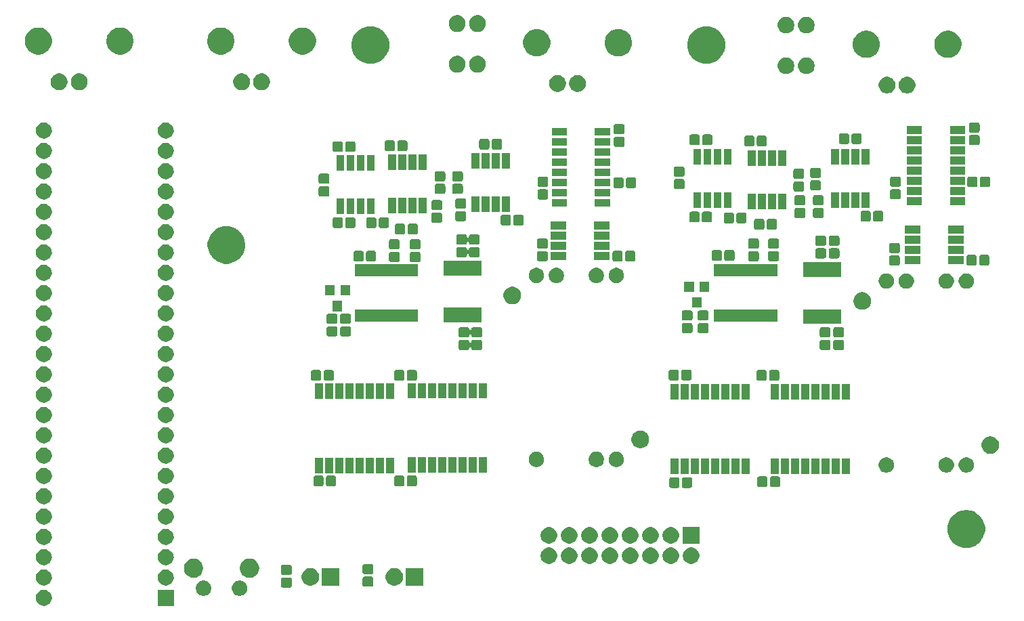
<source format=gts>
G04 #@! TF.GenerationSoftware,KiCad,Pcbnew,5.0.2-bee76a0~70~ubuntu18.04.1*
G04 #@! TF.CreationDate,2019-02-25T20:46:02+02:00*
G04 #@! TF.ProjectId,stimjim,7374696d-6a69-46d2-9e6b-696361645f70,rev?*
G04 #@! TF.SameCoordinates,Original*
G04 #@! TF.FileFunction,Soldermask,Top*
G04 #@! TF.FilePolarity,Negative*
%FSLAX46Y46*%
G04 Gerber Fmt 4.6, Leading zero omitted, Abs format (unit mm)*
G04 Created by KiCad (PCBNEW 5.0.2-bee76a0~70~ubuntu18.04.1) date Mon Feb 25 20:46:02 2019*
%MOMM*%
%LPD*%
G01*
G04 APERTURE LIST*
%ADD10C,0.100000*%
G04 APERTURE END LIST*
D10*
G36*
X37420000Y-136110000D02*
X35420000Y-136110000D01*
X35420000Y-134110000D01*
X37420000Y-134110000D01*
X37420000Y-136110000D01*
X37420000Y-136110000D01*
G37*
G36*
X21355770Y-134125372D02*
X21471689Y-134148429D01*
X21653678Y-134223811D01*
X21817463Y-134333249D01*
X21956751Y-134472537D01*
X22066189Y-134636322D01*
X22141571Y-134818311D01*
X22180000Y-135011509D01*
X22180000Y-135208491D01*
X22141571Y-135401689D01*
X22066189Y-135583678D01*
X21956751Y-135747463D01*
X21817463Y-135886751D01*
X21653678Y-135996189D01*
X21471689Y-136071571D01*
X21355770Y-136094628D01*
X21278493Y-136110000D01*
X21081507Y-136110000D01*
X21004230Y-136094628D01*
X20888311Y-136071571D01*
X20706322Y-135996189D01*
X20542537Y-135886751D01*
X20403249Y-135747463D01*
X20293811Y-135583678D01*
X20218429Y-135401689D01*
X20180000Y-135208491D01*
X20180000Y-135011509D01*
X20218429Y-134818311D01*
X20293811Y-134636322D01*
X20403249Y-134472537D01*
X20542537Y-134333249D01*
X20706322Y-134223811D01*
X20888311Y-134148429D01*
X21004230Y-134125372D01*
X21081507Y-134110000D01*
X21278493Y-134110000D01*
X21355770Y-134125372D01*
X21355770Y-134125372D01*
G37*
G36*
X41430603Y-132974968D02*
X41430606Y-132974969D01*
X41430605Y-132974969D01*
X41605678Y-133047486D01*
X41605679Y-133047487D01*
X41763241Y-133152767D01*
X41897233Y-133286759D01*
X41942444Y-133354422D01*
X42002514Y-133444322D01*
X42038653Y-133531571D01*
X42075032Y-133619397D01*
X42112000Y-133805250D01*
X42112000Y-133994750D01*
X42075032Y-134180603D01*
X42075031Y-134180605D01*
X42002514Y-134355678D01*
X42002513Y-134355679D01*
X41897233Y-134513241D01*
X41763241Y-134647233D01*
X41683923Y-134700232D01*
X41605678Y-134752514D01*
X41470266Y-134808603D01*
X41430603Y-134825032D01*
X41244750Y-134862000D01*
X41055250Y-134862000D01*
X40869397Y-134825032D01*
X40829734Y-134808603D01*
X40694322Y-134752514D01*
X40616077Y-134700232D01*
X40536759Y-134647233D01*
X40402767Y-134513241D01*
X40297487Y-134355679D01*
X40297486Y-134355678D01*
X40224969Y-134180605D01*
X40224968Y-134180603D01*
X40188000Y-133994750D01*
X40188000Y-133805250D01*
X40224968Y-133619397D01*
X40261347Y-133531571D01*
X40297486Y-133444322D01*
X40357556Y-133354422D01*
X40402767Y-133286759D01*
X40536759Y-133152767D01*
X40694321Y-133047487D01*
X40694322Y-133047486D01*
X40869395Y-132974969D01*
X40869394Y-132974969D01*
X40869397Y-132974968D01*
X41055250Y-132938000D01*
X41244750Y-132938000D01*
X41430603Y-132974968D01*
X41430603Y-132974968D01*
G37*
G36*
X45930603Y-132974968D02*
X45930606Y-132974969D01*
X45930605Y-132974969D01*
X46105678Y-133047486D01*
X46105679Y-133047487D01*
X46263241Y-133152767D01*
X46397233Y-133286759D01*
X46442444Y-133354422D01*
X46502514Y-133444322D01*
X46538653Y-133531571D01*
X46575032Y-133619397D01*
X46612000Y-133805250D01*
X46612000Y-133994750D01*
X46575032Y-134180603D01*
X46575031Y-134180605D01*
X46502514Y-134355678D01*
X46502513Y-134355679D01*
X46397233Y-134513241D01*
X46263241Y-134647233D01*
X46183923Y-134700232D01*
X46105678Y-134752514D01*
X45970266Y-134808603D01*
X45930603Y-134825032D01*
X45744750Y-134862000D01*
X45555250Y-134862000D01*
X45369397Y-134825032D01*
X45329734Y-134808603D01*
X45194322Y-134752514D01*
X45116077Y-134700232D01*
X45036759Y-134647233D01*
X44902767Y-134513241D01*
X44797487Y-134355679D01*
X44797486Y-134355678D01*
X44724969Y-134180605D01*
X44724968Y-134180603D01*
X44688000Y-133994750D01*
X44688000Y-133805250D01*
X44724968Y-133619397D01*
X44761347Y-133531571D01*
X44797486Y-133444322D01*
X44857556Y-133354422D01*
X44902767Y-133286759D01*
X45036759Y-133152767D01*
X45194321Y-133047487D01*
X45194322Y-133047486D01*
X45369395Y-132974969D01*
X45369394Y-132974969D01*
X45369397Y-132974968D01*
X45555250Y-132938000D01*
X45744750Y-132938000D01*
X45930603Y-132974968D01*
X45930603Y-132974968D01*
G37*
G36*
X51968622Y-132555517D02*
X52016585Y-132570066D01*
X52060775Y-132593686D01*
X52099518Y-132625482D01*
X52131314Y-132664225D01*
X52154934Y-132708415D01*
X52169483Y-132756378D01*
X52175000Y-132812391D01*
X52175000Y-133562609D01*
X52169483Y-133618622D01*
X52154934Y-133666585D01*
X52131314Y-133710775D01*
X52099518Y-133749518D01*
X52060775Y-133781314D01*
X52016585Y-133804934D01*
X51968622Y-133819483D01*
X51912609Y-133825000D01*
X51087391Y-133825000D01*
X51031378Y-133819483D01*
X50983415Y-133804934D01*
X50939225Y-133781314D01*
X50900482Y-133749518D01*
X50868686Y-133710775D01*
X50845066Y-133666585D01*
X50830517Y-133618622D01*
X50825000Y-133562609D01*
X50825000Y-132812391D01*
X50830517Y-132756378D01*
X50845066Y-132708415D01*
X50868686Y-132664225D01*
X50900482Y-132625482D01*
X50939225Y-132593686D01*
X50983415Y-132570066D01*
X51031378Y-132555517D01*
X51087391Y-132550000D01*
X51912609Y-132550000D01*
X51968622Y-132555517D01*
X51968622Y-132555517D01*
G37*
G36*
X62168622Y-132455517D02*
X62216585Y-132470066D01*
X62260775Y-132493686D01*
X62299518Y-132525482D01*
X62331314Y-132564225D01*
X62354934Y-132608415D01*
X62369483Y-132656378D01*
X62375000Y-132712391D01*
X62375000Y-133462609D01*
X62369483Y-133518622D01*
X62354934Y-133566585D01*
X62331314Y-133610775D01*
X62299518Y-133649518D01*
X62260775Y-133681314D01*
X62216585Y-133704934D01*
X62168622Y-133719483D01*
X62112609Y-133725000D01*
X61287391Y-133725000D01*
X61231378Y-133719483D01*
X61183415Y-133704934D01*
X61139225Y-133681314D01*
X61100482Y-133649518D01*
X61068686Y-133610775D01*
X61045066Y-133566585D01*
X61030517Y-133518622D01*
X61025000Y-133462609D01*
X61025000Y-132712391D01*
X61030517Y-132656378D01*
X61045066Y-132608415D01*
X61068686Y-132564225D01*
X61100482Y-132525482D01*
X61139225Y-132493686D01*
X61183415Y-132470066D01*
X61231378Y-132455517D01*
X61287391Y-132450000D01*
X62112609Y-132450000D01*
X62168622Y-132455517D01*
X62168622Y-132455517D01*
G37*
G36*
X54820857Y-131442272D02*
X55021042Y-131525191D01*
X55201213Y-131645578D01*
X55354422Y-131798787D01*
X55474809Y-131978958D01*
X55557728Y-132179143D01*
X55600000Y-132391658D01*
X55600000Y-132608342D01*
X55557728Y-132820857D01*
X55474809Y-133021042D01*
X55474807Y-133021045D01*
X55386794Y-133152766D01*
X55354422Y-133201213D01*
X55201213Y-133354422D01*
X55201210Y-133354424D01*
X55201209Y-133354425D01*
X55066670Y-133444321D01*
X55021042Y-133474809D01*
X54820857Y-133557728D01*
X54608342Y-133600000D01*
X54391658Y-133600000D01*
X54179143Y-133557728D01*
X53978958Y-133474809D01*
X53933330Y-133444321D01*
X53798791Y-133354425D01*
X53798790Y-133354424D01*
X53798787Y-133354422D01*
X53645578Y-133201213D01*
X53613207Y-133152766D01*
X53525193Y-133021045D01*
X53525191Y-133021042D01*
X53442272Y-132820857D01*
X53400000Y-132608342D01*
X53400000Y-132391658D01*
X53442272Y-132179143D01*
X53525191Y-131978958D01*
X53645578Y-131798787D01*
X53798787Y-131645578D01*
X53978958Y-131525191D01*
X54179143Y-131442272D01*
X54391658Y-131400000D01*
X54608342Y-131400000D01*
X54820857Y-131442272D01*
X54820857Y-131442272D01*
G37*
G36*
X58100000Y-133600000D02*
X55900000Y-133600000D01*
X55900000Y-131400000D01*
X58100000Y-131400000D01*
X58100000Y-133600000D01*
X58100000Y-133600000D01*
G37*
G36*
X65320857Y-131442272D02*
X65521042Y-131525191D01*
X65701213Y-131645578D01*
X65854422Y-131798787D01*
X65974809Y-131978958D01*
X66057728Y-132179143D01*
X66100000Y-132391658D01*
X66100000Y-132608342D01*
X66057728Y-132820857D01*
X65974809Y-133021042D01*
X65974807Y-133021045D01*
X65886794Y-133152766D01*
X65854422Y-133201213D01*
X65701213Y-133354422D01*
X65701210Y-133354424D01*
X65701209Y-133354425D01*
X65566670Y-133444321D01*
X65521042Y-133474809D01*
X65320857Y-133557728D01*
X65108342Y-133600000D01*
X64891658Y-133600000D01*
X64679143Y-133557728D01*
X64478958Y-133474809D01*
X64433330Y-133444321D01*
X64298791Y-133354425D01*
X64298790Y-133354424D01*
X64298787Y-133354422D01*
X64145578Y-133201213D01*
X64113207Y-133152766D01*
X64025193Y-133021045D01*
X64025191Y-133021042D01*
X63942272Y-132820857D01*
X63900000Y-132608342D01*
X63900000Y-132391658D01*
X63942272Y-132179143D01*
X64025191Y-131978958D01*
X64145578Y-131798787D01*
X64298787Y-131645578D01*
X64478958Y-131525191D01*
X64679143Y-131442272D01*
X64891658Y-131400000D01*
X65108342Y-131400000D01*
X65320857Y-131442272D01*
X65320857Y-131442272D01*
G37*
G36*
X68600000Y-133600000D02*
X66400000Y-133600000D01*
X66400000Y-131400000D01*
X68600000Y-131400000D01*
X68600000Y-133600000D01*
X68600000Y-133600000D01*
G37*
G36*
X21355770Y-131585372D02*
X21471689Y-131608429D01*
X21653678Y-131683811D01*
X21817463Y-131793249D01*
X21956751Y-131932537D01*
X22066189Y-132096322D01*
X22141571Y-132278311D01*
X22152270Y-132332099D01*
X22178393Y-132463427D01*
X22180000Y-132471509D01*
X22180000Y-132668491D01*
X22141571Y-132861689D01*
X22066189Y-133043678D01*
X21956751Y-133207463D01*
X21817463Y-133346751D01*
X21653678Y-133456189D01*
X21471689Y-133531571D01*
X21355770Y-133554628D01*
X21278493Y-133570000D01*
X21081507Y-133570000D01*
X21004230Y-133554628D01*
X20888311Y-133531571D01*
X20706322Y-133456189D01*
X20542537Y-133346751D01*
X20403249Y-133207463D01*
X20293811Y-133043678D01*
X20218429Y-132861689D01*
X20180000Y-132668491D01*
X20180000Y-132471509D01*
X20181608Y-132463427D01*
X20207730Y-132332099D01*
X20218429Y-132278311D01*
X20293811Y-132096322D01*
X20403249Y-131932537D01*
X20542537Y-131793249D01*
X20706322Y-131683811D01*
X20888311Y-131608429D01*
X21004230Y-131585372D01*
X21081507Y-131570000D01*
X21278493Y-131570000D01*
X21355770Y-131585372D01*
X21355770Y-131585372D01*
G37*
G36*
X36595770Y-131585372D02*
X36711689Y-131608429D01*
X36893678Y-131683811D01*
X37057463Y-131793249D01*
X37196751Y-131932537D01*
X37306189Y-132096322D01*
X37381571Y-132278311D01*
X37392270Y-132332099D01*
X37418393Y-132463427D01*
X37420000Y-132471509D01*
X37420000Y-132668491D01*
X37381571Y-132861689D01*
X37306189Y-133043678D01*
X37196751Y-133207463D01*
X37057463Y-133346751D01*
X36893678Y-133456189D01*
X36711689Y-133531571D01*
X36595770Y-133554628D01*
X36518493Y-133570000D01*
X36321507Y-133570000D01*
X36244230Y-133554628D01*
X36128311Y-133531571D01*
X35946322Y-133456189D01*
X35782537Y-133346751D01*
X35643249Y-133207463D01*
X35533811Y-133043678D01*
X35458429Y-132861689D01*
X35420000Y-132668491D01*
X35420000Y-132471509D01*
X35421608Y-132463427D01*
X35447730Y-132332099D01*
X35458429Y-132278311D01*
X35533811Y-132096322D01*
X35643249Y-131932537D01*
X35782537Y-131793249D01*
X35946322Y-131683811D01*
X36128311Y-131608429D01*
X36244230Y-131585372D01*
X36321507Y-131570000D01*
X36518493Y-131570000D01*
X36595770Y-131585372D01*
X36595770Y-131585372D01*
G37*
G36*
X40250026Y-130246115D02*
X40468412Y-130336573D01*
X40664958Y-130467901D01*
X40832099Y-130635042D01*
X40963427Y-130831588D01*
X41053885Y-131049974D01*
X41100000Y-131281809D01*
X41100000Y-131518191D01*
X41053885Y-131750026D01*
X40963427Y-131968412D01*
X40832099Y-132164958D01*
X40664958Y-132332099D01*
X40468412Y-132463427D01*
X40250026Y-132553885D01*
X40018191Y-132600000D01*
X39781809Y-132600000D01*
X39549974Y-132553885D01*
X39331588Y-132463427D01*
X39135042Y-132332099D01*
X38967901Y-132164958D01*
X38836573Y-131968412D01*
X38746115Y-131750026D01*
X38700000Y-131518191D01*
X38700000Y-131281809D01*
X38746115Y-131049974D01*
X38836573Y-130831588D01*
X38967901Y-130635042D01*
X39135042Y-130467901D01*
X39331588Y-130336573D01*
X39549974Y-130246115D01*
X39781809Y-130200000D01*
X40018191Y-130200000D01*
X40250026Y-130246115D01*
X40250026Y-130246115D01*
G37*
G36*
X47250026Y-130246115D02*
X47468412Y-130336573D01*
X47664958Y-130467901D01*
X47832099Y-130635042D01*
X47963427Y-130831588D01*
X48053885Y-131049974D01*
X48100000Y-131281809D01*
X48100000Y-131518191D01*
X48053885Y-131750026D01*
X47963427Y-131968412D01*
X47832099Y-132164958D01*
X47664958Y-132332099D01*
X47468412Y-132463427D01*
X47250026Y-132553885D01*
X47018191Y-132600000D01*
X46781809Y-132600000D01*
X46549974Y-132553885D01*
X46331588Y-132463427D01*
X46135042Y-132332099D01*
X45967901Y-132164958D01*
X45836573Y-131968412D01*
X45746115Y-131750026D01*
X45700000Y-131518191D01*
X45700000Y-131281809D01*
X45746115Y-131049974D01*
X45836573Y-130831588D01*
X45967901Y-130635042D01*
X46135042Y-130467901D01*
X46331588Y-130336573D01*
X46549974Y-130246115D01*
X46781809Y-130200000D01*
X47018191Y-130200000D01*
X47250026Y-130246115D01*
X47250026Y-130246115D01*
G37*
G36*
X51968622Y-130980517D02*
X52016585Y-130995066D01*
X52060775Y-131018686D01*
X52099518Y-131050482D01*
X52131314Y-131089225D01*
X52154934Y-131133415D01*
X52169483Y-131181378D01*
X52175000Y-131237391D01*
X52175000Y-131987609D01*
X52169483Y-132043622D01*
X52154934Y-132091585D01*
X52131314Y-132135775D01*
X52099518Y-132174518D01*
X52060775Y-132206314D01*
X52016585Y-132229934D01*
X51968622Y-132244483D01*
X51912609Y-132250000D01*
X51087391Y-132250000D01*
X51031378Y-132244483D01*
X50983415Y-132229934D01*
X50939225Y-132206314D01*
X50900482Y-132174518D01*
X50868686Y-132135775D01*
X50845066Y-132091585D01*
X50830517Y-132043622D01*
X50825000Y-131987609D01*
X50825000Y-131237391D01*
X50830517Y-131181378D01*
X50845066Y-131133415D01*
X50868686Y-131089225D01*
X50900482Y-131050482D01*
X50939225Y-131018686D01*
X50983415Y-130995066D01*
X51031378Y-130980517D01*
X51087391Y-130975000D01*
X51912609Y-130975000D01*
X51968622Y-130980517D01*
X51968622Y-130980517D01*
G37*
G36*
X62168622Y-130880517D02*
X62216585Y-130895066D01*
X62260775Y-130918686D01*
X62299518Y-130950482D01*
X62331314Y-130989225D01*
X62354934Y-131033415D01*
X62369483Y-131081378D01*
X62375000Y-131137391D01*
X62375000Y-131887609D01*
X62369483Y-131943622D01*
X62354934Y-131991585D01*
X62331314Y-132035775D01*
X62299518Y-132074518D01*
X62260775Y-132106314D01*
X62216585Y-132129934D01*
X62168622Y-132144483D01*
X62112609Y-132150000D01*
X61287391Y-132150000D01*
X61231378Y-132144483D01*
X61183415Y-132129934D01*
X61139225Y-132106314D01*
X61100482Y-132074518D01*
X61068686Y-132035775D01*
X61045066Y-131991585D01*
X61030517Y-131943622D01*
X61025000Y-131887609D01*
X61025000Y-131137391D01*
X61030517Y-131081378D01*
X61045066Y-131033415D01*
X61068686Y-130989225D01*
X61100482Y-130950482D01*
X61139225Y-130918686D01*
X61183415Y-130895066D01*
X61231378Y-130880517D01*
X61287391Y-130875000D01*
X62112609Y-130875000D01*
X62168622Y-130880517D01*
X62168622Y-130880517D01*
G37*
G36*
X21355770Y-129045372D02*
X21471689Y-129068429D01*
X21653678Y-129143811D01*
X21817463Y-129253249D01*
X21956751Y-129392537D01*
X22066189Y-129556322D01*
X22141571Y-129738311D01*
X22164628Y-129854230D01*
X22180000Y-129931507D01*
X22180000Y-130128493D01*
X22176463Y-130146274D01*
X22141571Y-130321689D01*
X22066189Y-130503678D01*
X21956751Y-130667463D01*
X21817463Y-130806751D01*
X21653678Y-130916189D01*
X21471689Y-130991571D01*
X21355770Y-131014628D01*
X21278493Y-131030000D01*
X21081507Y-131030000D01*
X21004230Y-131014628D01*
X20888311Y-130991571D01*
X20706322Y-130916189D01*
X20542537Y-130806751D01*
X20403249Y-130667463D01*
X20293811Y-130503678D01*
X20218429Y-130321689D01*
X20183537Y-130146274D01*
X20180000Y-130128493D01*
X20180000Y-129931507D01*
X20195372Y-129854230D01*
X20218429Y-129738311D01*
X20293811Y-129556322D01*
X20403249Y-129392537D01*
X20542537Y-129253249D01*
X20706322Y-129143811D01*
X20888311Y-129068429D01*
X21004230Y-129045372D01*
X21081507Y-129030000D01*
X21278493Y-129030000D01*
X21355770Y-129045372D01*
X21355770Y-129045372D01*
G37*
G36*
X36595770Y-129045372D02*
X36711689Y-129068429D01*
X36893678Y-129143811D01*
X37057463Y-129253249D01*
X37196751Y-129392537D01*
X37306189Y-129556322D01*
X37381571Y-129738311D01*
X37404628Y-129854230D01*
X37420000Y-129931507D01*
X37420000Y-130128493D01*
X37416463Y-130146274D01*
X37381571Y-130321689D01*
X37306189Y-130503678D01*
X37196751Y-130667463D01*
X37057463Y-130806751D01*
X36893678Y-130916189D01*
X36711689Y-130991571D01*
X36595770Y-131014628D01*
X36518493Y-131030000D01*
X36321507Y-131030000D01*
X36244230Y-131014628D01*
X36128311Y-130991571D01*
X35946322Y-130916189D01*
X35782537Y-130806751D01*
X35643249Y-130667463D01*
X35533811Y-130503678D01*
X35458429Y-130321689D01*
X35423537Y-130146274D01*
X35420000Y-130128493D01*
X35420000Y-129931507D01*
X35435372Y-129854230D01*
X35458429Y-129738311D01*
X35533811Y-129556322D01*
X35643249Y-129392537D01*
X35782537Y-129253249D01*
X35946322Y-129143811D01*
X36128311Y-129068429D01*
X36244230Y-129045372D01*
X36321507Y-129030000D01*
X36518493Y-129030000D01*
X36595770Y-129045372D01*
X36595770Y-129045372D01*
G37*
G36*
X86985888Y-128794470D02*
X87166274Y-128830350D01*
X87357362Y-128909502D01*
X87529336Y-129024411D01*
X87675589Y-129170664D01*
X87790498Y-129342638D01*
X87869650Y-129533726D01*
X87910000Y-129736584D01*
X87910000Y-129943416D01*
X87869650Y-130146274D01*
X87790498Y-130337362D01*
X87675589Y-130509336D01*
X87529336Y-130655589D01*
X87357362Y-130770498D01*
X87166274Y-130849650D01*
X86985888Y-130885530D01*
X86963417Y-130890000D01*
X86756583Y-130890000D01*
X86734112Y-130885530D01*
X86553726Y-130849650D01*
X86362638Y-130770498D01*
X86190664Y-130655589D01*
X86044411Y-130509336D01*
X85929502Y-130337362D01*
X85850350Y-130146274D01*
X85810000Y-129943416D01*
X85810000Y-129736584D01*
X85850350Y-129533726D01*
X85929502Y-129342638D01*
X86044411Y-129170664D01*
X86190664Y-129024411D01*
X86362638Y-128909502D01*
X86553726Y-128830350D01*
X86734112Y-128794470D01*
X86756583Y-128790000D01*
X86963417Y-128790000D01*
X86985888Y-128794470D01*
X86985888Y-128794470D01*
G37*
G36*
X89525888Y-128794470D02*
X89706274Y-128830350D01*
X89897362Y-128909502D01*
X90069336Y-129024411D01*
X90215589Y-129170664D01*
X90330498Y-129342638D01*
X90409650Y-129533726D01*
X90450000Y-129736584D01*
X90450000Y-129943416D01*
X90409650Y-130146274D01*
X90330498Y-130337362D01*
X90215589Y-130509336D01*
X90069336Y-130655589D01*
X89897362Y-130770498D01*
X89706274Y-130849650D01*
X89525888Y-130885530D01*
X89503417Y-130890000D01*
X89296583Y-130890000D01*
X89274112Y-130885530D01*
X89093726Y-130849650D01*
X88902638Y-130770498D01*
X88730664Y-130655589D01*
X88584411Y-130509336D01*
X88469502Y-130337362D01*
X88390350Y-130146274D01*
X88350000Y-129943416D01*
X88350000Y-129736584D01*
X88390350Y-129533726D01*
X88469502Y-129342638D01*
X88584411Y-129170664D01*
X88730664Y-129024411D01*
X88902638Y-128909502D01*
X89093726Y-128830350D01*
X89274112Y-128794470D01*
X89296583Y-128790000D01*
X89503417Y-128790000D01*
X89525888Y-128794470D01*
X89525888Y-128794470D01*
G37*
G36*
X92065888Y-128794470D02*
X92246274Y-128830350D01*
X92437362Y-128909502D01*
X92609336Y-129024411D01*
X92755589Y-129170664D01*
X92870498Y-129342638D01*
X92949650Y-129533726D01*
X92990000Y-129736584D01*
X92990000Y-129943416D01*
X92949650Y-130146274D01*
X92870498Y-130337362D01*
X92755589Y-130509336D01*
X92609336Y-130655589D01*
X92437362Y-130770498D01*
X92246274Y-130849650D01*
X92065888Y-130885530D01*
X92043417Y-130890000D01*
X91836583Y-130890000D01*
X91814112Y-130885530D01*
X91633726Y-130849650D01*
X91442638Y-130770498D01*
X91270664Y-130655589D01*
X91124411Y-130509336D01*
X91009502Y-130337362D01*
X90930350Y-130146274D01*
X90890000Y-129943416D01*
X90890000Y-129736584D01*
X90930350Y-129533726D01*
X91009502Y-129342638D01*
X91124411Y-129170664D01*
X91270664Y-129024411D01*
X91442638Y-128909502D01*
X91633726Y-128830350D01*
X91814112Y-128794470D01*
X91836583Y-128790000D01*
X92043417Y-128790000D01*
X92065888Y-128794470D01*
X92065888Y-128794470D01*
G37*
G36*
X84445888Y-128794470D02*
X84626274Y-128830350D01*
X84817362Y-128909502D01*
X84989336Y-129024411D01*
X85135589Y-129170664D01*
X85250498Y-129342638D01*
X85329650Y-129533726D01*
X85370000Y-129736584D01*
X85370000Y-129943416D01*
X85329650Y-130146274D01*
X85250498Y-130337362D01*
X85135589Y-130509336D01*
X84989336Y-130655589D01*
X84817362Y-130770498D01*
X84626274Y-130849650D01*
X84445888Y-130885530D01*
X84423417Y-130890000D01*
X84216583Y-130890000D01*
X84194112Y-130885530D01*
X84013726Y-130849650D01*
X83822638Y-130770498D01*
X83650664Y-130655589D01*
X83504411Y-130509336D01*
X83389502Y-130337362D01*
X83310350Y-130146274D01*
X83270000Y-129943416D01*
X83270000Y-129736584D01*
X83310350Y-129533726D01*
X83389502Y-129342638D01*
X83504411Y-129170664D01*
X83650664Y-129024411D01*
X83822638Y-128909502D01*
X84013726Y-128830350D01*
X84194112Y-128794470D01*
X84216583Y-128790000D01*
X84423417Y-128790000D01*
X84445888Y-128794470D01*
X84445888Y-128794470D01*
G37*
G36*
X94605888Y-128794470D02*
X94786274Y-128830350D01*
X94977362Y-128909502D01*
X95149336Y-129024411D01*
X95295589Y-129170664D01*
X95410498Y-129342638D01*
X95489650Y-129533726D01*
X95530000Y-129736584D01*
X95530000Y-129943416D01*
X95489650Y-130146274D01*
X95410498Y-130337362D01*
X95295589Y-130509336D01*
X95149336Y-130655589D01*
X94977362Y-130770498D01*
X94786274Y-130849650D01*
X94605888Y-130885530D01*
X94583417Y-130890000D01*
X94376583Y-130890000D01*
X94354112Y-130885530D01*
X94173726Y-130849650D01*
X93982638Y-130770498D01*
X93810664Y-130655589D01*
X93664411Y-130509336D01*
X93549502Y-130337362D01*
X93470350Y-130146274D01*
X93430000Y-129943416D01*
X93430000Y-129736584D01*
X93470350Y-129533726D01*
X93549502Y-129342638D01*
X93664411Y-129170664D01*
X93810664Y-129024411D01*
X93982638Y-128909502D01*
X94173726Y-128830350D01*
X94354112Y-128794470D01*
X94376583Y-128790000D01*
X94583417Y-128790000D01*
X94605888Y-128794470D01*
X94605888Y-128794470D01*
G37*
G36*
X102225888Y-128794470D02*
X102406274Y-128830350D01*
X102597362Y-128909502D01*
X102769336Y-129024411D01*
X102915589Y-129170664D01*
X103030498Y-129342638D01*
X103109650Y-129533726D01*
X103150000Y-129736584D01*
X103150000Y-129943416D01*
X103109650Y-130146274D01*
X103030498Y-130337362D01*
X102915589Y-130509336D01*
X102769336Y-130655589D01*
X102597362Y-130770498D01*
X102406274Y-130849650D01*
X102225888Y-130885530D01*
X102203417Y-130890000D01*
X101996583Y-130890000D01*
X101974112Y-130885530D01*
X101793726Y-130849650D01*
X101602638Y-130770498D01*
X101430664Y-130655589D01*
X101284411Y-130509336D01*
X101169502Y-130337362D01*
X101090350Y-130146274D01*
X101050000Y-129943416D01*
X101050000Y-129736584D01*
X101090350Y-129533726D01*
X101169502Y-129342638D01*
X101284411Y-129170664D01*
X101430664Y-129024411D01*
X101602638Y-128909502D01*
X101793726Y-128830350D01*
X101974112Y-128794470D01*
X101996583Y-128790000D01*
X102203417Y-128790000D01*
X102225888Y-128794470D01*
X102225888Y-128794470D01*
G37*
G36*
X97145888Y-128794470D02*
X97326274Y-128830350D01*
X97517362Y-128909502D01*
X97689336Y-129024411D01*
X97835589Y-129170664D01*
X97950498Y-129342638D01*
X98029650Y-129533726D01*
X98070000Y-129736584D01*
X98070000Y-129943416D01*
X98029650Y-130146274D01*
X97950498Y-130337362D01*
X97835589Y-130509336D01*
X97689336Y-130655589D01*
X97517362Y-130770498D01*
X97326274Y-130849650D01*
X97145888Y-130885530D01*
X97123417Y-130890000D01*
X96916583Y-130890000D01*
X96894112Y-130885530D01*
X96713726Y-130849650D01*
X96522638Y-130770498D01*
X96350664Y-130655589D01*
X96204411Y-130509336D01*
X96089502Y-130337362D01*
X96010350Y-130146274D01*
X95970000Y-129943416D01*
X95970000Y-129736584D01*
X96010350Y-129533726D01*
X96089502Y-129342638D01*
X96204411Y-129170664D01*
X96350664Y-129024411D01*
X96522638Y-128909502D01*
X96713726Y-128830350D01*
X96894112Y-128794470D01*
X96916583Y-128790000D01*
X97123417Y-128790000D01*
X97145888Y-128794470D01*
X97145888Y-128794470D01*
G37*
G36*
X99685888Y-128794470D02*
X99866274Y-128830350D01*
X100057362Y-128909502D01*
X100229336Y-129024411D01*
X100375589Y-129170664D01*
X100490498Y-129342638D01*
X100569650Y-129533726D01*
X100610000Y-129736584D01*
X100610000Y-129943416D01*
X100569650Y-130146274D01*
X100490498Y-130337362D01*
X100375589Y-130509336D01*
X100229336Y-130655589D01*
X100057362Y-130770498D01*
X99866274Y-130849650D01*
X99685888Y-130885530D01*
X99663417Y-130890000D01*
X99456583Y-130890000D01*
X99434112Y-130885530D01*
X99253726Y-130849650D01*
X99062638Y-130770498D01*
X98890664Y-130655589D01*
X98744411Y-130509336D01*
X98629502Y-130337362D01*
X98550350Y-130146274D01*
X98510000Y-129943416D01*
X98510000Y-129736584D01*
X98550350Y-129533726D01*
X98629502Y-129342638D01*
X98744411Y-129170664D01*
X98890664Y-129024411D01*
X99062638Y-128909502D01*
X99253726Y-128830350D01*
X99434112Y-128794470D01*
X99456583Y-128790000D01*
X99663417Y-128790000D01*
X99685888Y-128794470D01*
X99685888Y-128794470D01*
G37*
G36*
X136844959Y-124172577D02*
X137185470Y-124240309D01*
X137613143Y-124417457D01*
X137998038Y-124674636D01*
X138325364Y-125001962D01*
X138582543Y-125386857D01*
X138759691Y-125814530D01*
X138850000Y-126268545D01*
X138850000Y-126731455D01*
X138759691Y-127185470D01*
X138582543Y-127613143D01*
X138325364Y-127998038D01*
X137998038Y-128325364D01*
X137613143Y-128582543D01*
X137185470Y-128759691D01*
X136844959Y-128827423D01*
X136731456Y-128850000D01*
X136268544Y-128850000D01*
X136155041Y-128827423D01*
X135814530Y-128759691D01*
X135386857Y-128582543D01*
X135001962Y-128325364D01*
X134674636Y-127998038D01*
X134417457Y-127613143D01*
X134240309Y-127185470D01*
X134150000Y-126731455D01*
X134150000Y-126268545D01*
X134240309Y-125814530D01*
X134417457Y-125386857D01*
X134674636Y-125001962D01*
X135001962Y-124674636D01*
X135386857Y-124417457D01*
X135814530Y-124240309D01*
X136155041Y-124172577D01*
X136268544Y-124150000D01*
X136731456Y-124150000D01*
X136844959Y-124172577D01*
X136844959Y-124172577D01*
G37*
G36*
X21355770Y-126505372D02*
X21471689Y-126528429D01*
X21653678Y-126603811D01*
X21817463Y-126713249D01*
X21956751Y-126852537D01*
X22066189Y-127016322D01*
X22141571Y-127198311D01*
X22164628Y-127314230D01*
X22180000Y-127391507D01*
X22180000Y-127588493D01*
X22164628Y-127665770D01*
X22141571Y-127781689D01*
X22066189Y-127963678D01*
X21956751Y-128127463D01*
X21817463Y-128266751D01*
X21653678Y-128376189D01*
X21471689Y-128451571D01*
X21355770Y-128474628D01*
X21278493Y-128490000D01*
X21081507Y-128490000D01*
X21004230Y-128474628D01*
X20888311Y-128451571D01*
X20706322Y-128376189D01*
X20542537Y-128266751D01*
X20403249Y-128127463D01*
X20293811Y-127963678D01*
X20218429Y-127781689D01*
X20195372Y-127665770D01*
X20180000Y-127588493D01*
X20180000Y-127391507D01*
X20195372Y-127314230D01*
X20218429Y-127198311D01*
X20293811Y-127016322D01*
X20403249Y-126852537D01*
X20542537Y-126713249D01*
X20706322Y-126603811D01*
X20888311Y-126528429D01*
X21004230Y-126505372D01*
X21081507Y-126490000D01*
X21278493Y-126490000D01*
X21355770Y-126505372D01*
X21355770Y-126505372D01*
G37*
G36*
X36595770Y-126505372D02*
X36711689Y-126528429D01*
X36893678Y-126603811D01*
X37057463Y-126713249D01*
X37196751Y-126852537D01*
X37306189Y-127016322D01*
X37381571Y-127198311D01*
X37404628Y-127314230D01*
X37420000Y-127391507D01*
X37420000Y-127588493D01*
X37404628Y-127665770D01*
X37381571Y-127781689D01*
X37306189Y-127963678D01*
X37196751Y-128127463D01*
X37057463Y-128266751D01*
X36893678Y-128376189D01*
X36711689Y-128451571D01*
X36595770Y-128474628D01*
X36518493Y-128490000D01*
X36321507Y-128490000D01*
X36244230Y-128474628D01*
X36128311Y-128451571D01*
X35946322Y-128376189D01*
X35782537Y-128266751D01*
X35643249Y-128127463D01*
X35533811Y-127963678D01*
X35458429Y-127781689D01*
X35435372Y-127665770D01*
X35420000Y-127588493D01*
X35420000Y-127391507D01*
X35435372Y-127314230D01*
X35458429Y-127198311D01*
X35533811Y-127016322D01*
X35643249Y-126852537D01*
X35782537Y-126713249D01*
X35946322Y-126603811D01*
X36128311Y-126528429D01*
X36244230Y-126505372D01*
X36321507Y-126490000D01*
X36518493Y-126490000D01*
X36595770Y-126505372D01*
X36595770Y-126505372D01*
G37*
G36*
X86985888Y-126254470D02*
X87166274Y-126290350D01*
X87357362Y-126369502D01*
X87529336Y-126484411D01*
X87675589Y-126630664D01*
X87790498Y-126802638D01*
X87869650Y-126993726D01*
X87910000Y-127196584D01*
X87910000Y-127403416D01*
X87869650Y-127606274D01*
X87790498Y-127797362D01*
X87675589Y-127969336D01*
X87529336Y-128115589D01*
X87357362Y-128230498D01*
X87166274Y-128309650D01*
X86985888Y-128345530D01*
X86963417Y-128350000D01*
X86756583Y-128350000D01*
X86734112Y-128345530D01*
X86553726Y-128309650D01*
X86362638Y-128230498D01*
X86190664Y-128115589D01*
X86044411Y-127969336D01*
X85929502Y-127797362D01*
X85850350Y-127606274D01*
X85810000Y-127403416D01*
X85810000Y-127196584D01*
X85850350Y-126993726D01*
X85929502Y-126802638D01*
X86044411Y-126630664D01*
X86190664Y-126484411D01*
X86362638Y-126369502D01*
X86553726Y-126290350D01*
X86734112Y-126254470D01*
X86756583Y-126250000D01*
X86963417Y-126250000D01*
X86985888Y-126254470D01*
X86985888Y-126254470D01*
G37*
G36*
X99685888Y-126254470D02*
X99866274Y-126290350D01*
X100057362Y-126369502D01*
X100229336Y-126484411D01*
X100375589Y-126630664D01*
X100490498Y-126802638D01*
X100569650Y-126993726D01*
X100610000Y-127196584D01*
X100610000Y-127403416D01*
X100569650Y-127606274D01*
X100490498Y-127797362D01*
X100375589Y-127969336D01*
X100229336Y-128115589D01*
X100057362Y-128230498D01*
X99866274Y-128309650D01*
X99685888Y-128345530D01*
X99663417Y-128350000D01*
X99456583Y-128350000D01*
X99434112Y-128345530D01*
X99253726Y-128309650D01*
X99062638Y-128230498D01*
X98890664Y-128115589D01*
X98744411Y-127969336D01*
X98629502Y-127797362D01*
X98550350Y-127606274D01*
X98510000Y-127403416D01*
X98510000Y-127196584D01*
X98550350Y-126993726D01*
X98629502Y-126802638D01*
X98744411Y-126630664D01*
X98890664Y-126484411D01*
X99062638Y-126369502D01*
X99253726Y-126290350D01*
X99434112Y-126254470D01*
X99456583Y-126250000D01*
X99663417Y-126250000D01*
X99685888Y-126254470D01*
X99685888Y-126254470D01*
G37*
G36*
X97145888Y-126254470D02*
X97326274Y-126290350D01*
X97517362Y-126369502D01*
X97689336Y-126484411D01*
X97835589Y-126630664D01*
X97950498Y-126802638D01*
X98029650Y-126993726D01*
X98070000Y-127196584D01*
X98070000Y-127403416D01*
X98029650Y-127606274D01*
X97950498Y-127797362D01*
X97835589Y-127969336D01*
X97689336Y-128115589D01*
X97517362Y-128230498D01*
X97326274Y-128309650D01*
X97145888Y-128345530D01*
X97123417Y-128350000D01*
X96916583Y-128350000D01*
X96894112Y-128345530D01*
X96713726Y-128309650D01*
X96522638Y-128230498D01*
X96350664Y-128115589D01*
X96204411Y-127969336D01*
X96089502Y-127797362D01*
X96010350Y-127606274D01*
X95970000Y-127403416D01*
X95970000Y-127196584D01*
X96010350Y-126993726D01*
X96089502Y-126802638D01*
X96204411Y-126630664D01*
X96350664Y-126484411D01*
X96522638Y-126369502D01*
X96713726Y-126290350D01*
X96894112Y-126254470D01*
X96916583Y-126250000D01*
X97123417Y-126250000D01*
X97145888Y-126254470D01*
X97145888Y-126254470D01*
G37*
G36*
X94605888Y-126254470D02*
X94786274Y-126290350D01*
X94977362Y-126369502D01*
X95149336Y-126484411D01*
X95295589Y-126630664D01*
X95410498Y-126802638D01*
X95489650Y-126993726D01*
X95530000Y-127196584D01*
X95530000Y-127403416D01*
X95489650Y-127606274D01*
X95410498Y-127797362D01*
X95295589Y-127969336D01*
X95149336Y-128115589D01*
X94977362Y-128230498D01*
X94786274Y-128309650D01*
X94605888Y-128345530D01*
X94583417Y-128350000D01*
X94376583Y-128350000D01*
X94354112Y-128345530D01*
X94173726Y-128309650D01*
X93982638Y-128230498D01*
X93810664Y-128115589D01*
X93664411Y-127969336D01*
X93549502Y-127797362D01*
X93470350Y-127606274D01*
X93430000Y-127403416D01*
X93430000Y-127196584D01*
X93470350Y-126993726D01*
X93549502Y-126802638D01*
X93664411Y-126630664D01*
X93810664Y-126484411D01*
X93982638Y-126369502D01*
X94173726Y-126290350D01*
X94354112Y-126254470D01*
X94376583Y-126250000D01*
X94583417Y-126250000D01*
X94605888Y-126254470D01*
X94605888Y-126254470D01*
G37*
G36*
X89525888Y-126254470D02*
X89706274Y-126290350D01*
X89897362Y-126369502D01*
X90069336Y-126484411D01*
X90215589Y-126630664D01*
X90330498Y-126802638D01*
X90409650Y-126993726D01*
X90450000Y-127196584D01*
X90450000Y-127403416D01*
X90409650Y-127606274D01*
X90330498Y-127797362D01*
X90215589Y-127969336D01*
X90069336Y-128115589D01*
X89897362Y-128230498D01*
X89706274Y-128309650D01*
X89525888Y-128345530D01*
X89503417Y-128350000D01*
X89296583Y-128350000D01*
X89274112Y-128345530D01*
X89093726Y-128309650D01*
X88902638Y-128230498D01*
X88730664Y-128115589D01*
X88584411Y-127969336D01*
X88469502Y-127797362D01*
X88390350Y-127606274D01*
X88350000Y-127403416D01*
X88350000Y-127196584D01*
X88390350Y-126993726D01*
X88469502Y-126802638D01*
X88584411Y-126630664D01*
X88730664Y-126484411D01*
X88902638Y-126369502D01*
X89093726Y-126290350D01*
X89274112Y-126254470D01*
X89296583Y-126250000D01*
X89503417Y-126250000D01*
X89525888Y-126254470D01*
X89525888Y-126254470D01*
G37*
G36*
X103150000Y-128350000D02*
X101050000Y-128350000D01*
X101050000Y-126250000D01*
X103150000Y-126250000D01*
X103150000Y-128350000D01*
X103150000Y-128350000D01*
G37*
G36*
X84445888Y-126254470D02*
X84626274Y-126290350D01*
X84817362Y-126369502D01*
X84989336Y-126484411D01*
X85135589Y-126630664D01*
X85250498Y-126802638D01*
X85329650Y-126993726D01*
X85370000Y-127196584D01*
X85370000Y-127403416D01*
X85329650Y-127606274D01*
X85250498Y-127797362D01*
X85135589Y-127969336D01*
X84989336Y-128115589D01*
X84817362Y-128230498D01*
X84626274Y-128309650D01*
X84445888Y-128345530D01*
X84423417Y-128350000D01*
X84216583Y-128350000D01*
X84194112Y-128345530D01*
X84013726Y-128309650D01*
X83822638Y-128230498D01*
X83650664Y-128115589D01*
X83504411Y-127969336D01*
X83389502Y-127797362D01*
X83310350Y-127606274D01*
X83270000Y-127403416D01*
X83270000Y-127196584D01*
X83310350Y-126993726D01*
X83389502Y-126802638D01*
X83504411Y-126630664D01*
X83650664Y-126484411D01*
X83822638Y-126369502D01*
X84013726Y-126290350D01*
X84194112Y-126254470D01*
X84216583Y-126250000D01*
X84423417Y-126250000D01*
X84445888Y-126254470D01*
X84445888Y-126254470D01*
G37*
G36*
X92065888Y-126254470D02*
X92246274Y-126290350D01*
X92437362Y-126369502D01*
X92609336Y-126484411D01*
X92755589Y-126630664D01*
X92870498Y-126802638D01*
X92949650Y-126993726D01*
X92990000Y-127196584D01*
X92990000Y-127403416D01*
X92949650Y-127606274D01*
X92870498Y-127797362D01*
X92755589Y-127969336D01*
X92609336Y-128115589D01*
X92437362Y-128230498D01*
X92246274Y-128309650D01*
X92065888Y-128345530D01*
X92043417Y-128350000D01*
X91836583Y-128350000D01*
X91814112Y-128345530D01*
X91633726Y-128309650D01*
X91442638Y-128230498D01*
X91270664Y-128115589D01*
X91124411Y-127969336D01*
X91009502Y-127797362D01*
X90930350Y-127606274D01*
X90890000Y-127403416D01*
X90890000Y-127196584D01*
X90930350Y-126993726D01*
X91009502Y-126802638D01*
X91124411Y-126630664D01*
X91270664Y-126484411D01*
X91442638Y-126369502D01*
X91633726Y-126290350D01*
X91814112Y-126254470D01*
X91836583Y-126250000D01*
X92043417Y-126250000D01*
X92065888Y-126254470D01*
X92065888Y-126254470D01*
G37*
G36*
X36595770Y-123965372D02*
X36711689Y-123988429D01*
X36893678Y-124063811D01*
X37057463Y-124173249D01*
X37196751Y-124312537D01*
X37306189Y-124476322D01*
X37381571Y-124658311D01*
X37420000Y-124851509D01*
X37420000Y-125048491D01*
X37381571Y-125241689D01*
X37306189Y-125423678D01*
X37196751Y-125587463D01*
X37057463Y-125726751D01*
X36893678Y-125836189D01*
X36711689Y-125911571D01*
X36595770Y-125934628D01*
X36518493Y-125950000D01*
X36321507Y-125950000D01*
X36244230Y-125934628D01*
X36128311Y-125911571D01*
X35946322Y-125836189D01*
X35782537Y-125726751D01*
X35643249Y-125587463D01*
X35533811Y-125423678D01*
X35458429Y-125241689D01*
X35420000Y-125048491D01*
X35420000Y-124851509D01*
X35458429Y-124658311D01*
X35533811Y-124476322D01*
X35643249Y-124312537D01*
X35782537Y-124173249D01*
X35946322Y-124063811D01*
X36128311Y-123988429D01*
X36244230Y-123965372D01*
X36321507Y-123950000D01*
X36518493Y-123950000D01*
X36595770Y-123965372D01*
X36595770Y-123965372D01*
G37*
G36*
X21355770Y-123965372D02*
X21471689Y-123988429D01*
X21653678Y-124063811D01*
X21817463Y-124173249D01*
X21956751Y-124312537D01*
X22066189Y-124476322D01*
X22141571Y-124658311D01*
X22180000Y-124851509D01*
X22180000Y-125048491D01*
X22141571Y-125241689D01*
X22066189Y-125423678D01*
X21956751Y-125587463D01*
X21817463Y-125726751D01*
X21653678Y-125836189D01*
X21471689Y-125911571D01*
X21355770Y-125934628D01*
X21278493Y-125950000D01*
X21081507Y-125950000D01*
X21004230Y-125934628D01*
X20888311Y-125911571D01*
X20706322Y-125836189D01*
X20542537Y-125726751D01*
X20403249Y-125587463D01*
X20293811Y-125423678D01*
X20218429Y-125241689D01*
X20180000Y-125048491D01*
X20180000Y-124851509D01*
X20218429Y-124658311D01*
X20293811Y-124476322D01*
X20403249Y-124312537D01*
X20542537Y-124173249D01*
X20706322Y-124063811D01*
X20888311Y-123988429D01*
X21004230Y-123965372D01*
X21081507Y-123950000D01*
X21278493Y-123950000D01*
X21355770Y-123965372D01*
X21355770Y-123965372D01*
G37*
G36*
X36595770Y-121425372D02*
X36711689Y-121448429D01*
X36893678Y-121523811D01*
X37057463Y-121633249D01*
X37196751Y-121772537D01*
X37306189Y-121936322D01*
X37381571Y-122118311D01*
X37420000Y-122311509D01*
X37420000Y-122508491D01*
X37381571Y-122701689D01*
X37306189Y-122883678D01*
X37196751Y-123047463D01*
X37057463Y-123186751D01*
X36893678Y-123296189D01*
X36711689Y-123371571D01*
X36595770Y-123394628D01*
X36518493Y-123410000D01*
X36321507Y-123410000D01*
X36244230Y-123394628D01*
X36128311Y-123371571D01*
X35946322Y-123296189D01*
X35782537Y-123186751D01*
X35643249Y-123047463D01*
X35533811Y-122883678D01*
X35458429Y-122701689D01*
X35420000Y-122508491D01*
X35420000Y-122311509D01*
X35458429Y-122118311D01*
X35533811Y-121936322D01*
X35643249Y-121772537D01*
X35782537Y-121633249D01*
X35946322Y-121523811D01*
X36128311Y-121448429D01*
X36244230Y-121425372D01*
X36321507Y-121410000D01*
X36518493Y-121410000D01*
X36595770Y-121425372D01*
X36595770Y-121425372D01*
G37*
G36*
X21355770Y-121425372D02*
X21471689Y-121448429D01*
X21653678Y-121523811D01*
X21817463Y-121633249D01*
X21956751Y-121772537D01*
X22066189Y-121936322D01*
X22141571Y-122118311D01*
X22180000Y-122311509D01*
X22180000Y-122508491D01*
X22141571Y-122701689D01*
X22066189Y-122883678D01*
X21956751Y-123047463D01*
X21817463Y-123186751D01*
X21653678Y-123296189D01*
X21471689Y-123371571D01*
X21355770Y-123394628D01*
X21278493Y-123410000D01*
X21081507Y-123410000D01*
X21004230Y-123394628D01*
X20888311Y-123371571D01*
X20706322Y-123296189D01*
X20542537Y-123186751D01*
X20403249Y-123047463D01*
X20293811Y-122883678D01*
X20218429Y-122701689D01*
X20180000Y-122508491D01*
X20180000Y-122311509D01*
X20218429Y-122118311D01*
X20293811Y-121936322D01*
X20403249Y-121772537D01*
X20542537Y-121633249D01*
X20706322Y-121523811D01*
X20888311Y-121448429D01*
X21004230Y-121425372D01*
X21081507Y-121410000D01*
X21278493Y-121410000D01*
X21355770Y-121425372D01*
X21355770Y-121425372D01*
G37*
G36*
X102018622Y-120030517D02*
X102066585Y-120045066D01*
X102110775Y-120068686D01*
X102149518Y-120100482D01*
X102181314Y-120139225D01*
X102204934Y-120183415D01*
X102219483Y-120231378D01*
X102225000Y-120287391D01*
X102225000Y-121112609D01*
X102219483Y-121168622D01*
X102204934Y-121216585D01*
X102181314Y-121260775D01*
X102149518Y-121299518D01*
X102110775Y-121331314D01*
X102066585Y-121354934D01*
X102018622Y-121369483D01*
X101962609Y-121375000D01*
X101212391Y-121375000D01*
X101156378Y-121369483D01*
X101108415Y-121354934D01*
X101064225Y-121331314D01*
X101025482Y-121299518D01*
X100993686Y-121260775D01*
X100970066Y-121216585D01*
X100955517Y-121168622D01*
X100950000Y-121112609D01*
X100950000Y-120287391D01*
X100955517Y-120231378D01*
X100970066Y-120183415D01*
X100993686Y-120139225D01*
X101025482Y-120100482D01*
X101064225Y-120068686D01*
X101108415Y-120045066D01*
X101156378Y-120030517D01*
X101212391Y-120025000D01*
X101962609Y-120025000D01*
X102018622Y-120030517D01*
X102018622Y-120030517D01*
G37*
G36*
X100443622Y-120030517D02*
X100491585Y-120045066D01*
X100535775Y-120068686D01*
X100574518Y-120100482D01*
X100606314Y-120139225D01*
X100629934Y-120183415D01*
X100644483Y-120231378D01*
X100650000Y-120287391D01*
X100650000Y-121112609D01*
X100644483Y-121168622D01*
X100629934Y-121216585D01*
X100606314Y-121260775D01*
X100574518Y-121299518D01*
X100535775Y-121331314D01*
X100491585Y-121354934D01*
X100443622Y-121369483D01*
X100387609Y-121375000D01*
X99637391Y-121375000D01*
X99581378Y-121369483D01*
X99533415Y-121354934D01*
X99489225Y-121331314D01*
X99450482Y-121299518D01*
X99418686Y-121260775D01*
X99395066Y-121216585D01*
X99380517Y-121168622D01*
X99375000Y-121112609D01*
X99375000Y-120287391D01*
X99380517Y-120231378D01*
X99395066Y-120183415D01*
X99418686Y-120139225D01*
X99450482Y-120100482D01*
X99489225Y-120068686D01*
X99533415Y-120045066D01*
X99581378Y-120030517D01*
X99637391Y-120025000D01*
X100387609Y-120025000D01*
X100443622Y-120030517D01*
X100443622Y-120030517D01*
G37*
G36*
X111443622Y-119930517D02*
X111491585Y-119945066D01*
X111535775Y-119968686D01*
X111574518Y-120000482D01*
X111606314Y-120039225D01*
X111629934Y-120083415D01*
X111644483Y-120131378D01*
X111650000Y-120187391D01*
X111650000Y-121012609D01*
X111644483Y-121068622D01*
X111629934Y-121116585D01*
X111606314Y-121160775D01*
X111574518Y-121199518D01*
X111535775Y-121231314D01*
X111491585Y-121254934D01*
X111443622Y-121269483D01*
X111387609Y-121275000D01*
X110637391Y-121275000D01*
X110581378Y-121269483D01*
X110533415Y-121254934D01*
X110489225Y-121231314D01*
X110450482Y-121199518D01*
X110418686Y-121160775D01*
X110395066Y-121116585D01*
X110380517Y-121068622D01*
X110375000Y-121012609D01*
X110375000Y-120187391D01*
X110380517Y-120131378D01*
X110395066Y-120083415D01*
X110418686Y-120039225D01*
X110450482Y-120000482D01*
X110489225Y-119968686D01*
X110533415Y-119945066D01*
X110581378Y-119930517D01*
X110637391Y-119925000D01*
X111387609Y-119925000D01*
X111443622Y-119930517D01*
X111443622Y-119930517D01*
G37*
G36*
X113018622Y-119930517D02*
X113066585Y-119945066D01*
X113110775Y-119968686D01*
X113149518Y-120000482D01*
X113181314Y-120039225D01*
X113204934Y-120083415D01*
X113219483Y-120131378D01*
X113225000Y-120187391D01*
X113225000Y-121012609D01*
X113219483Y-121068622D01*
X113204934Y-121116585D01*
X113181314Y-121160775D01*
X113149518Y-121199518D01*
X113110775Y-121231314D01*
X113066585Y-121254934D01*
X113018622Y-121269483D01*
X112962609Y-121275000D01*
X112212391Y-121275000D01*
X112156378Y-121269483D01*
X112108415Y-121254934D01*
X112064225Y-121231314D01*
X112025482Y-121199518D01*
X111993686Y-121160775D01*
X111970066Y-121116585D01*
X111955517Y-121068622D01*
X111950000Y-121012609D01*
X111950000Y-120187391D01*
X111955517Y-120131378D01*
X111970066Y-120083415D01*
X111993686Y-120039225D01*
X112025482Y-120000482D01*
X112064225Y-119968686D01*
X112108415Y-119945066D01*
X112156378Y-119930517D01*
X112212391Y-119925000D01*
X112962609Y-119925000D01*
X113018622Y-119930517D01*
X113018622Y-119930517D01*
G37*
G36*
X57518622Y-119830517D02*
X57566585Y-119845066D01*
X57610775Y-119868686D01*
X57649518Y-119900482D01*
X57681314Y-119939225D01*
X57704934Y-119983415D01*
X57719483Y-120031378D01*
X57725000Y-120087391D01*
X57725000Y-120912609D01*
X57719483Y-120968622D01*
X57704934Y-121016585D01*
X57681314Y-121060775D01*
X57649518Y-121099518D01*
X57610775Y-121131314D01*
X57566585Y-121154934D01*
X57518622Y-121169483D01*
X57462609Y-121175000D01*
X56712391Y-121175000D01*
X56656378Y-121169483D01*
X56608415Y-121154934D01*
X56564225Y-121131314D01*
X56525482Y-121099518D01*
X56493686Y-121060775D01*
X56470066Y-121016585D01*
X56455517Y-120968622D01*
X56450000Y-120912609D01*
X56450000Y-120087391D01*
X56455517Y-120031378D01*
X56470066Y-119983415D01*
X56493686Y-119939225D01*
X56525482Y-119900482D01*
X56564225Y-119868686D01*
X56608415Y-119845066D01*
X56656378Y-119830517D01*
X56712391Y-119825000D01*
X57462609Y-119825000D01*
X57518622Y-119830517D01*
X57518622Y-119830517D01*
G37*
G36*
X66043622Y-119830517D02*
X66091585Y-119845066D01*
X66135775Y-119868686D01*
X66174518Y-119900482D01*
X66206314Y-119939225D01*
X66229934Y-119983415D01*
X66244483Y-120031378D01*
X66250000Y-120087391D01*
X66250000Y-120912609D01*
X66244483Y-120968622D01*
X66229934Y-121016585D01*
X66206314Y-121060775D01*
X66174518Y-121099518D01*
X66135775Y-121131314D01*
X66091585Y-121154934D01*
X66043622Y-121169483D01*
X65987609Y-121175000D01*
X65237391Y-121175000D01*
X65181378Y-121169483D01*
X65133415Y-121154934D01*
X65089225Y-121131314D01*
X65050482Y-121099518D01*
X65018686Y-121060775D01*
X64995066Y-121016585D01*
X64980517Y-120968622D01*
X64975000Y-120912609D01*
X64975000Y-120087391D01*
X64980517Y-120031378D01*
X64995066Y-119983415D01*
X65018686Y-119939225D01*
X65050482Y-119900482D01*
X65089225Y-119868686D01*
X65133415Y-119845066D01*
X65181378Y-119830517D01*
X65237391Y-119825000D01*
X65987609Y-119825000D01*
X66043622Y-119830517D01*
X66043622Y-119830517D01*
G37*
G36*
X67618622Y-119830517D02*
X67666585Y-119845066D01*
X67710775Y-119868686D01*
X67749518Y-119900482D01*
X67781314Y-119939225D01*
X67804934Y-119983415D01*
X67819483Y-120031378D01*
X67825000Y-120087391D01*
X67825000Y-120912609D01*
X67819483Y-120968622D01*
X67804934Y-121016585D01*
X67781314Y-121060775D01*
X67749518Y-121099518D01*
X67710775Y-121131314D01*
X67666585Y-121154934D01*
X67618622Y-121169483D01*
X67562609Y-121175000D01*
X66812391Y-121175000D01*
X66756378Y-121169483D01*
X66708415Y-121154934D01*
X66664225Y-121131314D01*
X66625482Y-121099518D01*
X66593686Y-121060775D01*
X66570066Y-121016585D01*
X66555517Y-120968622D01*
X66550000Y-120912609D01*
X66550000Y-120087391D01*
X66555517Y-120031378D01*
X66570066Y-119983415D01*
X66593686Y-119939225D01*
X66625482Y-119900482D01*
X66664225Y-119868686D01*
X66708415Y-119845066D01*
X66756378Y-119830517D01*
X66812391Y-119825000D01*
X67562609Y-119825000D01*
X67618622Y-119830517D01*
X67618622Y-119830517D01*
G37*
G36*
X55943622Y-119830517D02*
X55991585Y-119845066D01*
X56035775Y-119868686D01*
X56074518Y-119900482D01*
X56106314Y-119939225D01*
X56129934Y-119983415D01*
X56144483Y-120031378D01*
X56150000Y-120087391D01*
X56150000Y-120912609D01*
X56144483Y-120968622D01*
X56129934Y-121016585D01*
X56106314Y-121060775D01*
X56074518Y-121099518D01*
X56035775Y-121131314D01*
X55991585Y-121154934D01*
X55943622Y-121169483D01*
X55887609Y-121175000D01*
X55137391Y-121175000D01*
X55081378Y-121169483D01*
X55033415Y-121154934D01*
X54989225Y-121131314D01*
X54950482Y-121099518D01*
X54918686Y-121060775D01*
X54895066Y-121016585D01*
X54880517Y-120968622D01*
X54875000Y-120912609D01*
X54875000Y-120087391D01*
X54880517Y-120031378D01*
X54895066Y-119983415D01*
X54918686Y-119939225D01*
X54950482Y-119900482D01*
X54989225Y-119868686D01*
X55033415Y-119845066D01*
X55081378Y-119830517D01*
X55137391Y-119825000D01*
X55887609Y-119825000D01*
X55943622Y-119830517D01*
X55943622Y-119830517D01*
G37*
G36*
X21355770Y-118885372D02*
X21471689Y-118908429D01*
X21653678Y-118983811D01*
X21817463Y-119093249D01*
X21956751Y-119232537D01*
X22066189Y-119396322D01*
X22141571Y-119578311D01*
X22145885Y-119600000D01*
X22180000Y-119771507D01*
X22180000Y-119968493D01*
X22167491Y-120031378D01*
X22141571Y-120161689D01*
X22066189Y-120343678D01*
X21956751Y-120507463D01*
X21817463Y-120646751D01*
X21653678Y-120756189D01*
X21471689Y-120831571D01*
X21355770Y-120854628D01*
X21278493Y-120870000D01*
X21081507Y-120870000D01*
X21004230Y-120854628D01*
X20888311Y-120831571D01*
X20706322Y-120756189D01*
X20542537Y-120646751D01*
X20403249Y-120507463D01*
X20293811Y-120343678D01*
X20218429Y-120161689D01*
X20192509Y-120031378D01*
X20180000Y-119968493D01*
X20180000Y-119771507D01*
X20214115Y-119600000D01*
X20218429Y-119578311D01*
X20293811Y-119396322D01*
X20403249Y-119232537D01*
X20542537Y-119093249D01*
X20706322Y-118983811D01*
X20888311Y-118908429D01*
X21004230Y-118885372D01*
X21081507Y-118870000D01*
X21278493Y-118870000D01*
X21355770Y-118885372D01*
X21355770Y-118885372D01*
G37*
G36*
X36595770Y-118885372D02*
X36711689Y-118908429D01*
X36893678Y-118983811D01*
X37057463Y-119093249D01*
X37196751Y-119232537D01*
X37306189Y-119396322D01*
X37381571Y-119578311D01*
X37385885Y-119600000D01*
X37420000Y-119771507D01*
X37420000Y-119968493D01*
X37407491Y-120031378D01*
X37381571Y-120161689D01*
X37306189Y-120343678D01*
X37196751Y-120507463D01*
X37057463Y-120646751D01*
X36893678Y-120756189D01*
X36711689Y-120831571D01*
X36595770Y-120854628D01*
X36518493Y-120870000D01*
X36321507Y-120870000D01*
X36244230Y-120854628D01*
X36128311Y-120831571D01*
X35946322Y-120756189D01*
X35782537Y-120646751D01*
X35643249Y-120507463D01*
X35533811Y-120343678D01*
X35458429Y-120161689D01*
X35432509Y-120031378D01*
X35420000Y-119968493D01*
X35420000Y-119771507D01*
X35454115Y-119600000D01*
X35458429Y-119578311D01*
X35533811Y-119396322D01*
X35643249Y-119232537D01*
X35782537Y-119093249D01*
X35946322Y-118983811D01*
X36128311Y-118908429D01*
X36244230Y-118885372D01*
X36321507Y-118870000D01*
X36518493Y-118870000D01*
X36595770Y-118885372D01*
X36595770Y-118885372D01*
G37*
G36*
X114325000Y-119600000D02*
X113325000Y-119600000D01*
X113325000Y-117700000D01*
X114325000Y-117700000D01*
X114325000Y-119600000D01*
X114325000Y-119600000D01*
G37*
G36*
X115595000Y-119600000D02*
X114595000Y-119600000D01*
X114595000Y-117700000D01*
X115595000Y-117700000D01*
X115595000Y-119600000D01*
X115595000Y-119600000D01*
G37*
G36*
X116865000Y-119600000D02*
X115865000Y-119600000D01*
X115865000Y-117700000D01*
X116865000Y-117700000D01*
X116865000Y-119600000D01*
X116865000Y-119600000D01*
G37*
G36*
X118135000Y-119600000D02*
X117135000Y-119600000D01*
X117135000Y-117700000D01*
X118135000Y-117700000D01*
X118135000Y-119600000D01*
X118135000Y-119600000D01*
G37*
G36*
X104365000Y-119600000D02*
X103365000Y-119600000D01*
X103365000Y-117700000D01*
X104365000Y-117700000D01*
X104365000Y-119600000D01*
X104365000Y-119600000D01*
G37*
G36*
X119405000Y-119600000D02*
X118405000Y-119600000D01*
X118405000Y-117700000D01*
X119405000Y-117700000D01*
X119405000Y-119600000D01*
X119405000Y-119600000D01*
G37*
G36*
X120675000Y-119600000D02*
X119675000Y-119600000D01*
X119675000Y-117700000D01*
X120675000Y-117700000D01*
X120675000Y-119600000D01*
X120675000Y-119600000D01*
G37*
G36*
X121945000Y-119600000D02*
X120945000Y-119600000D01*
X120945000Y-117700000D01*
X121945000Y-117700000D01*
X121945000Y-119600000D01*
X121945000Y-119600000D01*
G37*
G36*
X108175000Y-119600000D02*
X107175000Y-119600000D01*
X107175000Y-117700000D01*
X108175000Y-117700000D01*
X108175000Y-119600000D01*
X108175000Y-119600000D01*
G37*
G36*
X106905000Y-119600000D02*
X105905000Y-119600000D01*
X105905000Y-117700000D01*
X106905000Y-117700000D01*
X106905000Y-119600000D01*
X106905000Y-119600000D01*
G37*
G36*
X105635000Y-119600000D02*
X104635000Y-119600000D01*
X104635000Y-117700000D01*
X105635000Y-117700000D01*
X105635000Y-119600000D01*
X105635000Y-119600000D01*
G37*
G36*
X103095000Y-119600000D02*
X102095000Y-119600000D01*
X102095000Y-117700000D01*
X103095000Y-117700000D01*
X103095000Y-119600000D01*
X103095000Y-119600000D01*
G37*
G36*
X100555000Y-119600000D02*
X99555000Y-119600000D01*
X99555000Y-117700000D01*
X100555000Y-117700000D01*
X100555000Y-119600000D01*
X100555000Y-119600000D01*
G37*
G36*
X101825000Y-119600000D02*
X100825000Y-119600000D01*
X100825000Y-117700000D01*
X101825000Y-117700000D01*
X101825000Y-119600000D01*
X101825000Y-119600000D01*
G37*
G36*
X109445000Y-119600000D02*
X108445000Y-119600000D01*
X108445000Y-117700000D01*
X109445000Y-117700000D01*
X109445000Y-119600000D01*
X109445000Y-119600000D01*
G37*
G36*
X113055000Y-119600000D02*
X112055000Y-119600000D01*
X112055000Y-117700000D01*
X113055000Y-117700000D01*
X113055000Y-119600000D01*
X113055000Y-119600000D01*
G37*
G36*
X56074176Y-119531095D02*
X55074176Y-119531095D01*
X55074176Y-117631095D01*
X56074176Y-117631095D01*
X56074176Y-119531095D01*
X56074176Y-119531095D01*
G37*
G36*
X64964176Y-119531095D02*
X63964176Y-119531095D01*
X63964176Y-117631095D01*
X64964176Y-117631095D01*
X64964176Y-119531095D01*
X64964176Y-119531095D01*
G37*
G36*
X61154176Y-119531095D02*
X60154176Y-119531095D01*
X60154176Y-117631095D01*
X61154176Y-117631095D01*
X61154176Y-119531095D01*
X61154176Y-119531095D01*
G37*
G36*
X59884176Y-119531095D02*
X58884176Y-119531095D01*
X58884176Y-117631095D01*
X59884176Y-117631095D01*
X59884176Y-119531095D01*
X59884176Y-119531095D01*
G37*
G36*
X62424176Y-119531095D02*
X61424176Y-119531095D01*
X61424176Y-117631095D01*
X62424176Y-117631095D01*
X62424176Y-119531095D01*
X62424176Y-119531095D01*
G37*
G36*
X57344176Y-119531095D02*
X56344176Y-119531095D01*
X56344176Y-117631095D01*
X57344176Y-117631095D01*
X57344176Y-119531095D01*
X57344176Y-119531095D01*
G37*
G36*
X58614176Y-119531095D02*
X57614176Y-119531095D01*
X57614176Y-117631095D01*
X58614176Y-117631095D01*
X58614176Y-119531095D01*
X58614176Y-119531095D01*
G37*
G36*
X63694176Y-119531095D02*
X62694176Y-119531095D01*
X62694176Y-117631095D01*
X63694176Y-117631095D01*
X63694176Y-119531095D01*
X63694176Y-119531095D01*
G37*
G36*
X126780603Y-117574968D02*
X126780606Y-117574969D01*
X126780605Y-117574969D01*
X126955678Y-117647486D01*
X126955679Y-117647487D01*
X127113241Y-117752767D01*
X127247233Y-117886759D01*
X127252572Y-117894750D01*
X127352514Y-118044322D01*
X127408603Y-118179734D01*
X127425032Y-118219397D01*
X127462000Y-118405250D01*
X127462000Y-118594750D01*
X127425032Y-118780603D01*
X127425031Y-118780605D01*
X127352514Y-118955678D01*
X127352513Y-118955679D01*
X127247233Y-119113241D01*
X127113241Y-119247233D01*
X127033923Y-119300232D01*
X126955678Y-119352514D01*
X126849915Y-119396322D01*
X126780603Y-119425032D01*
X126594750Y-119462000D01*
X126405250Y-119462000D01*
X126219397Y-119425032D01*
X126150085Y-119396322D01*
X126044322Y-119352514D01*
X125966077Y-119300232D01*
X125886759Y-119247233D01*
X125752767Y-119113241D01*
X125647487Y-118955679D01*
X125647486Y-118955678D01*
X125574969Y-118780605D01*
X125574968Y-118780603D01*
X125538000Y-118594750D01*
X125538000Y-118405250D01*
X125574968Y-118219397D01*
X125591397Y-118179734D01*
X125647486Y-118044322D01*
X125747428Y-117894750D01*
X125752767Y-117886759D01*
X125886759Y-117752767D01*
X126044321Y-117647487D01*
X126044322Y-117647486D01*
X126219395Y-117574969D01*
X126219394Y-117574969D01*
X126219397Y-117574968D01*
X126405250Y-117538000D01*
X126594750Y-117538000D01*
X126780603Y-117574968D01*
X126780603Y-117574968D01*
G37*
G36*
X134280603Y-117574968D02*
X134280606Y-117574969D01*
X134280605Y-117574969D01*
X134455678Y-117647486D01*
X134455679Y-117647487D01*
X134613241Y-117752767D01*
X134747233Y-117886759D01*
X134752572Y-117894750D01*
X134852514Y-118044322D01*
X134908603Y-118179734D01*
X134925032Y-118219397D01*
X134962000Y-118405250D01*
X134962000Y-118594750D01*
X134925032Y-118780603D01*
X134925031Y-118780605D01*
X134852514Y-118955678D01*
X134852513Y-118955679D01*
X134747233Y-119113241D01*
X134613241Y-119247233D01*
X134533923Y-119300232D01*
X134455678Y-119352514D01*
X134349915Y-119396322D01*
X134280603Y-119425032D01*
X134094750Y-119462000D01*
X133905250Y-119462000D01*
X133719397Y-119425032D01*
X133650085Y-119396322D01*
X133544322Y-119352514D01*
X133466077Y-119300232D01*
X133386759Y-119247233D01*
X133252767Y-119113241D01*
X133147487Y-118955679D01*
X133147486Y-118955678D01*
X133074969Y-118780605D01*
X133074968Y-118780603D01*
X133038000Y-118594750D01*
X133038000Y-118405250D01*
X133074968Y-118219397D01*
X133091397Y-118179734D01*
X133147486Y-118044322D01*
X133247428Y-117894750D01*
X133252767Y-117886759D01*
X133386759Y-117752767D01*
X133544321Y-117647487D01*
X133544322Y-117647486D01*
X133719395Y-117574969D01*
X133719394Y-117574969D01*
X133719397Y-117574968D01*
X133905250Y-117538000D01*
X134094750Y-117538000D01*
X134280603Y-117574968D01*
X134280603Y-117574968D01*
G37*
G36*
X136780603Y-117574968D02*
X136780606Y-117574969D01*
X136780605Y-117574969D01*
X136955678Y-117647486D01*
X136955679Y-117647487D01*
X137113241Y-117752767D01*
X137247233Y-117886759D01*
X137252572Y-117894750D01*
X137352514Y-118044322D01*
X137408603Y-118179734D01*
X137425032Y-118219397D01*
X137462000Y-118405250D01*
X137462000Y-118594750D01*
X137425032Y-118780603D01*
X137425031Y-118780605D01*
X137352514Y-118955678D01*
X137352513Y-118955679D01*
X137247233Y-119113241D01*
X137113241Y-119247233D01*
X137033923Y-119300232D01*
X136955678Y-119352514D01*
X136849915Y-119396322D01*
X136780603Y-119425032D01*
X136594750Y-119462000D01*
X136405250Y-119462000D01*
X136219397Y-119425032D01*
X136150085Y-119396322D01*
X136044322Y-119352514D01*
X135966077Y-119300232D01*
X135886759Y-119247233D01*
X135752767Y-119113241D01*
X135647487Y-118955679D01*
X135647486Y-118955678D01*
X135574969Y-118780605D01*
X135574968Y-118780603D01*
X135538000Y-118594750D01*
X135538000Y-118405250D01*
X135574968Y-118219397D01*
X135591397Y-118179734D01*
X135647486Y-118044322D01*
X135747428Y-117894750D01*
X135752767Y-117886759D01*
X135886759Y-117752767D01*
X136044321Y-117647487D01*
X136044322Y-117647486D01*
X136219395Y-117574969D01*
X136219394Y-117574969D01*
X136219397Y-117574968D01*
X136405250Y-117538000D01*
X136594750Y-117538000D01*
X136780603Y-117574968D01*
X136780603Y-117574968D01*
G37*
G36*
X74054776Y-119458895D02*
X73054776Y-119458895D01*
X73054776Y-117558895D01*
X74054776Y-117558895D01*
X74054776Y-119458895D01*
X74054776Y-119458895D01*
G37*
G36*
X76594776Y-119458895D02*
X75594776Y-119458895D01*
X75594776Y-117558895D01*
X76594776Y-117558895D01*
X76594776Y-119458895D01*
X76594776Y-119458895D01*
G37*
G36*
X75324776Y-119458895D02*
X74324776Y-119458895D01*
X74324776Y-117558895D01*
X75324776Y-117558895D01*
X75324776Y-119458895D01*
X75324776Y-119458895D01*
G37*
G36*
X72784776Y-119458895D02*
X71784776Y-119458895D01*
X71784776Y-117558895D01*
X72784776Y-117558895D01*
X72784776Y-119458895D01*
X72784776Y-119458895D01*
G37*
G36*
X70244776Y-119458895D02*
X69244776Y-119458895D01*
X69244776Y-117558895D01*
X70244776Y-117558895D01*
X70244776Y-119458895D01*
X70244776Y-119458895D01*
G37*
G36*
X68974776Y-119458895D02*
X67974776Y-119458895D01*
X67974776Y-117558895D01*
X68974776Y-117558895D01*
X68974776Y-119458895D01*
X68974776Y-119458895D01*
G37*
G36*
X67704776Y-119458895D02*
X66704776Y-119458895D01*
X66704776Y-117558895D01*
X67704776Y-117558895D01*
X67704776Y-119458895D01*
X67704776Y-119458895D01*
G37*
G36*
X71514776Y-119458895D02*
X70514776Y-119458895D01*
X70514776Y-117558895D01*
X71514776Y-117558895D01*
X71514776Y-119458895D01*
X71514776Y-119458895D01*
G37*
G36*
X93030603Y-116874968D02*
X93030606Y-116874969D01*
X93030605Y-116874969D01*
X93205678Y-116947486D01*
X93205679Y-116947487D01*
X93363241Y-117052767D01*
X93497233Y-117186759D01*
X93497234Y-117186761D01*
X93602514Y-117344322D01*
X93637378Y-117428493D01*
X93675032Y-117519397D01*
X93712000Y-117705250D01*
X93712000Y-117894750D01*
X93675032Y-118080603D01*
X93675031Y-118080605D01*
X93602514Y-118255678D01*
X93602513Y-118255679D01*
X93497233Y-118413241D01*
X93363241Y-118547233D01*
X93292129Y-118594749D01*
X93205678Y-118652514D01*
X93070266Y-118708603D01*
X93030603Y-118725032D01*
X92844750Y-118762000D01*
X92655250Y-118762000D01*
X92469397Y-118725032D01*
X92429734Y-118708603D01*
X92294322Y-118652514D01*
X92207871Y-118594749D01*
X92136759Y-118547233D01*
X92002767Y-118413241D01*
X91897487Y-118255679D01*
X91897486Y-118255678D01*
X91824969Y-118080605D01*
X91824968Y-118080603D01*
X91788000Y-117894750D01*
X91788000Y-117705250D01*
X91824968Y-117519397D01*
X91862622Y-117428493D01*
X91897486Y-117344322D01*
X92002766Y-117186761D01*
X92002767Y-117186759D01*
X92136759Y-117052767D01*
X92294321Y-116947487D01*
X92294322Y-116947486D01*
X92469395Y-116874969D01*
X92469394Y-116874969D01*
X92469397Y-116874968D01*
X92655250Y-116838000D01*
X92844750Y-116838000D01*
X93030603Y-116874968D01*
X93030603Y-116874968D01*
G37*
G36*
X90530603Y-116874968D02*
X90530606Y-116874969D01*
X90530605Y-116874969D01*
X90705678Y-116947486D01*
X90705679Y-116947487D01*
X90863241Y-117052767D01*
X90997233Y-117186759D01*
X90997234Y-117186761D01*
X91102514Y-117344322D01*
X91137378Y-117428493D01*
X91175032Y-117519397D01*
X91212000Y-117705250D01*
X91212000Y-117894750D01*
X91175032Y-118080603D01*
X91175031Y-118080605D01*
X91102514Y-118255678D01*
X91102513Y-118255679D01*
X90997233Y-118413241D01*
X90863241Y-118547233D01*
X90792129Y-118594749D01*
X90705678Y-118652514D01*
X90570266Y-118708603D01*
X90530603Y-118725032D01*
X90344750Y-118762000D01*
X90155250Y-118762000D01*
X89969397Y-118725032D01*
X89929734Y-118708603D01*
X89794322Y-118652514D01*
X89707871Y-118594749D01*
X89636759Y-118547233D01*
X89502767Y-118413241D01*
X89397487Y-118255679D01*
X89397486Y-118255678D01*
X89324969Y-118080605D01*
X89324968Y-118080603D01*
X89288000Y-117894750D01*
X89288000Y-117705250D01*
X89324968Y-117519397D01*
X89362622Y-117428493D01*
X89397486Y-117344322D01*
X89502766Y-117186761D01*
X89502767Y-117186759D01*
X89636759Y-117052767D01*
X89794321Y-116947487D01*
X89794322Y-116947486D01*
X89969395Y-116874969D01*
X89969394Y-116874969D01*
X89969397Y-116874968D01*
X90155250Y-116838000D01*
X90344750Y-116838000D01*
X90530603Y-116874968D01*
X90530603Y-116874968D01*
G37*
G36*
X83030603Y-116874968D02*
X83030606Y-116874969D01*
X83030605Y-116874969D01*
X83205678Y-116947486D01*
X83205679Y-116947487D01*
X83363241Y-117052767D01*
X83497233Y-117186759D01*
X83497234Y-117186761D01*
X83602514Y-117344322D01*
X83637378Y-117428493D01*
X83675032Y-117519397D01*
X83712000Y-117705250D01*
X83712000Y-117894750D01*
X83675032Y-118080603D01*
X83675031Y-118080605D01*
X83602514Y-118255678D01*
X83602513Y-118255679D01*
X83497233Y-118413241D01*
X83363241Y-118547233D01*
X83292129Y-118594749D01*
X83205678Y-118652514D01*
X83070266Y-118708603D01*
X83030603Y-118725032D01*
X82844750Y-118762000D01*
X82655250Y-118762000D01*
X82469397Y-118725032D01*
X82429734Y-118708603D01*
X82294322Y-118652514D01*
X82207871Y-118594749D01*
X82136759Y-118547233D01*
X82002767Y-118413241D01*
X81897487Y-118255679D01*
X81897486Y-118255678D01*
X81824969Y-118080605D01*
X81824968Y-118080603D01*
X81788000Y-117894750D01*
X81788000Y-117705250D01*
X81824968Y-117519397D01*
X81862622Y-117428493D01*
X81897486Y-117344322D01*
X82002766Y-117186761D01*
X82002767Y-117186759D01*
X82136759Y-117052767D01*
X82294321Y-116947487D01*
X82294322Y-116947486D01*
X82469395Y-116874969D01*
X82469394Y-116874969D01*
X82469397Y-116874968D01*
X82655250Y-116838000D01*
X82844750Y-116838000D01*
X83030603Y-116874968D01*
X83030603Y-116874968D01*
G37*
G36*
X21355770Y-116345372D02*
X21471689Y-116368429D01*
X21653678Y-116443811D01*
X21817463Y-116553249D01*
X21956751Y-116692537D01*
X22066189Y-116856322D01*
X22141571Y-117038311D01*
X22180000Y-117231509D01*
X22180000Y-117428491D01*
X22141571Y-117621689D01*
X22066189Y-117803678D01*
X21956751Y-117967463D01*
X21817463Y-118106751D01*
X21653678Y-118216189D01*
X21471689Y-118291571D01*
X21355770Y-118314628D01*
X21278493Y-118330000D01*
X21081507Y-118330000D01*
X21004230Y-118314628D01*
X20888311Y-118291571D01*
X20706322Y-118216189D01*
X20542537Y-118106751D01*
X20403249Y-117967463D01*
X20293811Y-117803678D01*
X20218429Y-117621689D01*
X20180000Y-117428491D01*
X20180000Y-117231509D01*
X20218429Y-117038311D01*
X20293811Y-116856322D01*
X20403249Y-116692537D01*
X20542537Y-116553249D01*
X20706322Y-116443811D01*
X20888311Y-116368429D01*
X21004230Y-116345372D01*
X21081507Y-116330000D01*
X21278493Y-116330000D01*
X21355770Y-116345372D01*
X21355770Y-116345372D01*
G37*
G36*
X36595770Y-116345372D02*
X36711689Y-116368429D01*
X36893678Y-116443811D01*
X37057463Y-116553249D01*
X37196751Y-116692537D01*
X37306189Y-116856322D01*
X37381571Y-117038311D01*
X37420000Y-117231509D01*
X37420000Y-117428491D01*
X37381571Y-117621689D01*
X37306189Y-117803678D01*
X37196751Y-117967463D01*
X37057463Y-118106751D01*
X36893678Y-118216189D01*
X36711689Y-118291571D01*
X36595770Y-118314628D01*
X36518493Y-118330000D01*
X36321507Y-118330000D01*
X36244230Y-118314628D01*
X36128311Y-118291571D01*
X35946322Y-118216189D01*
X35782537Y-118106751D01*
X35643249Y-117967463D01*
X35533811Y-117803678D01*
X35458429Y-117621689D01*
X35420000Y-117428491D01*
X35420000Y-117231509D01*
X35458429Y-117038311D01*
X35533811Y-116856322D01*
X35643249Y-116692537D01*
X35782537Y-116553249D01*
X35946322Y-116443811D01*
X36128311Y-116368429D01*
X36244230Y-116345372D01*
X36321507Y-116330000D01*
X36518493Y-116330000D01*
X36595770Y-116345372D01*
X36595770Y-116345372D01*
G37*
G36*
X139820857Y-114942272D02*
X140021042Y-115025191D01*
X140021045Y-115025193D01*
X140105593Y-115081686D01*
X140201213Y-115145578D01*
X140354422Y-115298787D01*
X140474809Y-115478958D01*
X140557728Y-115679143D01*
X140600000Y-115891658D01*
X140600000Y-116108342D01*
X140557728Y-116320857D01*
X140474809Y-116521042D01*
X140354422Y-116701213D01*
X140201213Y-116854422D01*
X140201210Y-116854424D01*
X140201209Y-116854425D01*
X140061934Y-116947486D01*
X140021042Y-116974809D01*
X139820857Y-117057728D01*
X139608342Y-117100000D01*
X139391658Y-117100000D01*
X139179143Y-117057728D01*
X138978958Y-116974809D01*
X138938066Y-116947486D01*
X138798791Y-116854425D01*
X138798790Y-116854424D01*
X138798787Y-116854422D01*
X138645578Y-116701213D01*
X138525191Y-116521042D01*
X138442272Y-116320857D01*
X138400000Y-116108342D01*
X138400000Y-115891658D01*
X138442272Y-115679143D01*
X138525191Y-115478958D01*
X138645578Y-115298787D01*
X138798787Y-115145578D01*
X138894408Y-115081686D01*
X138978955Y-115025193D01*
X138978958Y-115025191D01*
X139179143Y-114942272D01*
X139391658Y-114900000D01*
X139608342Y-114900000D01*
X139820857Y-114942272D01*
X139820857Y-114942272D01*
G37*
G36*
X96070857Y-114242272D02*
X96271042Y-114325191D01*
X96451213Y-114445578D01*
X96604422Y-114598787D01*
X96724809Y-114778958D01*
X96807728Y-114979143D01*
X96850000Y-115191658D01*
X96850000Y-115408342D01*
X96807728Y-115620857D01*
X96724809Y-115821042D01*
X96604422Y-116001213D01*
X96451213Y-116154422D01*
X96271042Y-116274809D01*
X96070857Y-116357728D01*
X95858342Y-116400000D01*
X95641658Y-116400000D01*
X95429143Y-116357728D01*
X95228958Y-116274809D01*
X95048787Y-116154422D01*
X94895578Y-116001213D01*
X94775191Y-115821042D01*
X94692272Y-115620857D01*
X94650000Y-115408342D01*
X94650000Y-115191658D01*
X94692272Y-114979143D01*
X94775191Y-114778958D01*
X94895578Y-114598787D01*
X95048787Y-114445578D01*
X95228958Y-114325191D01*
X95429143Y-114242272D01*
X95641658Y-114200000D01*
X95858342Y-114200000D01*
X96070857Y-114242272D01*
X96070857Y-114242272D01*
G37*
G36*
X21355770Y-113805372D02*
X21471689Y-113828429D01*
X21653678Y-113903811D01*
X21817463Y-114013249D01*
X21956751Y-114152537D01*
X22066189Y-114316322D01*
X22141571Y-114498311D01*
X22161557Y-114598787D01*
X22180000Y-114691507D01*
X22180000Y-114888493D01*
X22169302Y-114942273D01*
X22141571Y-115081689D01*
X22066189Y-115263678D01*
X21956751Y-115427463D01*
X21817463Y-115566751D01*
X21653678Y-115676189D01*
X21471689Y-115751571D01*
X21355770Y-115774628D01*
X21278493Y-115790000D01*
X21081507Y-115790000D01*
X21004230Y-115774628D01*
X20888311Y-115751571D01*
X20706322Y-115676189D01*
X20542537Y-115566751D01*
X20403249Y-115427463D01*
X20293811Y-115263678D01*
X20218429Y-115081689D01*
X20190698Y-114942273D01*
X20180000Y-114888493D01*
X20180000Y-114691507D01*
X20198443Y-114598787D01*
X20218429Y-114498311D01*
X20293811Y-114316322D01*
X20403249Y-114152537D01*
X20542537Y-114013249D01*
X20706322Y-113903811D01*
X20888311Y-113828429D01*
X21004230Y-113805372D01*
X21081507Y-113790000D01*
X21278493Y-113790000D01*
X21355770Y-113805372D01*
X21355770Y-113805372D01*
G37*
G36*
X36595770Y-113805372D02*
X36711689Y-113828429D01*
X36893678Y-113903811D01*
X37057463Y-114013249D01*
X37196751Y-114152537D01*
X37306189Y-114316322D01*
X37381571Y-114498311D01*
X37401557Y-114598787D01*
X37420000Y-114691507D01*
X37420000Y-114888493D01*
X37409302Y-114942273D01*
X37381571Y-115081689D01*
X37306189Y-115263678D01*
X37196751Y-115427463D01*
X37057463Y-115566751D01*
X36893678Y-115676189D01*
X36711689Y-115751571D01*
X36595770Y-115774628D01*
X36518493Y-115790000D01*
X36321507Y-115790000D01*
X36244230Y-115774628D01*
X36128311Y-115751571D01*
X35946322Y-115676189D01*
X35782537Y-115566751D01*
X35643249Y-115427463D01*
X35533811Y-115263678D01*
X35458429Y-115081689D01*
X35430698Y-114942273D01*
X35420000Y-114888493D01*
X35420000Y-114691507D01*
X35438443Y-114598787D01*
X35458429Y-114498311D01*
X35533811Y-114316322D01*
X35643249Y-114152537D01*
X35782537Y-114013249D01*
X35946322Y-113903811D01*
X36128311Y-113828429D01*
X36244230Y-113805372D01*
X36321507Y-113790000D01*
X36518493Y-113790000D01*
X36595770Y-113805372D01*
X36595770Y-113805372D01*
G37*
G36*
X21355770Y-111265372D02*
X21471689Y-111288429D01*
X21653678Y-111363811D01*
X21817463Y-111473249D01*
X21956751Y-111612537D01*
X22066189Y-111776322D01*
X22141571Y-111958311D01*
X22180000Y-112151509D01*
X22180000Y-112348491D01*
X22141571Y-112541689D01*
X22066189Y-112723678D01*
X21956751Y-112887463D01*
X21817463Y-113026751D01*
X21653678Y-113136189D01*
X21471689Y-113211571D01*
X21355770Y-113234628D01*
X21278493Y-113250000D01*
X21081507Y-113250000D01*
X21004230Y-113234628D01*
X20888311Y-113211571D01*
X20706322Y-113136189D01*
X20542537Y-113026751D01*
X20403249Y-112887463D01*
X20293811Y-112723678D01*
X20218429Y-112541689D01*
X20180000Y-112348491D01*
X20180000Y-112151509D01*
X20218429Y-111958311D01*
X20293811Y-111776322D01*
X20403249Y-111612537D01*
X20542537Y-111473249D01*
X20706322Y-111363811D01*
X20888311Y-111288429D01*
X21004230Y-111265372D01*
X21081507Y-111250000D01*
X21278493Y-111250000D01*
X21355770Y-111265372D01*
X21355770Y-111265372D01*
G37*
G36*
X36595770Y-111265372D02*
X36711689Y-111288429D01*
X36893678Y-111363811D01*
X37057463Y-111473249D01*
X37196751Y-111612537D01*
X37306189Y-111776322D01*
X37381571Y-111958311D01*
X37420000Y-112151509D01*
X37420000Y-112348491D01*
X37381571Y-112541689D01*
X37306189Y-112723678D01*
X37196751Y-112887463D01*
X37057463Y-113026751D01*
X36893678Y-113136189D01*
X36711689Y-113211571D01*
X36595770Y-113234628D01*
X36518493Y-113250000D01*
X36321507Y-113250000D01*
X36244230Y-113234628D01*
X36128311Y-113211571D01*
X35946322Y-113136189D01*
X35782537Y-113026751D01*
X35643249Y-112887463D01*
X35533811Y-112723678D01*
X35458429Y-112541689D01*
X35420000Y-112348491D01*
X35420000Y-112151509D01*
X35458429Y-111958311D01*
X35533811Y-111776322D01*
X35643249Y-111612537D01*
X35782537Y-111473249D01*
X35946322Y-111363811D01*
X36128311Y-111288429D01*
X36244230Y-111265372D01*
X36321507Y-111250000D01*
X36518493Y-111250000D01*
X36595770Y-111265372D01*
X36595770Y-111265372D01*
G37*
G36*
X21355770Y-108725372D02*
X21471689Y-108748429D01*
X21653678Y-108823811D01*
X21817463Y-108933249D01*
X21956751Y-109072537D01*
X22066189Y-109236322D01*
X22141571Y-109418311D01*
X22180000Y-109611509D01*
X22180000Y-109808491D01*
X22141571Y-110001689D01*
X22066189Y-110183678D01*
X21956751Y-110347463D01*
X21817463Y-110486751D01*
X21653678Y-110596189D01*
X21471689Y-110671571D01*
X21355770Y-110694628D01*
X21278493Y-110710000D01*
X21081507Y-110710000D01*
X21004230Y-110694628D01*
X20888311Y-110671571D01*
X20706322Y-110596189D01*
X20542537Y-110486751D01*
X20403249Y-110347463D01*
X20293811Y-110183678D01*
X20218429Y-110001689D01*
X20180000Y-109808491D01*
X20180000Y-109611509D01*
X20218429Y-109418311D01*
X20293811Y-109236322D01*
X20403249Y-109072537D01*
X20542537Y-108933249D01*
X20706322Y-108823811D01*
X20888311Y-108748429D01*
X21004230Y-108725372D01*
X21081507Y-108710000D01*
X21278493Y-108710000D01*
X21355770Y-108725372D01*
X21355770Y-108725372D01*
G37*
G36*
X36595770Y-108725372D02*
X36711689Y-108748429D01*
X36893678Y-108823811D01*
X37057463Y-108933249D01*
X37196751Y-109072537D01*
X37306189Y-109236322D01*
X37381571Y-109418311D01*
X37420000Y-109611509D01*
X37420000Y-109808491D01*
X37381571Y-110001689D01*
X37306189Y-110183678D01*
X37196751Y-110347463D01*
X37057463Y-110486751D01*
X36893678Y-110596189D01*
X36711689Y-110671571D01*
X36595770Y-110694628D01*
X36518493Y-110710000D01*
X36321507Y-110710000D01*
X36244230Y-110694628D01*
X36128311Y-110671571D01*
X35946322Y-110596189D01*
X35782537Y-110486751D01*
X35643249Y-110347463D01*
X35533811Y-110183678D01*
X35458429Y-110001689D01*
X35420000Y-109808491D01*
X35420000Y-109611509D01*
X35458429Y-109418311D01*
X35533811Y-109236322D01*
X35643249Y-109072537D01*
X35782537Y-108933249D01*
X35946322Y-108823811D01*
X36128311Y-108748429D01*
X36244230Y-108725372D01*
X36321507Y-108710000D01*
X36518493Y-108710000D01*
X36595770Y-108725372D01*
X36595770Y-108725372D01*
G37*
G36*
X121945000Y-110300000D02*
X120945000Y-110300000D01*
X120945000Y-108400000D01*
X121945000Y-108400000D01*
X121945000Y-110300000D01*
X121945000Y-110300000D01*
G37*
G36*
X100555000Y-110300000D02*
X99555000Y-110300000D01*
X99555000Y-108400000D01*
X100555000Y-108400000D01*
X100555000Y-110300000D01*
X100555000Y-110300000D01*
G37*
G36*
X119405000Y-110300000D02*
X118405000Y-110300000D01*
X118405000Y-108400000D01*
X119405000Y-108400000D01*
X119405000Y-110300000D01*
X119405000Y-110300000D01*
G37*
G36*
X118135000Y-110300000D02*
X117135000Y-110300000D01*
X117135000Y-108400000D01*
X118135000Y-108400000D01*
X118135000Y-110300000D01*
X118135000Y-110300000D01*
G37*
G36*
X116865000Y-110300000D02*
X115865000Y-110300000D01*
X115865000Y-108400000D01*
X116865000Y-108400000D01*
X116865000Y-110300000D01*
X116865000Y-110300000D01*
G37*
G36*
X115595000Y-110300000D02*
X114595000Y-110300000D01*
X114595000Y-108400000D01*
X115595000Y-108400000D01*
X115595000Y-110300000D01*
X115595000Y-110300000D01*
G37*
G36*
X114325000Y-110300000D02*
X113325000Y-110300000D01*
X113325000Y-108400000D01*
X114325000Y-108400000D01*
X114325000Y-110300000D01*
X114325000Y-110300000D01*
G37*
G36*
X106905000Y-110300000D02*
X105905000Y-110300000D01*
X105905000Y-108400000D01*
X106905000Y-108400000D01*
X106905000Y-110300000D01*
X106905000Y-110300000D01*
G37*
G36*
X105635000Y-110300000D02*
X104635000Y-110300000D01*
X104635000Y-108400000D01*
X105635000Y-108400000D01*
X105635000Y-110300000D01*
X105635000Y-110300000D01*
G37*
G36*
X113055000Y-110300000D02*
X112055000Y-110300000D01*
X112055000Y-108400000D01*
X113055000Y-108400000D01*
X113055000Y-110300000D01*
X113055000Y-110300000D01*
G37*
G36*
X109445000Y-110300000D02*
X108445000Y-110300000D01*
X108445000Y-108400000D01*
X109445000Y-108400000D01*
X109445000Y-110300000D01*
X109445000Y-110300000D01*
G37*
G36*
X120675000Y-110300000D02*
X119675000Y-110300000D01*
X119675000Y-108400000D01*
X120675000Y-108400000D01*
X120675000Y-110300000D01*
X120675000Y-110300000D01*
G37*
G36*
X108175000Y-110300000D02*
X107175000Y-110300000D01*
X107175000Y-108400000D01*
X108175000Y-108400000D01*
X108175000Y-110300000D01*
X108175000Y-110300000D01*
G37*
G36*
X101825000Y-110300000D02*
X100825000Y-110300000D01*
X100825000Y-108400000D01*
X101825000Y-108400000D01*
X101825000Y-110300000D01*
X101825000Y-110300000D01*
G37*
G36*
X103095000Y-110300000D02*
X102095000Y-110300000D01*
X102095000Y-108400000D01*
X103095000Y-108400000D01*
X103095000Y-110300000D01*
X103095000Y-110300000D01*
G37*
G36*
X104365000Y-110300000D02*
X103365000Y-110300000D01*
X103365000Y-108400000D01*
X104365000Y-108400000D01*
X104365000Y-110300000D01*
X104365000Y-110300000D01*
G37*
G36*
X64964176Y-110231095D02*
X63964176Y-110231095D01*
X63964176Y-108331095D01*
X64964176Y-108331095D01*
X64964176Y-110231095D01*
X64964176Y-110231095D01*
G37*
G36*
X56074176Y-110231095D02*
X55074176Y-110231095D01*
X55074176Y-108331095D01*
X56074176Y-108331095D01*
X56074176Y-110231095D01*
X56074176Y-110231095D01*
G37*
G36*
X57344176Y-110231095D02*
X56344176Y-110231095D01*
X56344176Y-108331095D01*
X57344176Y-108331095D01*
X57344176Y-110231095D01*
X57344176Y-110231095D01*
G37*
G36*
X58614176Y-110231095D02*
X57614176Y-110231095D01*
X57614176Y-108331095D01*
X58614176Y-108331095D01*
X58614176Y-110231095D01*
X58614176Y-110231095D01*
G37*
G36*
X61154176Y-110231095D02*
X60154176Y-110231095D01*
X60154176Y-108331095D01*
X61154176Y-108331095D01*
X61154176Y-110231095D01*
X61154176Y-110231095D01*
G37*
G36*
X62424176Y-110231095D02*
X61424176Y-110231095D01*
X61424176Y-108331095D01*
X62424176Y-108331095D01*
X62424176Y-110231095D01*
X62424176Y-110231095D01*
G37*
G36*
X63694176Y-110231095D02*
X62694176Y-110231095D01*
X62694176Y-108331095D01*
X63694176Y-108331095D01*
X63694176Y-110231095D01*
X63694176Y-110231095D01*
G37*
G36*
X59884176Y-110231095D02*
X58884176Y-110231095D01*
X58884176Y-108331095D01*
X59884176Y-108331095D01*
X59884176Y-110231095D01*
X59884176Y-110231095D01*
G37*
G36*
X68974776Y-110158895D02*
X67974776Y-110158895D01*
X67974776Y-108258895D01*
X68974776Y-108258895D01*
X68974776Y-110158895D01*
X68974776Y-110158895D01*
G37*
G36*
X76594776Y-110158895D02*
X75594776Y-110158895D01*
X75594776Y-108258895D01*
X76594776Y-108258895D01*
X76594776Y-110158895D01*
X76594776Y-110158895D01*
G37*
G36*
X75324776Y-110158895D02*
X74324776Y-110158895D01*
X74324776Y-108258895D01*
X75324776Y-108258895D01*
X75324776Y-110158895D01*
X75324776Y-110158895D01*
G37*
G36*
X74054776Y-110158895D02*
X73054776Y-110158895D01*
X73054776Y-108258895D01*
X74054776Y-108258895D01*
X74054776Y-110158895D01*
X74054776Y-110158895D01*
G37*
G36*
X72784776Y-110158895D02*
X71784776Y-110158895D01*
X71784776Y-108258895D01*
X72784776Y-108258895D01*
X72784776Y-110158895D01*
X72784776Y-110158895D01*
G37*
G36*
X71514776Y-110158895D02*
X70514776Y-110158895D01*
X70514776Y-108258895D01*
X71514776Y-108258895D01*
X71514776Y-110158895D01*
X71514776Y-110158895D01*
G37*
G36*
X67704776Y-110158895D02*
X66704776Y-110158895D01*
X66704776Y-108258895D01*
X67704776Y-108258895D01*
X67704776Y-110158895D01*
X67704776Y-110158895D01*
G37*
G36*
X70244776Y-110158895D02*
X69244776Y-110158895D01*
X69244776Y-108258895D01*
X70244776Y-108258895D01*
X70244776Y-110158895D01*
X70244776Y-110158895D01*
G37*
G36*
X21355770Y-106185372D02*
X21471689Y-106208429D01*
X21653678Y-106283811D01*
X21817463Y-106393249D01*
X21956751Y-106532537D01*
X22066189Y-106696322D01*
X22141571Y-106878311D01*
X22180000Y-107071509D01*
X22180000Y-107268491D01*
X22141571Y-107461689D01*
X22066189Y-107643678D01*
X21956751Y-107807463D01*
X21817463Y-107946751D01*
X21653678Y-108056189D01*
X21471689Y-108131571D01*
X21355770Y-108154628D01*
X21278493Y-108170000D01*
X21081507Y-108170000D01*
X21004230Y-108154628D01*
X20888311Y-108131571D01*
X20706322Y-108056189D01*
X20542537Y-107946751D01*
X20403249Y-107807463D01*
X20293811Y-107643678D01*
X20218429Y-107461689D01*
X20180000Y-107268491D01*
X20180000Y-107071509D01*
X20218429Y-106878311D01*
X20293811Y-106696322D01*
X20403249Y-106532537D01*
X20542537Y-106393249D01*
X20706322Y-106283811D01*
X20888311Y-106208429D01*
X21004230Y-106185372D01*
X21081507Y-106170000D01*
X21278493Y-106170000D01*
X21355770Y-106185372D01*
X21355770Y-106185372D01*
G37*
G36*
X36595770Y-106185372D02*
X36711689Y-106208429D01*
X36893678Y-106283811D01*
X37057463Y-106393249D01*
X37196751Y-106532537D01*
X37306189Y-106696322D01*
X37381571Y-106878311D01*
X37420000Y-107071509D01*
X37420000Y-107268491D01*
X37381571Y-107461689D01*
X37306189Y-107643678D01*
X37196751Y-107807463D01*
X37057463Y-107946751D01*
X36893678Y-108056189D01*
X36711689Y-108131571D01*
X36595770Y-108154628D01*
X36518493Y-108170000D01*
X36321507Y-108170000D01*
X36244230Y-108154628D01*
X36128311Y-108131571D01*
X35946322Y-108056189D01*
X35782537Y-107946751D01*
X35643249Y-107807463D01*
X35533811Y-107643678D01*
X35458429Y-107461689D01*
X35420000Y-107268491D01*
X35420000Y-107071509D01*
X35458429Y-106878311D01*
X35533811Y-106696322D01*
X35643249Y-106532537D01*
X35782537Y-106393249D01*
X35946322Y-106283811D01*
X36128311Y-106208429D01*
X36244230Y-106185372D01*
X36321507Y-106170000D01*
X36518493Y-106170000D01*
X36595770Y-106185372D01*
X36595770Y-106185372D01*
G37*
G36*
X111343622Y-106630517D02*
X111391585Y-106645066D01*
X111435775Y-106668686D01*
X111474518Y-106700482D01*
X111506314Y-106739225D01*
X111529934Y-106783415D01*
X111544483Y-106831378D01*
X111550000Y-106887391D01*
X111550000Y-107712609D01*
X111544483Y-107768622D01*
X111529934Y-107816585D01*
X111506314Y-107860775D01*
X111474518Y-107899518D01*
X111435775Y-107931314D01*
X111391585Y-107954934D01*
X111343622Y-107969483D01*
X111287609Y-107975000D01*
X110537391Y-107975000D01*
X110481378Y-107969483D01*
X110433415Y-107954934D01*
X110389225Y-107931314D01*
X110350482Y-107899518D01*
X110318686Y-107860775D01*
X110295066Y-107816585D01*
X110280517Y-107768622D01*
X110275000Y-107712609D01*
X110275000Y-106887391D01*
X110280517Y-106831378D01*
X110295066Y-106783415D01*
X110318686Y-106739225D01*
X110350482Y-106700482D01*
X110389225Y-106668686D01*
X110433415Y-106645066D01*
X110481378Y-106630517D01*
X110537391Y-106625000D01*
X111287609Y-106625000D01*
X111343622Y-106630517D01*
X111343622Y-106630517D01*
G37*
G36*
X67618622Y-106630517D02*
X67666585Y-106645066D01*
X67710775Y-106668686D01*
X67749518Y-106700482D01*
X67781314Y-106739225D01*
X67804934Y-106783415D01*
X67819483Y-106831378D01*
X67825000Y-106887391D01*
X67825000Y-107712609D01*
X67819483Y-107768622D01*
X67804934Y-107816585D01*
X67781314Y-107860775D01*
X67749518Y-107899518D01*
X67710775Y-107931314D01*
X67666585Y-107954934D01*
X67618622Y-107969483D01*
X67562609Y-107975000D01*
X66812391Y-107975000D01*
X66756378Y-107969483D01*
X66708415Y-107954934D01*
X66664225Y-107931314D01*
X66625482Y-107899518D01*
X66593686Y-107860775D01*
X66570066Y-107816585D01*
X66555517Y-107768622D01*
X66550000Y-107712609D01*
X66550000Y-106887391D01*
X66555517Y-106831378D01*
X66570066Y-106783415D01*
X66593686Y-106739225D01*
X66625482Y-106700482D01*
X66664225Y-106668686D01*
X66708415Y-106645066D01*
X66756378Y-106630517D01*
X66812391Y-106625000D01*
X67562609Y-106625000D01*
X67618622Y-106630517D01*
X67618622Y-106630517D01*
G37*
G36*
X66043622Y-106630517D02*
X66091585Y-106645066D01*
X66135775Y-106668686D01*
X66174518Y-106700482D01*
X66206314Y-106739225D01*
X66229934Y-106783415D01*
X66244483Y-106831378D01*
X66250000Y-106887391D01*
X66250000Y-107712609D01*
X66244483Y-107768622D01*
X66229934Y-107816585D01*
X66206314Y-107860775D01*
X66174518Y-107899518D01*
X66135775Y-107931314D01*
X66091585Y-107954934D01*
X66043622Y-107969483D01*
X65987609Y-107975000D01*
X65237391Y-107975000D01*
X65181378Y-107969483D01*
X65133415Y-107954934D01*
X65089225Y-107931314D01*
X65050482Y-107899518D01*
X65018686Y-107860775D01*
X64995066Y-107816585D01*
X64980517Y-107768622D01*
X64975000Y-107712609D01*
X64975000Y-106887391D01*
X64980517Y-106831378D01*
X64995066Y-106783415D01*
X65018686Y-106739225D01*
X65050482Y-106700482D01*
X65089225Y-106668686D01*
X65133415Y-106645066D01*
X65181378Y-106630517D01*
X65237391Y-106625000D01*
X65987609Y-106625000D01*
X66043622Y-106630517D01*
X66043622Y-106630517D01*
G37*
G36*
X55643622Y-106630517D02*
X55691585Y-106645066D01*
X55735775Y-106668686D01*
X55774518Y-106700482D01*
X55806314Y-106739225D01*
X55829934Y-106783415D01*
X55844483Y-106831378D01*
X55850000Y-106887391D01*
X55850000Y-107712609D01*
X55844483Y-107768622D01*
X55829934Y-107816585D01*
X55806314Y-107860775D01*
X55774518Y-107899518D01*
X55735775Y-107931314D01*
X55691585Y-107954934D01*
X55643622Y-107969483D01*
X55587609Y-107975000D01*
X54837391Y-107975000D01*
X54781378Y-107969483D01*
X54733415Y-107954934D01*
X54689225Y-107931314D01*
X54650482Y-107899518D01*
X54618686Y-107860775D01*
X54595066Y-107816585D01*
X54580517Y-107768622D01*
X54575000Y-107712609D01*
X54575000Y-106887391D01*
X54580517Y-106831378D01*
X54595066Y-106783415D01*
X54618686Y-106739225D01*
X54650482Y-106700482D01*
X54689225Y-106668686D01*
X54733415Y-106645066D01*
X54781378Y-106630517D01*
X54837391Y-106625000D01*
X55587609Y-106625000D01*
X55643622Y-106630517D01*
X55643622Y-106630517D01*
G37*
G36*
X112918622Y-106630517D02*
X112966585Y-106645066D01*
X113010775Y-106668686D01*
X113049518Y-106700482D01*
X113081314Y-106739225D01*
X113104934Y-106783415D01*
X113119483Y-106831378D01*
X113125000Y-106887391D01*
X113125000Y-107712609D01*
X113119483Y-107768622D01*
X113104934Y-107816585D01*
X113081314Y-107860775D01*
X113049518Y-107899518D01*
X113010775Y-107931314D01*
X112966585Y-107954934D01*
X112918622Y-107969483D01*
X112862609Y-107975000D01*
X112112391Y-107975000D01*
X112056378Y-107969483D01*
X112008415Y-107954934D01*
X111964225Y-107931314D01*
X111925482Y-107899518D01*
X111893686Y-107860775D01*
X111870066Y-107816585D01*
X111855517Y-107768622D01*
X111850000Y-107712609D01*
X111850000Y-106887391D01*
X111855517Y-106831378D01*
X111870066Y-106783415D01*
X111893686Y-106739225D01*
X111925482Y-106700482D01*
X111964225Y-106668686D01*
X112008415Y-106645066D01*
X112056378Y-106630517D01*
X112112391Y-106625000D01*
X112862609Y-106625000D01*
X112918622Y-106630517D01*
X112918622Y-106630517D01*
G37*
G36*
X57218622Y-106630517D02*
X57266585Y-106645066D01*
X57310775Y-106668686D01*
X57349518Y-106700482D01*
X57381314Y-106739225D01*
X57404934Y-106783415D01*
X57419483Y-106831378D01*
X57425000Y-106887391D01*
X57425000Y-107712609D01*
X57419483Y-107768622D01*
X57404934Y-107816585D01*
X57381314Y-107860775D01*
X57349518Y-107899518D01*
X57310775Y-107931314D01*
X57266585Y-107954934D01*
X57218622Y-107969483D01*
X57162609Y-107975000D01*
X56412391Y-107975000D01*
X56356378Y-107969483D01*
X56308415Y-107954934D01*
X56264225Y-107931314D01*
X56225482Y-107899518D01*
X56193686Y-107860775D01*
X56170066Y-107816585D01*
X56155517Y-107768622D01*
X56150000Y-107712609D01*
X56150000Y-106887391D01*
X56155517Y-106831378D01*
X56170066Y-106783415D01*
X56193686Y-106739225D01*
X56225482Y-106700482D01*
X56264225Y-106668686D01*
X56308415Y-106645066D01*
X56356378Y-106630517D01*
X56412391Y-106625000D01*
X57162609Y-106625000D01*
X57218622Y-106630517D01*
X57218622Y-106630517D01*
G37*
G36*
X101943622Y-106580517D02*
X101991585Y-106595066D01*
X102035775Y-106618686D01*
X102074518Y-106650482D01*
X102106314Y-106689225D01*
X102129934Y-106733415D01*
X102144483Y-106781378D01*
X102150000Y-106837391D01*
X102150000Y-107662609D01*
X102144483Y-107718622D01*
X102129934Y-107766585D01*
X102106314Y-107810775D01*
X102074518Y-107849518D01*
X102035775Y-107881314D01*
X101991585Y-107904934D01*
X101943622Y-107919483D01*
X101887609Y-107925000D01*
X101137391Y-107925000D01*
X101081378Y-107919483D01*
X101033415Y-107904934D01*
X100989225Y-107881314D01*
X100950482Y-107849518D01*
X100918686Y-107810775D01*
X100895066Y-107766585D01*
X100880517Y-107718622D01*
X100875000Y-107662609D01*
X100875000Y-106837391D01*
X100880517Y-106781378D01*
X100895066Y-106733415D01*
X100918686Y-106689225D01*
X100950482Y-106650482D01*
X100989225Y-106618686D01*
X101033415Y-106595066D01*
X101081378Y-106580517D01*
X101137391Y-106575000D01*
X101887609Y-106575000D01*
X101943622Y-106580517D01*
X101943622Y-106580517D01*
G37*
G36*
X100368622Y-106580517D02*
X100416585Y-106595066D01*
X100460775Y-106618686D01*
X100499518Y-106650482D01*
X100531314Y-106689225D01*
X100554934Y-106733415D01*
X100569483Y-106781378D01*
X100575000Y-106837391D01*
X100575000Y-107662609D01*
X100569483Y-107718622D01*
X100554934Y-107766585D01*
X100531314Y-107810775D01*
X100499518Y-107849518D01*
X100460775Y-107881314D01*
X100416585Y-107904934D01*
X100368622Y-107919483D01*
X100312609Y-107925000D01*
X99562391Y-107925000D01*
X99506378Y-107919483D01*
X99458415Y-107904934D01*
X99414225Y-107881314D01*
X99375482Y-107849518D01*
X99343686Y-107810775D01*
X99320066Y-107766585D01*
X99305517Y-107718622D01*
X99300000Y-107662609D01*
X99300000Y-106837391D01*
X99305517Y-106781378D01*
X99320066Y-106733415D01*
X99343686Y-106689225D01*
X99375482Y-106650482D01*
X99414225Y-106618686D01*
X99458415Y-106595066D01*
X99506378Y-106580517D01*
X99562391Y-106575000D01*
X100312609Y-106575000D01*
X100368622Y-106580517D01*
X100368622Y-106580517D01*
G37*
G36*
X21355770Y-103645372D02*
X21471689Y-103668429D01*
X21653678Y-103743811D01*
X21817463Y-103853249D01*
X21956751Y-103992537D01*
X22066189Y-104156322D01*
X22141571Y-104338311D01*
X22180000Y-104531509D01*
X22180000Y-104728491D01*
X22141571Y-104921689D01*
X22066189Y-105103678D01*
X21956751Y-105267463D01*
X21817463Y-105406751D01*
X21653678Y-105516189D01*
X21471689Y-105591571D01*
X21355770Y-105614628D01*
X21278493Y-105630000D01*
X21081507Y-105630000D01*
X21004230Y-105614628D01*
X20888311Y-105591571D01*
X20706322Y-105516189D01*
X20542537Y-105406751D01*
X20403249Y-105267463D01*
X20293811Y-105103678D01*
X20218429Y-104921689D01*
X20180000Y-104728491D01*
X20180000Y-104531509D01*
X20218429Y-104338311D01*
X20293811Y-104156322D01*
X20403249Y-103992537D01*
X20542537Y-103853249D01*
X20706322Y-103743811D01*
X20888311Y-103668429D01*
X21004230Y-103645372D01*
X21081507Y-103630000D01*
X21278493Y-103630000D01*
X21355770Y-103645372D01*
X21355770Y-103645372D01*
G37*
G36*
X36595770Y-103645372D02*
X36711689Y-103668429D01*
X36893678Y-103743811D01*
X37057463Y-103853249D01*
X37196751Y-103992537D01*
X37306189Y-104156322D01*
X37381571Y-104338311D01*
X37420000Y-104531509D01*
X37420000Y-104728491D01*
X37381571Y-104921689D01*
X37306189Y-105103678D01*
X37196751Y-105267463D01*
X37057463Y-105406751D01*
X36893678Y-105516189D01*
X36711689Y-105591571D01*
X36595770Y-105614628D01*
X36518493Y-105630000D01*
X36321507Y-105630000D01*
X36244230Y-105614628D01*
X36128311Y-105591571D01*
X35946322Y-105516189D01*
X35782537Y-105406751D01*
X35643249Y-105267463D01*
X35533811Y-105103678D01*
X35458429Y-104921689D01*
X35420000Y-104728491D01*
X35420000Y-104531509D01*
X35458429Y-104338311D01*
X35533811Y-104156322D01*
X35643249Y-103992537D01*
X35782537Y-103853249D01*
X35946322Y-103743811D01*
X36128311Y-103668429D01*
X36244230Y-103645372D01*
X36321507Y-103630000D01*
X36518493Y-103630000D01*
X36595770Y-103645372D01*
X36595770Y-103645372D01*
G37*
G36*
X74168622Y-102855517D02*
X74216585Y-102870066D01*
X74260775Y-102893686D01*
X74299518Y-102925482D01*
X74331314Y-102964225D01*
X74354934Y-103008415D01*
X74369483Y-103056378D01*
X74375602Y-103118503D01*
X74380383Y-103142536D01*
X74389760Y-103165175D01*
X74403374Y-103185550D01*
X74420701Y-103202877D01*
X74441076Y-103216490D01*
X74463715Y-103225868D01*
X74487749Y-103230648D01*
X74512253Y-103230648D01*
X74536286Y-103225867D01*
X74558925Y-103216490D01*
X74579300Y-103202876D01*
X74596627Y-103185549D01*
X74610240Y-103165174D01*
X74619618Y-103142535D01*
X74624398Y-103118503D01*
X74630517Y-103056378D01*
X74645066Y-103008415D01*
X74668686Y-102964225D01*
X74700482Y-102925482D01*
X74739225Y-102893686D01*
X74783415Y-102870066D01*
X74831378Y-102855517D01*
X74887391Y-102850000D01*
X75712609Y-102850000D01*
X75768622Y-102855517D01*
X75816585Y-102870066D01*
X75860775Y-102893686D01*
X75899518Y-102925482D01*
X75931314Y-102964225D01*
X75954934Y-103008415D01*
X75969483Y-103056378D01*
X75975000Y-103112391D01*
X75975000Y-103862609D01*
X75969483Y-103918622D01*
X75954934Y-103966585D01*
X75931314Y-104010775D01*
X75899518Y-104049518D01*
X75860775Y-104081314D01*
X75816585Y-104104934D01*
X75768622Y-104119483D01*
X75712609Y-104125000D01*
X74887391Y-104125000D01*
X74831378Y-104119483D01*
X74783415Y-104104934D01*
X74739225Y-104081314D01*
X74700482Y-104049518D01*
X74668686Y-104010775D01*
X74645066Y-103966585D01*
X74630517Y-103918622D01*
X74624398Y-103856497D01*
X74619617Y-103832464D01*
X74610240Y-103809825D01*
X74596626Y-103789450D01*
X74579299Y-103772123D01*
X74558924Y-103758510D01*
X74536285Y-103749132D01*
X74512251Y-103744352D01*
X74487747Y-103744352D01*
X74463714Y-103749133D01*
X74441075Y-103758510D01*
X74420700Y-103772124D01*
X74403373Y-103789451D01*
X74389760Y-103809826D01*
X74380382Y-103832465D01*
X74375602Y-103856497D01*
X74369483Y-103918622D01*
X74354934Y-103966585D01*
X74331314Y-104010775D01*
X74299518Y-104049518D01*
X74260775Y-104081314D01*
X74216585Y-104104934D01*
X74168622Y-104119483D01*
X74112609Y-104125000D01*
X73287391Y-104125000D01*
X73231378Y-104119483D01*
X73183415Y-104104934D01*
X73139225Y-104081314D01*
X73100482Y-104049518D01*
X73068686Y-104010775D01*
X73045066Y-103966585D01*
X73030517Y-103918622D01*
X73025000Y-103862609D01*
X73025000Y-103112391D01*
X73030517Y-103056378D01*
X73045066Y-103008415D01*
X73068686Y-102964225D01*
X73100482Y-102925482D01*
X73139225Y-102893686D01*
X73183415Y-102870066D01*
X73231378Y-102855517D01*
X73287391Y-102850000D01*
X74112609Y-102850000D01*
X74168622Y-102855517D01*
X74168622Y-102855517D01*
G37*
G36*
X119318622Y-102855517D02*
X119366585Y-102870066D01*
X119410775Y-102893686D01*
X119449518Y-102925482D01*
X119481314Y-102964225D01*
X119504934Y-103008415D01*
X119519483Y-103056378D01*
X119525000Y-103112391D01*
X119525000Y-103862609D01*
X119519483Y-103918622D01*
X119504934Y-103966585D01*
X119481314Y-104010775D01*
X119449518Y-104049518D01*
X119410775Y-104081314D01*
X119366585Y-104104934D01*
X119318622Y-104119483D01*
X119262609Y-104125000D01*
X118437391Y-104125000D01*
X118381378Y-104119483D01*
X118333415Y-104104934D01*
X118289225Y-104081314D01*
X118250482Y-104049518D01*
X118218686Y-104010775D01*
X118195066Y-103966585D01*
X118180517Y-103918622D01*
X118175000Y-103862609D01*
X118175000Y-103112391D01*
X118180517Y-103056378D01*
X118195066Y-103008415D01*
X118218686Y-102964225D01*
X118250482Y-102925482D01*
X118289225Y-102893686D01*
X118333415Y-102870066D01*
X118381378Y-102855517D01*
X118437391Y-102850000D01*
X119262609Y-102850000D01*
X119318622Y-102855517D01*
X119318622Y-102855517D01*
G37*
G36*
X121018622Y-102855517D02*
X121066585Y-102870066D01*
X121110775Y-102893686D01*
X121149518Y-102925482D01*
X121181314Y-102964225D01*
X121204934Y-103008415D01*
X121219483Y-103056378D01*
X121225000Y-103112391D01*
X121225000Y-103862609D01*
X121219483Y-103918622D01*
X121204934Y-103966585D01*
X121181314Y-104010775D01*
X121149518Y-104049518D01*
X121110775Y-104081314D01*
X121066585Y-104104934D01*
X121018622Y-104119483D01*
X120962609Y-104125000D01*
X120137391Y-104125000D01*
X120081378Y-104119483D01*
X120033415Y-104104934D01*
X119989225Y-104081314D01*
X119950482Y-104049518D01*
X119918686Y-104010775D01*
X119895066Y-103966585D01*
X119880517Y-103918622D01*
X119875000Y-103862609D01*
X119875000Y-103112391D01*
X119880517Y-103056378D01*
X119895066Y-103008415D01*
X119918686Y-102964225D01*
X119950482Y-102925482D01*
X119989225Y-102893686D01*
X120033415Y-102870066D01*
X120081378Y-102855517D01*
X120137391Y-102850000D01*
X120962609Y-102850000D01*
X121018622Y-102855517D01*
X121018622Y-102855517D01*
G37*
G36*
X21355770Y-101105372D02*
X21471689Y-101128429D01*
X21653678Y-101203811D01*
X21817463Y-101313249D01*
X21956751Y-101452537D01*
X22066189Y-101616322D01*
X22141571Y-101798311D01*
X22145611Y-101818622D01*
X22180000Y-101991507D01*
X22180000Y-102188493D01*
X22174007Y-102218622D01*
X22141571Y-102381689D01*
X22066189Y-102563678D01*
X21956751Y-102727463D01*
X21817463Y-102866751D01*
X21653678Y-102976189D01*
X21471689Y-103051571D01*
X21355770Y-103074628D01*
X21278493Y-103090000D01*
X21081507Y-103090000D01*
X21004230Y-103074628D01*
X20888311Y-103051571D01*
X20706322Y-102976189D01*
X20542537Y-102866751D01*
X20403249Y-102727463D01*
X20293811Y-102563678D01*
X20218429Y-102381689D01*
X20185993Y-102218622D01*
X20180000Y-102188493D01*
X20180000Y-101991507D01*
X20214389Y-101818622D01*
X20218429Y-101798311D01*
X20293811Y-101616322D01*
X20403249Y-101452537D01*
X20542537Y-101313249D01*
X20706322Y-101203811D01*
X20888311Y-101128429D01*
X21004230Y-101105372D01*
X21081507Y-101090000D01*
X21278493Y-101090000D01*
X21355770Y-101105372D01*
X21355770Y-101105372D01*
G37*
G36*
X36595770Y-101105372D02*
X36711689Y-101128429D01*
X36893678Y-101203811D01*
X37057463Y-101313249D01*
X37196751Y-101452537D01*
X37306189Y-101616322D01*
X37381571Y-101798311D01*
X37385611Y-101818622D01*
X37420000Y-101991507D01*
X37420000Y-102188493D01*
X37414007Y-102218622D01*
X37381571Y-102381689D01*
X37306189Y-102563678D01*
X37196751Y-102727463D01*
X37057463Y-102866751D01*
X36893678Y-102976189D01*
X36711689Y-103051571D01*
X36595770Y-103074628D01*
X36518493Y-103090000D01*
X36321507Y-103090000D01*
X36244230Y-103074628D01*
X36128311Y-103051571D01*
X35946322Y-102976189D01*
X35782537Y-102866751D01*
X35643249Y-102727463D01*
X35533811Y-102563678D01*
X35458429Y-102381689D01*
X35425993Y-102218622D01*
X35420000Y-102188493D01*
X35420000Y-101991507D01*
X35454389Y-101818622D01*
X35458429Y-101798311D01*
X35533811Y-101616322D01*
X35643249Y-101452537D01*
X35782537Y-101313249D01*
X35946322Y-101203811D01*
X36128311Y-101128429D01*
X36244230Y-101105372D01*
X36321507Y-101090000D01*
X36518493Y-101090000D01*
X36595770Y-101105372D01*
X36595770Y-101105372D01*
G37*
G36*
X74168622Y-101280517D02*
X74216585Y-101295066D01*
X74260775Y-101318686D01*
X74299518Y-101350482D01*
X74331314Y-101389225D01*
X74354934Y-101433415D01*
X74369483Y-101481378D01*
X74375602Y-101543503D01*
X74380383Y-101567536D01*
X74389760Y-101590175D01*
X74403374Y-101610550D01*
X74420701Y-101627877D01*
X74441076Y-101641490D01*
X74463715Y-101650868D01*
X74487749Y-101655648D01*
X74512253Y-101655648D01*
X74536286Y-101650867D01*
X74558925Y-101641490D01*
X74579300Y-101627876D01*
X74596627Y-101610549D01*
X74610240Y-101590174D01*
X74619618Y-101567535D01*
X74624398Y-101543503D01*
X74630517Y-101481378D01*
X74645066Y-101433415D01*
X74668686Y-101389225D01*
X74700482Y-101350482D01*
X74739225Y-101318686D01*
X74783415Y-101295066D01*
X74831378Y-101280517D01*
X74887391Y-101275000D01*
X75712609Y-101275000D01*
X75768622Y-101280517D01*
X75816585Y-101295066D01*
X75860775Y-101318686D01*
X75899518Y-101350482D01*
X75931314Y-101389225D01*
X75954934Y-101433415D01*
X75969483Y-101481378D01*
X75975000Y-101537391D01*
X75975000Y-102287609D01*
X75969483Y-102343622D01*
X75954934Y-102391585D01*
X75931314Y-102435775D01*
X75899518Y-102474518D01*
X75860775Y-102506314D01*
X75816585Y-102529934D01*
X75768622Y-102544483D01*
X75712609Y-102550000D01*
X74887391Y-102550000D01*
X74831378Y-102544483D01*
X74783415Y-102529934D01*
X74739225Y-102506314D01*
X74700482Y-102474518D01*
X74668686Y-102435775D01*
X74645066Y-102391585D01*
X74630517Y-102343622D01*
X74624398Y-102281497D01*
X74619617Y-102257464D01*
X74610240Y-102234825D01*
X74596626Y-102214450D01*
X74579299Y-102197123D01*
X74558924Y-102183510D01*
X74536285Y-102174132D01*
X74512251Y-102169352D01*
X74487747Y-102169352D01*
X74463714Y-102174133D01*
X74441075Y-102183510D01*
X74420700Y-102197124D01*
X74403373Y-102214451D01*
X74389760Y-102234826D01*
X74380382Y-102257465D01*
X74375602Y-102281497D01*
X74369483Y-102343622D01*
X74354934Y-102391585D01*
X74331314Y-102435775D01*
X74299518Y-102474518D01*
X74260775Y-102506314D01*
X74216585Y-102529934D01*
X74168622Y-102544483D01*
X74112609Y-102550000D01*
X73287391Y-102550000D01*
X73231378Y-102544483D01*
X73183415Y-102529934D01*
X73139225Y-102506314D01*
X73100482Y-102474518D01*
X73068686Y-102435775D01*
X73045066Y-102391585D01*
X73030517Y-102343622D01*
X73025000Y-102287609D01*
X73025000Y-101537391D01*
X73030517Y-101481378D01*
X73045066Y-101433415D01*
X73068686Y-101389225D01*
X73100482Y-101350482D01*
X73139225Y-101318686D01*
X73183415Y-101295066D01*
X73231378Y-101280517D01*
X73287391Y-101275000D01*
X74112609Y-101275000D01*
X74168622Y-101280517D01*
X74168622Y-101280517D01*
G37*
G36*
X121018622Y-101280517D02*
X121066585Y-101295066D01*
X121110775Y-101318686D01*
X121149518Y-101350482D01*
X121181314Y-101389225D01*
X121204934Y-101433415D01*
X121219483Y-101481378D01*
X121225000Y-101537391D01*
X121225000Y-102287609D01*
X121219483Y-102343622D01*
X121204934Y-102391585D01*
X121181314Y-102435775D01*
X121149518Y-102474518D01*
X121110775Y-102506314D01*
X121066585Y-102529934D01*
X121018622Y-102544483D01*
X120962609Y-102550000D01*
X120137391Y-102550000D01*
X120081378Y-102544483D01*
X120033415Y-102529934D01*
X119989225Y-102506314D01*
X119950482Y-102474518D01*
X119918686Y-102435775D01*
X119895066Y-102391585D01*
X119880517Y-102343622D01*
X119875000Y-102287609D01*
X119875000Y-101537391D01*
X119880517Y-101481378D01*
X119895066Y-101433415D01*
X119918686Y-101389225D01*
X119950482Y-101350482D01*
X119989225Y-101318686D01*
X120033415Y-101295066D01*
X120081378Y-101280517D01*
X120137391Y-101275000D01*
X120962609Y-101275000D01*
X121018622Y-101280517D01*
X121018622Y-101280517D01*
G37*
G36*
X119318622Y-101280517D02*
X119366585Y-101295066D01*
X119410775Y-101318686D01*
X119449518Y-101350482D01*
X119481314Y-101389225D01*
X119504934Y-101433415D01*
X119519483Y-101481378D01*
X119525000Y-101537391D01*
X119525000Y-102287609D01*
X119519483Y-102343622D01*
X119504934Y-102391585D01*
X119481314Y-102435775D01*
X119449518Y-102474518D01*
X119410775Y-102506314D01*
X119366585Y-102529934D01*
X119318622Y-102544483D01*
X119262609Y-102550000D01*
X118437391Y-102550000D01*
X118381378Y-102544483D01*
X118333415Y-102529934D01*
X118289225Y-102506314D01*
X118250482Y-102474518D01*
X118218686Y-102435775D01*
X118195066Y-102391585D01*
X118180517Y-102343622D01*
X118175000Y-102287609D01*
X118175000Y-101537391D01*
X118180517Y-101481378D01*
X118195066Y-101433415D01*
X118218686Y-101389225D01*
X118250482Y-101350482D01*
X118289225Y-101318686D01*
X118333415Y-101295066D01*
X118381378Y-101280517D01*
X118437391Y-101275000D01*
X119262609Y-101275000D01*
X119318622Y-101280517D01*
X119318622Y-101280517D01*
G37*
G36*
X57668622Y-101155517D02*
X57716585Y-101170066D01*
X57760775Y-101193686D01*
X57799518Y-101225482D01*
X57831314Y-101264225D01*
X57854934Y-101308415D01*
X57869483Y-101356378D01*
X57875000Y-101412391D01*
X57875000Y-102162609D01*
X57869483Y-102218622D01*
X57854934Y-102266585D01*
X57831314Y-102310775D01*
X57799518Y-102349518D01*
X57760775Y-102381314D01*
X57716585Y-102404934D01*
X57668622Y-102419483D01*
X57612609Y-102425000D01*
X56787391Y-102425000D01*
X56731378Y-102419483D01*
X56683415Y-102404934D01*
X56639225Y-102381314D01*
X56600482Y-102349518D01*
X56568686Y-102310775D01*
X56545066Y-102266585D01*
X56530517Y-102218622D01*
X56525000Y-102162609D01*
X56525000Y-101412391D01*
X56530517Y-101356378D01*
X56545066Y-101308415D01*
X56568686Y-101264225D01*
X56600482Y-101225482D01*
X56639225Y-101193686D01*
X56683415Y-101170066D01*
X56731378Y-101155517D01*
X56787391Y-101150000D01*
X57612609Y-101150000D01*
X57668622Y-101155517D01*
X57668622Y-101155517D01*
G37*
G36*
X59368622Y-101155517D02*
X59416585Y-101170066D01*
X59460775Y-101193686D01*
X59499518Y-101225482D01*
X59531314Y-101264225D01*
X59554934Y-101308415D01*
X59569483Y-101356378D01*
X59575000Y-101412391D01*
X59575000Y-102162609D01*
X59569483Y-102218622D01*
X59554934Y-102266585D01*
X59531314Y-102310775D01*
X59499518Y-102349518D01*
X59460775Y-102381314D01*
X59416585Y-102404934D01*
X59368622Y-102419483D01*
X59312609Y-102425000D01*
X58487391Y-102425000D01*
X58431378Y-102419483D01*
X58383415Y-102404934D01*
X58339225Y-102381314D01*
X58300482Y-102349518D01*
X58268686Y-102310775D01*
X58245066Y-102266585D01*
X58230517Y-102218622D01*
X58225000Y-102162609D01*
X58225000Y-101412391D01*
X58230517Y-101356378D01*
X58245066Y-101308415D01*
X58268686Y-101264225D01*
X58300482Y-101225482D01*
X58339225Y-101193686D01*
X58383415Y-101170066D01*
X58431378Y-101155517D01*
X58487391Y-101150000D01*
X59312609Y-101150000D01*
X59368622Y-101155517D01*
X59368622Y-101155517D01*
G37*
G36*
X102068622Y-100755517D02*
X102116585Y-100770066D01*
X102160775Y-100793686D01*
X102199518Y-100825482D01*
X102231314Y-100864225D01*
X102254934Y-100908415D01*
X102269483Y-100956378D01*
X102275000Y-101012391D01*
X102275000Y-101762609D01*
X102269483Y-101818622D01*
X102254934Y-101866585D01*
X102231314Y-101910775D01*
X102199518Y-101949518D01*
X102160775Y-101981314D01*
X102116585Y-102004934D01*
X102068622Y-102019483D01*
X102012609Y-102025000D01*
X101187391Y-102025000D01*
X101131378Y-102019483D01*
X101083415Y-102004934D01*
X101039225Y-101981314D01*
X101000482Y-101949518D01*
X100968686Y-101910775D01*
X100945066Y-101866585D01*
X100930517Y-101818622D01*
X100925000Y-101762609D01*
X100925000Y-101012391D01*
X100930517Y-100956378D01*
X100945066Y-100908415D01*
X100968686Y-100864225D01*
X101000482Y-100825482D01*
X101039225Y-100793686D01*
X101083415Y-100770066D01*
X101131378Y-100755517D01*
X101187391Y-100750000D01*
X102012609Y-100750000D01*
X102068622Y-100755517D01*
X102068622Y-100755517D01*
G37*
G36*
X104068622Y-100755517D02*
X104116585Y-100770066D01*
X104160775Y-100793686D01*
X104199518Y-100825482D01*
X104231314Y-100864225D01*
X104254934Y-100908415D01*
X104269483Y-100956378D01*
X104275000Y-101012391D01*
X104275000Y-101762609D01*
X104269483Y-101818622D01*
X104254934Y-101866585D01*
X104231314Y-101910775D01*
X104199518Y-101949518D01*
X104160775Y-101981314D01*
X104116585Y-102004934D01*
X104068622Y-102019483D01*
X104012609Y-102025000D01*
X103187391Y-102025000D01*
X103131378Y-102019483D01*
X103083415Y-102004934D01*
X103039225Y-101981314D01*
X103000482Y-101949518D01*
X102968686Y-101910775D01*
X102945066Y-101866585D01*
X102930517Y-101818622D01*
X102925000Y-101762609D01*
X102925000Y-101012391D01*
X102930517Y-100956378D01*
X102945066Y-100908415D01*
X102968686Y-100864225D01*
X103000482Y-100825482D01*
X103039225Y-100793686D01*
X103083415Y-100770066D01*
X103131378Y-100755517D01*
X103187391Y-100750000D01*
X104012609Y-100750000D01*
X104068622Y-100755517D01*
X104068622Y-100755517D01*
G37*
G36*
X120875000Y-100875000D02*
X116125000Y-100875000D01*
X116125000Y-99025000D01*
X120875000Y-99025000D01*
X120875000Y-100875000D01*
X120875000Y-100875000D01*
G37*
G36*
X57668622Y-99580517D02*
X57716585Y-99595066D01*
X57760775Y-99618686D01*
X57799518Y-99650482D01*
X57831314Y-99689225D01*
X57854934Y-99733415D01*
X57869483Y-99781378D01*
X57875000Y-99837391D01*
X57875000Y-100587609D01*
X57869483Y-100643622D01*
X57854934Y-100691585D01*
X57831314Y-100735775D01*
X57799518Y-100774518D01*
X57760775Y-100806314D01*
X57716585Y-100829934D01*
X57668622Y-100844483D01*
X57612609Y-100850000D01*
X56787391Y-100850000D01*
X56731378Y-100844483D01*
X56683415Y-100829934D01*
X56639225Y-100806314D01*
X56600482Y-100774518D01*
X56568686Y-100735775D01*
X56545066Y-100691585D01*
X56530517Y-100643622D01*
X56525000Y-100587609D01*
X56525000Y-99837391D01*
X56530517Y-99781378D01*
X56545066Y-99733415D01*
X56568686Y-99689225D01*
X56600482Y-99650482D01*
X56639225Y-99618686D01*
X56683415Y-99595066D01*
X56731378Y-99580517D01*
X56787391Y-99575000D01*
X57612609Y-99575000D01*
X57668622Y-99580517D01*
X57668622Y-99580517D01*
G37*
G36*
X59368622Y-99580517D02*
X59416585Y-99595066D01*
X59460775Y-99618686D01*
X59499518Y-99650482D01*
X59531314Y-99689225D01*
X59554934Y-99733415D01*
X59569483Y-99781378D01*
X59575000Y-99837391D01*
X59575000Y-100587609D01*
X59569483Y-100643622D01*
X59554934Y-100691585D01*
X59531314Y-100735775D01*
X59499518Y-100774518D01*
X59460775Y-100806314D01*
X59416585Y-100829934D01*
X59368622Y-100844483D01*
X59312609Y-100850000D01*
X58487391Y-100850000D01*
X58431378Y-100844483D01*
X58383415Y-100829934D01*
X58339225Y-100806314D01*
X58300482Y-100774518D01*
X58268686Y-100735775D01*
X58245066Y-100691585D01*
X58230517Y-100643622D01*
X58225000Y-100587609D01*
X58225000Y-99837391D01*
X58230517Y-99781378D01*
X58245066Y-99733415D01*
X58268686Y-99689225D01*
X58300482Y-99650482D01*
X58339225Y-99618686D01*
X58383415Y-99595066D01*
X58431378Y-99580517D01*
X58487391Y-99575000D01*
X59312609Y-99575000D01*
X59368622Y-99580517D01*
X59368622Y-99580517D01*
G37*
G36*
X75932170Y-100694306D02*
X71182170Y-100694306D01*
X71182170Y-98844306D01*
X75932170Y-98844306D01*
X75932170Y-100694306D01*
X75932170Y-100694306D01*
G37*
G36*
X67975000Y-100600000D02*
X60025000Y-100600000D01*
X60025000Y-99100000D01*
X67975000Y-99100000D01*
X67975000Y-100600000D01*
X67975000Y-100600000D01*
G37*
G36*
X112876400Y-100579105D02*
X104926400Y-100579105D01*
X104926400Y-99079105D01*
X112876400Y-99079105D01*
X112876400Y-100579105D01*
X112876400Y-100579105D01*
G37*
G36*
X36595770Y-98565372D02*
X36711689Y-98588429D01*
X36893678Y-98663811D01*
X37057463Y-98773249D01*
X37196751Y-98912537D01*
X37306189Y-99076322D01*
X37381571Y-99258311D01*
X37420000Y-99451509D01*
X37420000Y-99648491D01*
X37381571Y-99841689D01*
X37306189Y-100023678D01*
X37196751Y-100187463D01*
X37057463Y-100326751D01*
X36893678Y-100436189D01*
X36711689Y-100511571D01*
X36595770Y-100534628D01*
X36518493Y-100550000D01*
X36321507Y-100550000D01*
X36244230Y-100534628D01*
X36128311Y-100511571D01*
X35946322Y-100436189D01*
X35782537Y-100326751D01*
X35643249Y-100187463D01*
X35533811Y-100023678D01*
X35458429Y-99841689D01*
X35420000Y-99648491D01*
X35420000Y-99451509D01*
X35458429Y-99258311D01*
X35533811Y-99076322D01*
X35643249Y-98912537D01*
X35782537Y-98773249D01*
X35946322Y-98663811D01*
X36128311Y-98588429D01*
X36244230Y-98565372D01*
X36321507Y-98550000D01*
X36518493Y-98550000D01*
X36595770Y-98565372D01*
X36595770Y-98565372D01*
G37*
G36*
X21355770Y-98565372D02*
X21471689Y-98588429D01*
X21653678Y-98663811D01*
X21817463Y-98773249D01*
X21956751Y-98912537D01*
X22066189Y-99076322D01*
X22141571Y-99258311D01*
X22180000Y-99451509D01*
X22180000Y-99648491D01*
X22141571Y-99841689D01*
X22066189Y-100023678D01*
X21956751Y-100187463D01*
X21817463Y-100326751D01*
X21653678Y-100436189D01*
X21471689Y-100511571D01*
X21355770Y-100534628D01*
X21278493Y-100550000D01*
X21081507Y-100550000D01*
X21004230Y-100534628D01*
X20888311Y-100511571D01*
X20706322Y-100436189D01*
X20542537Y-100326751D01*
X20403249Y-100187463D01*
X20293811Y-100023678D01*
X20218429Y-99841689D01*
X20180000Y-99648491D01*
X20180000Y-99451509D01*
X20218429Y-99258311D01*
X20293811Y-99076322D01*
X20403249Y-98912537D01*
X20542537Y-98773249D01*
X20706322Y-98663811D01*
X20888311Y-98588429D01*
X21004230Y-98565372D01*
X21081507Y-98550000D01*
X21278493Y-98550000D01*
X21355770Y-98565372D01*
X21355770Y-98565372D01*
G37*
G36*
X102068622Y-99180517D02*
X102116585Y-99195066D01*
X102160775Y-99218686D01*
X102199518Y-99250482D01*
X102231314Y-99289225D01*
X102254934Y-99333415D01*
X102269483Y-99381378D01*
X102275000Y-99437391D01*
X102275000Y-100187609D01*
X102269483Y-100243622D01*
X102254934Y-100291585D01*
X102231314Y-100335775D01*
X102199518Y-100374518D01*
X102160775Y-100406314D01*
X102116585Y-100429934D01*
X102068622Y-100444483D01*
X102012609Y-100450000D01*
X101187391Y-100450000D01*
X101131378Y-100444483D01*
X101083415Y-100429934D01*
X101039225Y-100406314D01*
X101000482Y-100374518D01*
X100968686Y-100335775D01*
X100945066Y-100291585D01*
X100930517Y-100243622D01*
X100925000Y-100187609D01*
X100925000Y-99437391D01*
X100930517Y-99381378D01*
X100945066Y-99333415D01*
X100968686Y-99289225D01*
X101000482Y-99250482D01*
X101039225Y-99218686D01*
X101083415Y-99195066D01*
X101131378Y-99180517D01*
X101187391Y-99175000D01*
X102012609Y-99175000D01*
X102068622Y-99180517D01*
X102068622Y-99180517D01*
G37*
G36*
X104068622Y-99180517D02*
X104116585Y-99195066D01*
X104160775Y-99218686D01*
X104199518Y-99250482D01*
X104231314Y-99289225D01*
X104254934Y-99333415D01*
X104269483Y-99381378D01*
X104275000Y-99437391D01*
X104275000Y-100187609D01*
X104269483Y-100243622D01*
X104254934Y-100291585D01*
X104231314Y-100335775D01*
X104199518Y-100374518D01*
X104160775Y-100406314D01*
X104116585Y-100429934D01*
X104068622Y-100444483D01*
X104012609Y-100450000D01*
X103187391Y-100450000D01*
X103131378Y-100444483D01*
X103083415Y-100429934D01*
X103039225Y-100406314D01*
X103000482Y-100374518D01*
X102968686Y-100335775D01*
X102945066Y-100291585D01*
X102930517Y-100243622D01*
X102925000Y-100187609D01*
X102925000Y-99437391D01*
X102930517Y-99381378D01*
X102945066Y-99333415D01*
X102968686Y-99289225D01*
X103000482Y-99250482D01*
X103039225Y-99218686D01*
X103083415Y-99195066D01*
X103131378Y-99180517D01*
X103187391Y-99175000D01*
X104012609Y-99175000D01*
X104068622Y-99180517D01*
X104068622Y-99180517D01*
G37*
G36*
X58499170Y-99297306D02*
X57299170Y-99297306D01*
X57299170Y-97997306D01*
X58499170Y-97997306D01*
X58499170Y-99297306D01*
X58499170Y-99297306D01*
G37*
G36*
X123820857Y-96942272D02*
X124021042Y-97025191D01*
X124201213Y-97145578D01*
X124354422Y-97298787D01*
X124474809Y-97478958D01*
X124557728Y-97679143D01*
X124600000Y-97891658D01*
X124600000Y-98108342D01*
X124557728Y-98320857D01*
X124474809Y-98521042D01*
X124474807Y-98521045D01*
X124379414Y-98663811D01*
X124354422Y-98701213D01*
X124201213Y-98854422D01*
X124021042Y-98974809D01*
X123820857Y-99057728D01*
X123608342Y-99100000D01*
X123391658Y-99100000D01*
X123179143Y-99057728D01*
X122978958Y-98974809D01*
X122798787Y-98854422D01*
X122645578Y-98701213D01*
X122620587Y-98663811D01*
X122525193Y-98521045D01*
X122525191Y-98521042D01*
X122442272Y-98320857D01*
X122400000Y-98108342D01*
X122400000Y-97891658D01*
X122442272Y-97679143D01*
X122525191Y-97478958D01*
X122645578Y-97298787D01*
X122798787Y-97145578D01*
X122978958Y-97025191D01*
X123179143Y-96942272D01*
X123391658Y-96900000D01*
X123608342Y-96900000D01*
X123820857Y-96942272D01*
X123820857Y-96942272D01*
G37*
G36*
X103400000Y-98850000D02*
X102200000Y-98850000D01*
X102200000Y-97550000D01*
X103400000Y-97550000D01*
X103400000Y-98850000D01*
X103400000Y-98850000D01*
G37*
G36*
X80070857Y-96242272D02*
X80271042Y-96325191D01*
X80271045Y-96325193D01*
X80420463Y-96425031D01*
X80451213Y-96445578D01*
X80604422Y-96598787D01*
X80724809Y-96778958D01*
X80807728Y-96979143D01*
X80850000Y-97191658D01*
X80850000Y-97408342D01*
X80807728Y-97620857D01*
X80724809Y-97821042D01*
X80724807Y-97821045D01*
X80624229Y-97971571D01*
X80604422Y-98001213D01*
X80451213Y-98154422D01*
X80271042Y-98274809D01*
X80070857Y-98357728D01*
X79858342Y-98400000D01*
X79641658Y-98400000D01*
X79429143Y-98357728D01*
X79228958Y-98274809D01*
X79048787Y-98154422D01*
X78895578Y-98001213D01*
X78875772Y-97971571D01*
X78775193Y-97821045D01*
X78775191Y-97821042D01*
X78692272Y-97620857D01*
X78650000Y-97408342D01*
X78650000Y-97191658D01*
X78692272Y-96979143D01*
X78775191Y-96778958D01*
X78895578Y-96598787D01*
X79048787Y-96445578D01*
X79079538Y-96425031D01*
X79228955Y-96325193D01*
X79228958Y-96325191D01*
X79429143Y-96242272D01*
X79641658Y-96200000D01*
X79858342Y-96200000D01*
X80070857Y-96242272D01*
X80070857Y-96242272D01*
G37*
G36*
X21355770Y-96025372D02*
X21471689Y-96048429D01*
X21653678Y-96123811D01*
X21817463Y-96233249D01*
X21956751Y-96372537D01*
X22066189Y-96536322D01*
X22141571Y-96718311D01*
X22180000Y-96911509D01*
X22180000Y-97108491D01*
X22141571Y-97301689D01*
X22066189Y-97483678D01*
X21956751Y-97647463D01*
X21817463Y-97786751D01*
X21653678Y-97896189D01*
X21471689Y-97971571D01*
X21355770Y-97994628D01*
X21278493Y-98010000D01*
X21081507Y-98010000D01*
X21004230Y-97994628D01*
X20888311Y-97971571D01*
X20706322Y-97896189D01*
X20542537Y-97786751D01*
X20403249Y-97647463D01*
X20293811Y-97483678D01*
X20218429Y-97301689D01*
X20180000Y-97108491D01*
X20180000Y-96911509D01*
X20218429Y-96718311D01*
X20293811Y-96536322D01*
X20403249Y-96372537D01*
X20542537Y-96233249D01*
X20706322Y-96123811D01*
X20888311Y-96048429D01*
X21004230Y-96025372D01*
X21081507Y-96010000D01*
X21278493Y-96010000D01*
X21355770Y-96025372D01*
X21355770Y-96025372D01*
G37*
G36*
X36595770Y-96025372D02*
X36711689Y-96048429D01*
X36893678Y-96123811D01*
X37057463Y-96233249D01*
X37196751Y-96372537D01*
X37306189Y-96536322D01*
X37381571Y-96718311D01*
X37420000Y-96911509D01*
X37420000Y-97108491D01*
X37381571Y-97301689D01*
X37306189Y-97483678D01*
X37196751Y-97647463D01*
X37057463Y-97786751D01*
X36893678Y-97896189D01*
X36711689Y-97971571D01*
X36595770Y-97994628D01*
X36518493Y-98010000D01*
X36321507Y-98010000D01*
X36244230Y-97994628D01*
X36128311Y-97971571D01*
X35946322Y-97896189D01*
X35782537Y-97786751D01*
X35643249Y-97647463D01*
X35533811Y-97483678D01*
X35458429Y-97301689D01*
X35420000Y-97108491D01*
X35420000Y-96911509D01*
X35458429Y-96718311D01*
X35533811Y-96536322D01*
X35643249Y-96372537D01*
X35782537Y-96233249D01*
X35946322Y-96123811D01*
X36128311Y-96048429D01*
X36244230Y-96025372D01*
X36321507Y-96010000D01*
X36518493Y-96010000D01*
X36595770Y-96025372D01*
X36595770Y-96025372D01*
G37*
G36*
X59449170Y-97297306D02*
X58249170Y-97297306D01*
X58249170Y-95997306D01*
X59449170Y-95997306D01*
X59449170Y-97297306D01*
X59449170Y-97297306D01*
G37*
G36*
X57549170Y-97297306D02*
X56349170Y-97297306D01*
X56349170Y-95997306D01*
X57549170Y-95997306D01*
X57549170Y-97297306D01*
X57549170Y-97297306D01*
G37*
G36*
X104350000Y-96850000D02*
X103150000Y-96850000D01*
X103150000Y-95550000D01*
X104350000Y-95550000D01*
X104350000Y-96850000D01*
X104350000Y-96850000D01*
G37*
G36*
X102450000Y-96850000D02*
X101250000Y-96850000D01*
X101250000Y-95550000D01*
X102450000Y-95550000D01*
X102450000Y-96850000D01*
X102450000Y-96850000D01*
G37*
G36*
X136780603Y-94574968D02*
X136780606Y-94574969D01*
X136780605Y-94574969D01*
X136955678Y-94647486D01*
X136955679Y-94647487D01*
X137113241Y-94752767D01*
X137247233Y-94886759D01*
X137252572Y-94894750D01*
X137352514Y-95044322D01*
X137378669Y-95107466D01*
X137425032Y-95219397D01*
X137462000Y-95405250D01*
X137462000Y-95594750D01*
X137425032Y-95780603D01*
X137425031Y-95780605D01*
X137352514Y-95955678D01*
X137352513Y-95955679D01*
X137247233Y-96113241D01*
X137113241Y-96247233D01*
X137033923Y-96300232D01*
X136955678Y-96352514D01*
X136820266Y-96408603D01*
X136780603Y-96425032D01*
X136594750Y-96462000D01*
X136405250Y-96462000D01*
X136219397Y-96425032D01*
X136179734Y-96408603D01*
X136044322Y-96352514D01*
X135966077Y-96300232D01*
X135886759Y-96247233D01*
X135752767Y-96113241D01*
X135647487Y-95955679D01*
X135647486Y-95955678D01*
X135574969Y-95780605D01*
X135574968Y-95780603D01*
X135538000Y-95594750D01*
X135538000Y-95405250D01*
X135574968Y-95219397D01*
X135621331Y-95107466D01*
X135647486Y-95044322D01*
X135747428Y-94894750D01*
X135752767Y-94886759D01*
X135886759Y-94752767D01*
X136044321Y-94647487D01*
X136044322Y-94647486D01*
X136219395Y-94574969D01*
X136219394Y-94574969D01*
X136219397Y-94574968D01*
X136405250Y-94538000D01*
X136594750Y-94538000D01*
X136780603Y-94574968D01*
X136780603Y-94574968D01*
G37*
G36*
X134280603Y-94574968D02*
X134280606Y-94574969D01*
X134280605Y-94574969D01*
X134455678Y-94647486D01*
X134455679Y-94647487D01*
X134613241Y-94752767D01*
X134747233Y-94886759D01*
X134752572Y-94894750D01*
X134852514Y-95044322D01*
X134878669Y-95107466D01*
X134925032Y-95219397D01*
X134962000Y-95405250D01*
X134962000Y-95594750D01*
X134925032Y-95780603D01*
X134925031Y-95780605D01*
X134852514Y-95955678D01*
X134852513Y-95955679D01*
X134747233Y-96113241D01*
X134613241Y-96247233D01*
X134533923Y-96300232D01*
X134455678Y-96352514D01*
X134320266Y-96408603D01*
X134280603Y-96425032D01*
X134094750Y-96462000D01*
X133905250Y-96462000D01*
X133719397Y-96425032D01*
X133679734Y-96408603D01*
X133544322Y-96352514D01*
X133466077Y-96300232D01*
X133386759Y-96247233D01*
X133252767Y-96113241D01*
X133147487Y-95955679D01*
X133147486Y-95955678D01*
X133074969Y-95780605D01*
X133074968Y-95780603D01*
X133038000Y-95594750D01*
X133038000Y-95405250D01*
X133074968Y-95219397D01*
X133121331Y-95107466D01*
X133147486Y-95044322D01*
X133247428Y-94894750D01*
X133252767Y-94886759D01*
X133386759Y-94752767D01*
X133544321Y-94647487D01*
X133544322Y-94647486D01*
X133719395Y-94574969D01*
X133719394Y-94574969D01*
X133719397Y-94574968D01*
X133905250Y-94538000D01*
X134094750Y-94538000D01*
X134280603Y-94574968D01*
X134280603Y-94574968D01*
G37*
G36*
X126780603Y-94574968D02*
X126780606Y-94574969D01*
X126780605Y-94574969D01*
X126955678Y-94647486D01*
X126955679Y-94647487D01*
X127113241Y-94752767D01*
X127247233Y-94886759D01*
X127252572Y-94894750D01*
X127352514Y-95044322D01*
X127378669Y-95107466D01*
X127425032Y-95219397D01*
X127462000Y-95405250D01*
X127462000Y-95594750D01*
X127425032Y-95780603D01*
X127425031Y-95780605D01*
X127352514Y-95955678D01*
X127352513Y-95955679D01*
X127247233Y-96113241D01*
X127113241Y-96247233D01*
X127033923Y-96300232D01*
X126955678Y-96352514D01*
X126820266Y-96408603D01*
X126780603Y-96425032D01*
X126594750Y-96462000D01*
X126405250Y-96462000D01*
X126219397Y-96425032D01*
X126179734Y-96408603D01*
X126044322Y-96352514D01*
X125966077Y-96300232D01*
X125886759Y-96247233D01*
X125752767Y-96113241D01*
X125647487Y-95955679D01*
X125647486Y-95955678D01*
X125574969Y-95780605D01*
X125574968Y-95780603D01*
X125538000Y-95594750D01*
X125538000Y-95405250D01*
X125574968Y-95219397D01*
X125621331Y-95107466D01*
X125647486Y-95044322D01*
X125747428Y-94894750D01*
X125752767Y-94886759D01*
X125886759Y-94752767D01*
X126044321Y-94647487D01*
X126044322Y-94647486D01*
X126219395Y-94574969D01*
X126219394Y-94574969D01*
X126219397Y-94574968D01*
X126405250Y-94538000D01*
X126594750Y-94538000D01*
X126780603Y-94574968D01*
X126780603Y-94574968D01*
G37*
G36*
X129280603Y-94574968D02*
X129280606Y-94574969D01*
X129280605Y-94574969D01*
X129455678Y-94647486D01*
X129455679Y-94647487D01*
X129613241Y-94752767D01*
X129747233Y-94886759D01*
X129752572Y-94894750D01*
X129852514Y-95044322D01*
X129878669Y-95107466D01*
X129925032Y-95219397D01*
X129962000Y-95405250D01*
X129962000Y-95594750D01*
X129925032Y-95780603D01*
X129925031Y-95780605D01*
X129852514Y-95955678D01*
X129852513Y-95955679D01*
X129747233Y-96113241D01*
X129613241Y-96247233D01*
X129533923Y-96300232D01*
X129455678Y-96352514D01*
X129320266Y-96408603D01*
X129280603Y-96425032D01*
X129094750Y-96462000D01*
X128905250Y-96462000D01*
X128719397Y-96425032D01*
X128679734Y-96408603D01*
X128544322Y-96352514D01*
X128466077Y-96300232D01*
X128386759Y-96247233D01*
X128252767Y-96113241D01*
X128147487Y-95955679D01*
X128147486Y-95955678D01*
X128074969Y-95780605D01*
X128074968Y-95780603D01*
X128038000Y-95594750D01*
X128038000Y-95405250D01*
X128074968Y-95219397D01*
X128121331Y-95107466D01*
X128147486Y-95044322D01*
X128247428Y-94894750D01*
X128252767Y-94886759D01*
X128386759Y-94752767D01*
X128544321Y-94647487D01*
X128544322Y-94647486D01*
X128719395Y-94574969D01*
X128719394Y-94574969D01*
X128719397Y-94574968D01*
X128905250Y-94538000D01*
X129094750Y-94538000D01*
X129280603Y-94574968D01*
X129280603Y-94574968D01*
G37*
G36*
X83030603Y-93874968D02*
X83030606Y-93874969D01*
X83030605Y-93874969D01*
X83205678Y-93947486D01*
X83205679Y-93947487D01*
X83363241Y-94052767D01*
X83497233Y-94186759D01*
X83497234Y-94186761D01*
X83602514Y-94344322D01*
X83613774Y-94371507D01*
X83675032Y-94519397D01*
X83712000Y-94705250D01*
X83712000Y-94894750D01*
X83675032Y-95080603D01*
X83675031Y-95080605D01*
X83602514Y-95255678D01*
X83602513Y-95255679D01*
X83497233Y-95413241D01*
X83363241Y-95547233D01*
X83292129Y-95594749D01*
X83205678Y-95652514D01*
X83070266Y-95708603D01*
X83030603Y-95725032D01*
X82844750Y-95762000D01*
X82655250Y-95762000D01*
X82469397Y-95725032D01*
X82429734Y-95708603D01*
X82294322Y-95652514D01*
X82207871Y-95594749D01*
X82136759Y-95547233D01*
X82002767Y-95413241D01*
X81897487Y-95255679D01*
X81897486Y-95255678D01*
X81824969Y-95080605D01*
X81824968Y-95080603D01*
X81788000Y-94894750D01*
X81788000Y-94705250D01*
X81824968Y-94519397D01*
X81886226Y-94371507D01*
X81897486Y-94344322D01*
X82002766Y-94186761D01*
X82002767Y-94186759D01*
X82136759Y-94052767D01*
X82294321Y-93947487D01*
X82294322Y-93947486D01*
X82469395Y-93874969D01*
X82469394Y-93874969D01*
X82469397Y-93874968D01*
X82655250Y-93838000D01*
X82844750Y-93838000D01*
X83030603Y-93874968D01*
X83030603Y-93874968D01*
G37*
G36*
X90530603Y-93874968D02*
X90530606Y-93874969D01*
X90530605Y-93874969D01*
X90705678Y-93947486D01*
X90705679Y-93947487D01*
X90863241Y-94052767D01*
X90997233Y-94186759D01*
X90997234Y-94186761D01*
X91102514Y-94344322D01*
X91113774Y-94371507D01*
X91175032Y-94519397D01*
X91212000Y-94705250D01*
X91212000Y-94894750D01*
X91175032Y-95080603D01*
X91175031Y-95080605D01*
X91102514Y-95255678D01*
X91102513Y-95255679D01*
X90997233Y-95413241D01*
X90863241Y-95547233D01*
X90792129Y-95594749D01*
X90705678Y-95652514D01*
X90570266Y-95708603D01*
X90530603Y-95725032D01*
X90344750Y-95762000D01*
X90155250Y-95762000D01*
X89969397Y-95725032D01*
X89929734Y-95708603D01*
X89794322Y-95652514D01*
X89707871Y-95594749D01*
X89636759Y-95547233D01*
X89502767Y-95413241D01*
X89397487Y-95255679D01*
X89397486Y-95255678D01*
X89324969Y-95080605D01*
X89324968Y-95080603D01*
X89288000Y-94894750D01*
X89288000Y-94705250D01*
X89324968Y-94519397D01*
X89386226Y-94371507D01*
X89397486Y-94344322D01*
X89502766Y-94186761D01*
X89502767Y-94186759D01*
X89636759Y-94052767D01*
X89794321Y-93947487D01*
X89794322Y-93947486D01*
X89969395Y-93874969D01*
X89969394Y-93874969D01*
X89969397Y-93874968D01*
X90155250Y-93838000D01*
X90344750Y-93838000D01*
X90530603Y-93874968D01*
X90530603Y-93874968D01*
G37*
G36*
X85530603Y-93874968D02*
X85530606Y-93874969D01*
X85530605Y-93874969D01*
X85705678Y-93947486D01*
X85705679Y-93947487D01*
X85863241Y-94052767D01*
X85997233Y-94186759D01*
X85997234Y-94186761D01*
X86102514Y-94344322D01*
X86113774Y-94371507D01*
X86175032Y-94519397D01*
X86212000Y-94705250D01*
X86212000Y-94894750D01*
X86175032Y-95080603D01*
X86175031Y-95080605D01*
X86102514Y-95255678D01*
X86102513Y-95255679D01*
X85997233Y-95413241D01*
X85863241Y-95547233D01*
X85792129Y-95594749D01*
X85705678Y-95652514D01*
X85570266Y-95708603D01*
X85530603Y-95725032D01*
X85344750Y-95762000D01*
X85155250Y-95762000D01*
X84969397Y-95725032D01*
X84929734Y-95708603D01*
X84794322Y-95652514D01*
X84707871Y-95594749D01*
X84636759Y-95547233D01*
X84502767Y-95413241D01*
X84397487Y-95255679D01*
X84397486Y-95255678D01*
X84324969Y-95080605D01*
X84324968Y-95080603D01*
X84288000Y-94894750D01*
X84288000Y-94705250D01*
X84324968Y-94519397D01*
X84386226Y-94371507D01*
X84397486Y-94344322D01*
X84502766Y-94186761D01*
X84502767Y-94186759D01*
X84636759Y-94052767D01*
X84794321Y-93947487D01*
X84794322Y-93947486D01*
X84969395Y-93874969D01*
X84969394Y-93874969D01*
X84969397Y-93874968D01*
X85155250Y-93838000D01*
X85344750Y-93838000D01*
X85530603Y-93874968D01*
X85530603Y-93874968D01*
G37*
G36*
X93030603Y-93874968D02*
X93030606Y-93874969D01*
X93030605Y-93874969D01*
X93205678Y-93947486D01*
X93205679Y-93947487D01*
X93363241Y-94052767D01*
X93497233Y-94186759D01*
X93497234Y-94186761D01*
X93602514Y-94344322D01*
X93613774Y-94371507D01*
X93675032Y-94519397D01*
X93712000Y-94705250D01*
X93712000Y-94894750D01*
X93675032Y-95080603D01*
X93675031Y-95080605D01*
X93602514Y-95255678D01*
X93602513Y-95255679D01*
X93497233Y-95413241D01*
X93363241Y-95547233D01*
X93292129Y-95594749D01*
X93205678Y-95652514D01*
X93070266Y-95708603D01*
X93030603Y-95725032D01*
X92844750Y-95762000D01*
X92655250Y-95762000D01*
X92469397Y-95725032D01*
X92429734Y-95708603D01*
X92294322Y-95652514D01*
X92207871Y-95594749D01*
X92136759Y-95547233D01*
X92002767Y-95413241D01*
X91897487Y-95255679D01*
X91897486Y-95255678D01*
X91824969Y-95080605D01*
X91824968Y-95080603D01*
X91788000Y-94894750D01*
X91788000Y-94705250D01*
X91824968Y-94519397D01*
X91886226Y-94371507D01*
X91897486Y-94344322D01*
X92002766Y-94186761D01*
X92002767Y-94186759D01*
X92136759Y-94052767D01*
X92294321Y-93947487D01*
X92294322Y-93947486D01*
X92469395Y-93874969D01*
X92469394Y-93874969D01*
X92469397Y-93874968D01*
X92655250Y-93838000D01*
X92844750Y-93838000D01*
X93030603Y-93874968D01*
X93030603Y-93874968D01*
G37*
G36*
X36577010Y-93481640D02*
X36711689Y-93508429D01*
X36893678Y-93583811D01*
X37057463Y-93693249D01*
X37196751Y-93832537D01*
X37306189Y-93996322D01*
X37381571Y-94178311D01*
X37404628Y-94294230D01*
X37420000Y-94371507D01*
X37420000Y-94568493D01*
X37404628Y-94645770D01*
X37381571Y-94761689D01*
X37306189Y-94943678D01*
X37196751Y-95107463D01*
X37057463Y-95246751D01*
X36893678Y-95356189D01*
X36711689Y-95431571D01*
X36595770Y-95454628D01*
X36518493Y-95470000D01*
X36321507Y-95470000D01*
X36244230Y-95454628D01*
X36128311Y-95431571D01*
X35946322Y-95356189D01*
X35782537Y-95246751D01*
X35643249Y-95107463D01*
X35533811Y-94943678D01*
X35458429Y-94761689D01*
X35435372Y-94645770D01*
X35420000Y-94568493D01*
X35420000Y-94371507D01*
X35435372Y-94294230D01*
X35458429Y-94178311D01*
X35533811Y-93996322D01*
X35643249Y-93832537D01*
X35782537Y-93693249D01*
X35946322Y-93583811D01*
X36128311Y-93508429D01*
X36262990Y-93481640D01*
X36321507Y-93470000D01*
X36518493Y-93470000D01*
X36577010Y-93481640D01*
X36577010Y-93481640D01*
G37*
G36*
X21337010Y-93481640D02*
X21471689Y-93508429D01*
X21653678Y-93583811D01*
X21817463Y-93693249D01*
X21956751Y-93832537D01*
X22066189Y-93996322D01*
X22141571Y-94178311D01*
X22164628Y-94294230D01*
X22180000Y-94371507D01*
X22180000Y-94568493D01*
X22164628Y-94645770D01*
X22141571Y-94761689D01*
X22066189Y-94943678D01*
X21956751Y-95107463D01*
X21817463Y-95246751D01*
X21653678Y-95356189D01*
X21471689Y-95431571D01*
X21355770Y-95454628D01*
X21278493Y-95470000D01*
X21081507Y-95470000D01*
X21004230Y-95454628D01*
X20888311Y-95431571D01*
X20706322Y-95356189D01*
X20542537Y-95246751D01*
X20403249Y-95107463D01*
X20293811Y-94943678D01*
X20218429Y-94761689D01*
X20195372Y-94645770D01*
X20180000Y-94568493D01*
X20180000Y-94371507D01*
X20195372Y-94294230D01*
X20218429Y-94178311D01*
X20293811Y-93996322D01*
X20403249Y-93832537D01*
X20542537Y-93693249D01*
X20706322Y-93583811D01*
X20888311Y-93508429D01*
X21022990Y-93481640D01*
X21081507Y-93470000D01*
X21278493Y-93470000D01*
X21337010Y-93481640D01*
X21337010Y-93481640D01*
G37*
G36*
X120875000Y-94975000D02*
X116125000Y-94975000D01*
X116125000Y-93125000D01*
X120875000Y-93125000D01*
X120875000Y-94975000D01*
X120875000Y-94975000D01*
G37*
G36*
X67975000Y-94900000D02*
X60025000Y-94900000D01*
X60025000Y-93400000D01*
X67975000Y-93400000D01*
X67975000Y-94900000D01*
X67975000Y-94900000D01*
G37*
G36*
X112876400Y-94879105D02*
X104926400Y-94879105D01*
X104926400Y-93379105D01*
X112876400Y-93379105D01*
X112876400Y-94879105D01*
X112876400Y-94879105D01*
G37*
G36*
X75932170Y-94794306D02*
X71182170Y-94794306D01*
X71182170Y-92944306D01*
X75932170Y-92944306D01*
X75932170Y-94794306D01*
X75932170Y-94794306D01*
G37*
G36*
X137593622Y-92230517D02*
X137641585Y-92245066D01*
X137685775Y-92268686D01*
X137724518Y-92300482D01*
X137756314Y-92339225D01*
X137779934Y-92383415D01*
X137794483Y-92431378D01*
X137800000Y-92487391D01*
X137800000Y-93312609D01*
X137794483Y-93368622D01*
X137779934Y-93416585D01*
X137756314Y-93460775D01*
X137724518Y-93499518D01*
X137685775Y-93531314D01*
X137641585Y-93554934D01*
X137593622Y-93569483D01*
X137537609Y-93575000D01*
X136787391Y-93575000D01*
X136731378Y-93569483D01*
X136683415Y-93554934D01*
X136639225Y-93531314D01*
X136600482Y-93499518D01*
X136568686Y-93460775D01*
X136545066Y-93416585D01*
X136530517Y-93368622D01*
X136525000Y-93312609D01*
X136525000Y-92487391D01*
X136530517Y-92431378D01*
X136545066Y-92383415D01*
X136568686Y-92339225D01*
X136600482Y-92300482D01*
X136639225Y-92268686D01*
X136683415Y-92245066D01*
X136731378Y-92230517D01*
X136787391Y-92225000D01*
X137537609Y-92225000D01*
X137593622Y-92230517D01*
X137593622Y-92230517D01*
G37*
G36*
X139168622Y-92230517D02*
X139216585Y-92245066D01*
X139260775Y-92268686D01*
X139299518Y-92300482D01*
X139331314Y-92339225D01*
X139354934Y-92383415D01*
X139369483Y-92431378D01*
X139375000Y-92487391D01*
X139375000Y-93312609D01*
X139369483Y-93368622D01*
X139354934Y-93416585D01*
X139331314Y-93460775D01*
X139299518Y-93499518D01*
X139260775Y-93531314D01*
X139216585Y-93554934D01*
X139168622Y-93569483D01*
X139112609Y-93575000D01*
X138362391Y-93575000D01*
X138306378Y-93569483D01*
X138258415Y-93554934D01*
X138214225Y-93531314D01*
X138175482Y-93499518D01*
X138143686Y-93460775D01*
X138120066Y-93416585D01*
X138105517Y-93368622D01*
X138100000Y-93312609D01*
X138100000Y-92487391D01*
X138105517Y-92431378D01*
X138120066Y-92383415D01*
X138143686Y-92339225D01*
X138175482Y-92300482D01*
X138214225Y-92268686D01*
X138258415Y-92245066D01*
X138306378Y-92230517D01*
X138362391Y-92225000D01*
X139112609Y-92225000D01*
X139168622Y-92230517D01*
X139168622Y-92230517D01*
G37*
G36*
X127993622Y-92305517D02*
X128041585Y-92320066D01*
X128085775Y-92343686D01*
X128124518Y-92375482D01*
X128156314Y-92414225D01*
X128179934Y-92458415D01*
X128194483Y-92506378D01*
X128200000Y-92562391D01*
X128200000Y-93312609D01*
X128194483Y-93368622D01*
X128179934Y-93416585D01*
X128156314Y-93460775D01*
X128124518Y-93499518D01*
X128085775Y-93531314D01*
X128041585Y-93554934D01*
X127993622Y-93569483D01*
X127937609Y-93575000D01*
X127112391Y-93575000D01*
X127056378Y-93569483D01*
X127008415Y-93554934D01*
X126964225Y-93531314D01*
X126925482Y-93499518D01*
X126893686Y-93460775D01*
X126870066Y-93416585D01*
X126855517Y-93368622D01*
X126850000Y-93312609D01*
X126850000Y-92562391D01*
X126855517Y-92506378D01*
X126870066Y-92458415D01*
X126893686Y-92414225D01*
X126925482Y-92375482D01*
X126964225Y-92343686D01*
X127008415Y-92320066D01*
X127056378Y-92305517D01*
X127112391Y-92300000D01*
X127937609Y-92300000D01*
X127993622Y-92305517D01*
X127993622Y-92305517D01*
G37*
G36*
X130775000Y-93405000D02*
X128825000Y-93405000D01*
X128825000Y-92405000D01*
X130775000Y-92405000D01*
X130775000Y-93405000D01*
X130775000Y-93405000D01*
G37*
G36*
X136175000Y-93405000D02*
X134225000Y-93405000D01*
X134225000Y-92405000D01*
X136175000Y-92405000D01*
X136175000Y-93405000D01*
X136175000Y-93405000D01*
G37*
G36*
X44325074Y-88668622D02*
X44685470Y-88740309D01*
X45113143Y-88917457D01*
X45498038Y-89174636D01*
X45825364Y-89501962D01*
X46082543Y-89886857D01*
X46259691Y-90314530D01*
X46290968Y-90471770D01*
X46350000Y-90768544D01*
X46350000Y-91231456D01*
X46337622Y-91293686D01*
X46259691Y-91685470D01*
X46082543Y-92113143D01*
X45825364Y-92498038D01*
X45498038Y-92825364D01*
X45113143Y-93082543D01*
X44685470Y-93259691D01*
X44390143Y-93318435D01*
X44231456Y-93350000D01*
X43768544Y-93350000D01*
X43609857Y-93318435D01*
X43314530Y-93259691D01*
X42886857Y-93082543D01*
X42501962Y-92825364D01*
X42174636Y-92498038D01*
X41917457Y-92113143D01*
X41740309Y-91685470D01*
X41662378Y-91293686D01*
X41650000Y-91231456D01*
X41650000Y-90768544D01*
X41709032Y-90471770D01*
X41740309Y-90314530D01*
X41917457Y-89886857D01*
X42174636Y-89501962D01*
X42501962Y-89174636D01*
X42886857Y-88917457D01*
X43314530Y-88740309D01*
X43674926Y-88668622D01*
X43768544Y-88650000D01*
X44231456Y-88650000D01*
X44325074Y-88668622D01*
X44325074Y-88668622D01*
G37*
G36*
X68068622Y-91855517D02*
X68116585Y-91870066D01*
X68160775Y-91893686D01*
X68199518Y-91925482D01*
X68231314Y-91964225D01*
X68254934Y-92008415D01*
X68269483Y-92056378D01*
X68275000Y-92112391D01*
X68275000Y-92862609D01*
X68269483Y-92918622D01*
X68254934Y-92966585D01*
X68231314Y-93010775D01*
X68199518Y-93049518D01*
X68160775Y-93081314D01*
X68116585Y-93104934D01*
X68068622Y-93119483D01*
X68012609Y-93125000D01*
X67187391Y-93125000D01*
X67131378Y-93119483D01*
X67083415Y-93104934D01*
X67039225Y-93081314D01*
X67000482Y-93049518D01*
X66968686Y-93010775D01*
X66945066Y-92966585D01*
X66930517Y-92918622D01*
X66925000Y-92862609D01*
X66925000Y-92112391D01*
X66930517Y-92056378D01*
X66945066Y-92008415D01*
X66968686Y-91964225D01*
X67000482Y-91925482D01*
X67039225Y-91893686D01*
X67083415Y-91870066D01*
X67131378Y-91855517D01*
X67187391Y-91850000D01*
X68012609Y-91850000D01*
X68068622Y-91855517D01*
X68068622Y-91855517D01*
G37*
G36*
X65468622Y-91855517D02*
X65516585Y-91870066D01*
X65560775Y-91893686D01*
X65599518Y-91925482D01*
X65631314Y-91964225D01*
X65654934Y-92008415D01*
X65669483Y-92056378D01*
X65675000Y-92112391D01*
X65675000Y-92862609D01*
X65669483Y-92918622D01*
X65654934Y-92966585D01*
X65631314Y-93010775D01*
X65599518Y-93049518D01*
X65560775Y-93081314D01*
X65516585Y-93104934D01*
X65468622Y-93119483D01*
X65412609Y-93125000D01*
X64587391Y-93125000D01*
X64531378Y-93119483D01*
X64483415Y-93104934D01*
X64439225Y-93081314D01*
X64400482Y-93049518D01*
X64368686Y-93010775D01*
X64345066Y-92966585D01*
X64330517Y-92918622D01*
X64325000Y-92862609D01*
X64325000Y-92112391D01*
X64330517Y-92056378D01*
X64345066Y-92008415D01*
X64368686Y-91964225D01*
X64400482Y-91925482D01*
X64439225Y-91893686D01*
X64483415Y-91870066D01*
X64531378Y-91855517D01*
X64587391Y-91850000D01*
X65412609Y-91850000D01*
X65468622Y-91855517D01*
X65468622Y-91855517D01*
G37*
G36*
X93343622Y-91730517D02*
X93391585Y-91745066D01*
X93435775Y-91768686D01*
X93474518Y-91800482D01*
X93506314Y-91839225D01*
X93529934Y-91883415D01*
X93544483Y-91931378D01*
X93550000Y-91987391D01*
X93550000Y-92812609D01*
X93544483Y-92868622D01*
X93529934Y-92916585D01*
X93506314Y-92960775D01*
X93474518Y-92999518D01*
X93435775Y-93031314D01*
X93391585Y-93054934D01*
X93343622Y-93069483D01*
X93287609Y-93075000D01*
X92537391Y-93075000D01*
X92481378Y-93069483D01*
X92433415Y-93054934D01*
X92389225Y-93031314D01*
X92350482Y-92999518D01*
X92318686Y-92960775D01*
X92295066Y-92916585D01*
X92280517Y-92868622D01*
X92275000Y-92812609D01*
X92275000Y-91987391D01*
X92280517Y-91931378D01*
X92295066Y-91883415D01*
X92318686Y-91839225D01*
X92350482Y-91800482D01*
X92389225Y-91768686D01*
X92433415Y-91745066D01*
X92481378Y-91730517D01*
X92537391Y-91725000D01*
X93287609Y-91725000D01*
X93343622Y-91730517D01*
X93343622Y-91730517D01*
G37*
G36*
X62518622Y-91730517D02*
X62566585Y-91745066D01*
X62610775Y-91768686D01*
X62649518Y-91800482D01*
X62681314Y-91839225D01*
X62704934Y-91883415D01*
X62719483Y-91931378D01*
X62725000Y-91987391D01*
X62725000Y-92812609D01*
X62719483Y-92868622D01*
X62704934Y-92916585D01*
X62681314Y-92960775D01*
X62649518Y-92999518D01*
X62610775Y-93031314D01*
X62566585Y-93054934D01*
X62518622Y-93069483D01*
X62462609Y-93075000D01*
X61712391Y-93075000D01*
X61656378Y-93069483D01*
X61608415Y-93054934D01*
X61564225Y-93031314D01*
X61525482Y-92999518D01*
X61493686Y-92960775D01*
X61470066Y-92916585D01*
X61455517Y-92868622D01*
X61450000Y-92812609D01*
X61450000Y-91987391D01*
X61455517Y-91931378D01*
X61470066Y-91883415D01*
X61493686Y-91839225D01*
X61525482Y-91800482D01*
X61564225Y-91768686D01*
X61608415Y-91745066D01*
X61656378Y-91730517D01*
X61712391Y-91725000D01*
X62462609Y-91725000D01*
X62518622Y-91730517D01*
X62518622Y-91730517D01*
G37*
G36*
X94918622Y-91730517D02*
X94966585Y-91745066D01*
X95010775Y-91768686D01*
X95049518Y-91800482D01*
X95081314Y-91839225D01*
X95104934Y-91883415D01*
X95119483Y-91931378D01*
X95125000Y-91987391D01*
X95125000Y-92812609D01*
X95119483Y-92868622D01*
X95104934Y-92916585D01*
X95081314Y-92960775D01*
X95049518Y-92999518D01*
X95010775Y-93031314D01*
X94966585Y-93054934D01*
X94918622Y-93069483D01*
X94862609Y-93075000D01*
X94112391Y-93075000D01*
X94056378Y-93069483D01*
X94008415Y-93054934D01*
X93964225Y-93031314D01*
X93925482Y-92999518D01*
X93893686Y-92960775D01*
X93870066Y-92916585D01*
X93855517Y-92868622D01*
X93850000Y-92812609D01*
X93850000Y-91987391D01*
X93855517Y-91931378D01*
X93870066Y-91883415D01*
X93893686Y-91839225D01*
X93925482Y-91800482D01*
X93964225Y-91768686D01*
X94008415Y-91745066D01*
X94056378Y-91730517D01*
X94112391Y-91725000D01*
X94862609Y-91725000D01*
X94918622Y-91730517D01*
X94918622Y-91730517D01*
G37*
G36*
X60943622Y-91730517D02*
X60991585Y-91745066D01*
X61035775Y-91768686D01*
X61074518Y-91800482D01*
X61106314Y-91839225D01*
X61129934Y-91883415D01*
X61144483Y-91931378D01*
X61150000Y-91987391D01*
X61150000Y-92812609D01*
X61144483Y-92868622D01*
X61129934Y-92916585D01*
X61106314Y-92960775D01*
X61074518Y-92999518D01*
X61035775Y-93031314D01*
X60991585Y-93054934D01*
X60943622Y-93069483D01*
X60887609Y-93075000D01*
X60137391Y-93075000D01*
X60081378Y-93069483D01*
X60033415Y-93054934D01*
X59989225Y-93031314D01*
X59950482Y-92999518D01*
X59918686Y-92960775D01*
X59895066Y-92916585D01*
X59880517Y-92868622D01*
X59875000Y-92812609D01*
X59875000Y-91987391D01*
X59880517Y-91931378D01*
X59895066Y-91883415D01*
X59918686Y-91839225D01*
X59950482Y-91800482D01*
X59989225Y-91768686D01*
X60033415Y-91745066D01*
X60081378Y-91730517D01*
X60137391Y-91725000D01*
X60887609Y-91725000D01*
X60943622Y-91730517D01*
X60943622Y-91730517D01*
G37*
G36*
X110368622Y-91755517D02*
X110416585Y-91770066D01*
X110460775Y-91793686D01*
X110499518Y-91825482D01*
X110531314Y-91864225D01*
X110554934Y-91908415D01*
X110569483Y-91956378D01*
X110575000Y-92012391D01*
X110575000Y-92762609D01*
X110569483Y-92818622D01*
X110554934Y-92866585D01*
X110531314Y-92910775D01*
X110499518Y-92949518D01*
X110460775Y-92981314D01*
X110416585Y-93004934D01*
X110368622Y-93019483D01*
X110312609Y-93025000D01*
X109487391Y-93025000D01*
X109431378Y-93019483D01*
X109383415Y-93004934D01*
X109339225Y-92981314D01*
X109300482Y-92949518D01*
X109268686Y-92910775D01*
X109245066Y-92866585D01*
X109230517Y-92818622D01*
X109225000Y-92762609D01*
X109225000Y-92012391D01*
X109230517Y-91956378D01*
X109245066Y-91908415D01*
X109268686Y-91864225D01*
X109300482Y-91825482D01*
X109339225Y-91793686D01*
X109383415Y-91770066D01*
X109431378Y-91755517D01*
X109487391Y-91750000D01*
X110312609Y-91750000D01*
X110368622Y-91755517D01*
X110368622Y-91755517D01*
G37*
G36*
X83968622Y-91755517D02*
X84016585Y-91770066D01*
X84060775Y-91793686D01*
X84099518Y-91825482D01*
X84131314Y-91864225D01*
X84154934Y-91908415D01*
X84169483Y-91956378D01*
X84175000Y-92012391D01*
X84175000Y-92762609D01*
X84169483Y-92818622D01*
X84154934Y-92866585D01*
X84131314Y-92910775D01*
X84099518Y-92949518D01*
X84060775Y-92981314D01*
X84016585Y-93004934D01*
X83968622Y-93019483D01*
X83912609Y-93025000D01*
X83087391Y-93025000D01*
X83031378Y-93019483D01*
X82983415Y-93004934D01*
X82939225Y-92981314D01*
X82900482Y-92949518D01*
X82868686Y-92910775D01*
X82845066Y-92866585D01*
X82830517Y-92818622D01*
X82825000Y-92762609D01*
X82825000Y-92012391D01*
X82830517Y-91956378D01*
X82845066Y-91908415D01*
X82868686Y-91864225D01*
X82900482Y-91825482D01*
X82939225Y-91793686D01*
X82983415Y-91770066D01*
X83031378Y-91755517D01*
X83087391Y-91750000D01*
X83912609Y-91750000D01*
X83968622Y-91755517D01*
X83968622Y-91755517D01*
G37*
G36*
X112868622Y-91755517D02*
X112916585Y-91770066D01*
X112960775Y-91793686D01*
X112999518Y-91825482D01*
X113031314Y-91864225D01*
X113054934Y-91908415D01*
X113069483Y-91956378D01*
X113075000Y-92012391D01*
X113075000Y-92762609D01*
X113069483Y-92818622D01*
X113054934Y-92866585D01*
X113031314Y-92910775D01*
X112999518Y-92949518D01*
X112960775Y-92981314D01*
X112916585Y-93004934D01*
X112868622Y-93019483D01*
X112812609Y-93025000D01*
X111987391Y-93025000D01*
X111931378Y-93019483D01*
X111883415Y-93004934D01*
X111839225Y-92981314D01*
X111800482Y-92949518D01*
X111768686Y-92910775D01*
X111745066Y-92866585D01*
X111730517Y-92818622D01*
X111725000Y-92762609D01*
X111725000Y-92012391D01*
X111730517Y-91956378D01*
X111745066Y-91908415D01*
X111768686Y-91864225D01*
X111800482Y-91825482D01*
X111839225Y-91793686D01*
X111883415Y-91770066D01*
X111931378Y-91755517D01*
X111987391Y-91750000D01*
X112812609Y-91750000D01*
X112868622Y-91755517D01*
X112868622Y-91755517D01*
G37*
G36*
X105743622Y-91630517D02*
X105791585Y-91645066D01*
X105835775Y-91668686D01*
X105874518Y-91700482D01*
X105906314Y-91739225D01*
X105929934Y-91783415D01*
X105944483Y-91831378D01*
X105950000Y-91887391D01*
X105950000Y-92712609D01*
X105944483Y-92768622D01*
X105929934Y-92816585D01*
X105906314Y-92860775D01*
X105874518Y-92899518D01*
X105835775Y-92931314D01*
X105791585Y-92954934D01*
X105743622Y-92969483D01*
X105687609Y-92975000D01*
X104937391Y-92975000D01*
X104881378Y-92969483D01*
X104833415Y-92954934D01*
X104789225Y-92931314D01*
X104750482Y-92899518D01*
X104718686Y-92860775D01*
X104695066Y-92816585D01*
X104680517Y-92768622D01*
X104675000Y-92712609D01*
X104675000Y-91887391D01*
X104680517Y-91831378D01*
X104695066Y-91783415D01*
X104718686Y-91739225D01*
X104750482Y-91700482D01*
X104789225Y-91668686D01*
X104833415Y-91645066D01*
X104881378Y-91630517D01*
X104937391Y-91625000D01*
X105687609Y-91625000D01*
X105743622Y-91630517D01*
X105743622Y-91630517D01*
G37*
G36*
X107318622Y-91630517D02*
X107366585Y-91645066D01*
X107410775Y-91668686D01*
X107449518Y-91700482D01*
X107481314Y-91739225D01*
X107504934Y-91783415D01*
X107519483Y-91831378D01*
X107525000Y-91887391D01*
X107525000Y-92712609D01*
X107519483Y-92768622D01*
X107504934Y-92816585D01*
X107481314Y-92860775D01*
X107449518Y-92899518D01*
X107410775Y-92931314D01*
X107366585Y-92954934D01*
X107318622Y-92969483D01*
X107262609Y-92975000D01*
X106512391Y-92975000D01*
X106456378Y-92969483D01*
X106408415Y-92954934D01*
X106364225Y-92931314D01*
X106325482Y-92899518D01*
X106293686Y-92860775D01*
X106270066Y-92816585D01*
X106255517Y-92768622D01*
X106250000Y-92712609D01*
X106250000Y-91887391D01*
X106255517Y-91831378D01*
X106270066Y-91783415D01*
X106293686Y-91739225D01*
X106325482Y-91700482D01*
X106364225Y-91668686D01*
X106408415Y-91645066D01*
X106456378Y-91630517D01*
X106512391Y-91625000D01*
X107262609Y-91625000D01*
X107318622Y-91630517D01*
X107318622Y-91630517D01*
G37*
G36*
X21348246Y-90943875D02*
X21471689Y-90968429D01*
X21653678Y-91043811D01*
X21817463Y-91153249D01*
X21956751Y-91292537D01*
X22066189Y-91456322D01*
X22141571Y-91638311D01*
X22157571Y-91718750D01*
X22178802Y-91825482D01*
X22180000Y-91831509D01*
X22180000Y-92028491D01*
X22141571Y-92221689D01*
X22066189Y-92403678D01*
X21956751Y-92567463D01*
X21817463Y-92706751D01*
X21653678Y-92816189D01*
X21471689Y-92891571D01*
X21355770Y-92914628D01*
X21278493Y-92930000D01*
X21081507Y-92930000D01*
X21004230Y-92914628D01*
X20888311Y-92891571D01*
X20706322Y-92816189D01*
X20542537Y-92706751D01*
X20403249Y-92567463D01*
X20293811Y-92403678D01*
X20218429Y-92221689D01*
X20180000Y-92028491D01*
X20180000Y-91831509D01*
X20181199Y-91825482D01*
X20202429Y-91718750D01*
X20218429Y-91638311D01*
X20293811Y-91456322D01*
X20403249Y-91292537D01*
X20542537Y-91153249D01*
X20706322Y-91043811D01*
X20888311Y-90968429D01*
X21011754Y-90943875D01*
X21081507Y-90930000D01*
X21278493Y-90930000D01*
X21348246Y-90943875D01*
X21348246Y-90943875D01*
G37*
G36*
X36588246Y-90943875D02*
X36711689Y-90968429D01*
X36893678Y-91043811D01*
X37057463Y-91153249D01*
X37196751Y-91292537D01*
X37306189Y-91456322D01*
X37381571Y-91638311D01*
X37397571Y-91718750D01*
X37418802Y-91825482D01*
X37420000Y-91831509D01*
X37420000Y-92028491D01*
X37381571Y-92221689D01*
X37306189Y-92403678D01*
X37196751Y-92567463D01*
X37057463Y-92706751D01*
X36893678Y-92816189D01*
X36711689Y-92891571D01*
X36595770Y-92914628D01*
X36518493Y-92930000D01*
X36321507Y-92930000D01*
X36244230Y-92914628D01*
X36128311Y-92891571D01*
X35946322Y-92816189D01*
X35782537Y-92706751D01*
X35643249Y-92567463D01*
X35533811Y-92403678D01*
X35458429Y-92221689D01*
X35420000Y-92028491D01*
X35420000Y-91831509D01*
X35421199Y-91825482D01*
X35442429Y-91718750D01*
X35458429Y-91638311D01*
X35533811Y-91456322D01*
X35643249Y-91292537D01*
X35782537Y-91153249D01*
X35946322Y-91043811D01*
X36128311Y-90968429D01*
X36251754Y-90943875D01*
X36321507Y-90930000D01*
X36518493Y-90930000D01*
X36588246Y-90943875D01*
X36588246Y-90943875D01*
G37*
G36*
X91875000Y-92870000D02*
X89925000Y-92870000D01*
X89925000Y-91870000D01*
X91875000Y-91870000D01*
X91875000Y-92870000D01*
X91875000Y-92870000D01*
G37*
G36*
X86475000Y-92870000D02*
X84525000Y-92870000D01*
X84525000Y-91870000D01*
X86475000Y-91870000D01*
X86475000Y-92870000D01*
X86475000Y-92870000D01*
G37*
G36*
X120443622Y-91405517D02*
X120491585Y-91420066D01*
X120535775Y-91443686D01*
X120574518Y-91475482D01*
X120606314Y-91514225D01*
X120629934Y-91558415D01*
X120644483Y-91606378D01*
X120650000Y-91662391D01*
X120650000Y-92412609D01*
X120644483Y-92468622D01*
X120629934Y-92516585D01*
X120606314Y-92560775D01*
X120574518Y-92599518D01*
X120535775Y-92631314D01*
X120491585Y-92654934D01*
X120443622Y-92669483D01*
X120387609Y-92675000D01*
X119562391Y-92675000D01*
X119506378Y-92669483D01*
X119458415Y-92654934D01*
X119414225Y-92631314D01*
X119375482Y-92599518D01*
X119343686Y-92560775D01*
X119320066Y-92516585D01*
X119305517Y-92468622D01*
X119300000Y-92412609D01*
X119300000Y-91662391D01*
X119305517Y-91606378D01*
X119320066Y-91558415D01*
X119343686Y-91514225D01*
X119375482Y-91475482D01*
X119414225Y-91443686D01*
X119458415Y-91420066D01*
X119506378Y-91405517D01*
X119562391Y-91400000D01*
X120387609Y-91400000D01*
X120443622Y-91405517D01*
X120443622Y-91405517D01*
G37*
G36*
X118768622Y-91405517D02*
X118816585Y-91420066D01*
X118860775Y-91443686D01*
X118899518Y-91475482D01*
X118931314Y-91514225D01*
X118954934Y-91558415D01*
X118969483Y-91606378D01*
X118975000Y-91662391D01*
X118975000Y-92412609D01*
X118969483Y-92468622D01*
X118954934Y-92516585D01*
X118931314Y-92560775D01*
X118899518Y-92599518D01*
X118860775Y-92631314D01*
X118816585Y-92654934D01*
X118768622Y-92669483D01*
X118712609Y-92675000D01*
X117887391Y-92675000D01*
X117831378Y-92669483D01*
X117783415Y-92654934D01*
X117739225Y-92631314D01*
X117700482Y-92599518D01*
X117668686Y-92560775D01*
X117645066Y-92516585D01*
X117630517Y-92468622D01*
X117625000Y-92412609D01*
X117625000Y-91662391D01*
X117630517Y-91606378D01*
X117645066Y-91558415D01*
X117668686Y-91514225D01*
X117700482Y-91475482D01*
X117739225Y-91443686D01*
X117783415Y-91420066D01*
X117831378Y-91405517D01*
X117887391Y-91400000D01*
X118712609Y-91400000D01*
X118768622Y-91405517D01*
X118768622Y-91405517D01*
G37*
G36*
X73868622Y-91255517D02*
X73916585Y-91270066D01*
X73960775Y-91293686D01*
X73999518Y-91325482D01*
X74031314Y-91364225D01*
X74054934Y-91408415D01*
X74069483Y-91456378D01*
X74075602Y-91518503D01*
X74080383Y-91542536D01*
X74089760Y-91565175D01*
X74103374Y-91585550D01*
X74120701Y-91602877D01*
X74141076Y-91616490D01*
X74163715Y-91625868D01*
X74187749Y-91630648D01*
X74212253Y-91630648D01*
X74236286Y-91625867D01*
X74258925Y-91616490D01*
X74279300Y-91602876D01*
X74296627Y-91585549D01*
X74310240Y-91565174D01*
X74319618Y-91542535D01*
X74324398Y-91518503D01*
X74330517Y-91456378D01*
X74345066Y-91408415D01*
X74368686Y-91364225D01*
X74400482Y-91325482D01*
X74439225Y-91293686D01*
X74483415Y-91270066D01*
X74531378Y-91255517D01*
X74587391Y-91250000D01*
X75412609Y-91250000D01*
X75468622Y-91255517D01*
X75516585Y-91270066D01*
X75560775Y-91293686D01*
X75599518Y-91325482D01*
X75631314Y-91364225D01*
X75654934Y-91408415D01*
X75669483Y-91456378D01*
X75675000Y-91512391D01*
X75675000Y-92262609D01*
X75669483Y-92318622D01*
X75654934Y-92366585D01*
X75631314Y-92410775D01*
X75599518Y-92449518D01*
X75560775Y-92481314D01*
X75516585Y-92504934D01*
X75468622Y-92519483D01*
X75412609Y-92525000D01*
X74587391Y-92525000D01*
X74531378Y-92519483D01*
X74483415Y-92504934D01*
X74439225Y-92481314D01*
X74400482Y-92449518D01*
X74368686Y-92410775D01*
X74345066Y-92366585D01*
X74330517Y-92318622D01*
X74324398Y-92256497D01*
X74319617Y-92232464D01*
X74310240Y-92209825D01*
X74296626Y-92189450D01*
X74279299Y-92172123D01*
X74258924Y-92158510D01*
X74236285Y-92149132D01*
X74212251Y-92144352D01*
X74187747Y-92144352D01*
X74163714Y-92149133D01*
X74141075Y-92158510D01*
X74120700Y-92172124D01*
X74103373Y-92189451D01*
X74089760Y-92209826D01*
X74080382Y-92232465D01*
X74075602Y-92256497D01*
X74069483Y-92318622D01*
X74054934Y-92366585D01*
X74031314Y-92410775D01*
X73999518Y-92449518D01*
X73960775Y-92481314D01*
X73916585Y-92504934D01*
X73868622Y-92519483D01*
X73812609Y-92525000D01*
X72987391Y-92525000D01*
X72931378Y-92519483D01*
X72883415Y-92504934D01*
X72839225Y-92481314D01*
X72800482Y-92449518D01*
X72768686Y-92410775D01*
X72745066Y-92366585D01*
X72730517Y-92318622D01*
X72725000Y-92262609D01*
X72725000Y-91512391D01*
X72730517Y-91456378D01*
X72745066Y-91408415D01*
X72768686Y-91364225D01*
X72800482Y-91325482D01*
X72839225Y-91293686D01*
X72883415Y-91270066D01*
X72931378Y-91255517D01*
X72987391Y-91250000D01*
X73812609Y-91250000D01*
X73868622Y-91255517D01*
X73868622Y-91255517D01*
G37*
G36*
X136175000Y-92135000D02*
X134225000Y-92135000D01*
X134225000Y-91135000D01*
X136175000Y-91135000D01*
X136175000Y-92135000D01*
X136175000Y-92135000D01*
G37*
G36*
X130775000Y-92135000D02*
X128825000Y-92135000D01*
X128825000Y-91135000D01*
X130775000Y-91135000D01*
X130775000Y-92135000D01*
X130775000Y-92135000D01*
G37*
G36*
X127993622Y-90730517D02*
X128041585Y-90745066D01*
X128085775Y-90768686D01*
X128124518Y-90800482D01*
X128156314Y-90839225D01*
X128179934Y-90883415D01*
X128194483Y-90931378D01*
X128200000Y-90987391D01*
X128200000Y-91737609D01*
X128194483Y-91793622D01*
X128179934Y-91841585D01*
X128156314Y-91885775D01*
X128124518Y-91924518D01*
X128085775Y-91956314D01*
X128041585Y-91979934D01*
X127993622Y-91994483D01*
X127937609Y-92000000D01*
X127112391Y-92000000D01*
X127056378Y-91994483D01*
X127008415Y-91979934D01*
X126964225Y-91956314D01*
X126925482Y-91924518D01*
X126893686Y-91885775D01*
X126870066Y-91841585D01*
X126855517Y-91793622D01*
X126850000Y-91737609D01*
X126850000Y-90987391D01*
X126855517Y-90931378D01*
X126870066Y-90883415D01*
X126893686Y-90839225D01*
X126925482Y-90800482D01*
X126964225Y-90768686D01*
X127008415Y-90745066D01*
X127056378Y-90730517D01*
X127112391Y-90725000D01*
X127937609Y-90725000D01*
X127993622Y-90730517D01*
X127993622Y-90730517D01*
G37*
G36*
X91875000Y-91600000D02*
X89925000Y-91600000D01*
X89925000Y-90600000D01*
X91875000Y-90600000D01*
X91875000Y-91600000D01*
X91875000Y-91600000D01*
G37*
G36*
X86475000Y-91600000D02*
X84525000Y-91600000D01*
X84525000Y-90600000D01*
X86475000Y-90600000D01*
X86475000Y-91600000D01*
X86475000Y-91600000D01*
G37*
G36*
X65468622Y-90280517D02*
X65516585Y-90295066D01*
X65560775Y-90318686D01*
X65599518Y-90350482D01*
X65631314Y-90389225D01*
X65654934Y-90433415D01*
X65669483Y-90481378D01*
X65675000Y-90537391D01*
X65675000Y-91287609D01*
X65669483Y-91343622D01*
X65654934Y-91391585D01*
X65631314Y-91435775D01*
X65599518Y-91474518D01*
X65560775Y-91506314D01*
X65516585Y-91529934D01*
X65468622Y-91544483D01*
X65412609Y-91550000D01*
X64587391Y-91550000D01*
X64531378Y-91544483D01*
X64483415Y-91529934D01*
X64439225Y-91506314D01*
X64400482Y-91474518D01*
X64368686Y-91435775D01*
X64345066Y-91391585D01*
X64330517Y-91343622D01*
X64325000Y-91287609D01*
X64325000Y-90537391D01*
X64330517Y-90481378D01*
X64345066Y-90433415D01*
X64368686Y-90389225D01*
X64400482Y-90350482D01*
X64439225Y-90318686D01*
X64483415Y-90295066D01*
X64531378Y-90280517D01*
X64587391Y-90275000D01*
X65412609Y-90275000D01*
X65468622Y-90280517D01*
X65468622Y-90280517D01*
G37*
G36*
X68068622Y-90280517D02*
X68116585Y-90295066D01*
X68160775Y-90318686D01*
X68199518Y-90350482D01*
X68231314Y-90389225D01*
X68254934Y-90433415D01*
X68269483Y-90481378D01*
X68275000Y-90537391D01*
X68275000Y-91287609D01*
X68269483Y-91343622D01*
X68254934Y-91391585D01*
X68231314Y-91435775D01*
X68199518Y-91474518D01*
X68160775Y-91506314D01*
X68116585Y-91529934D01*
X68068622Y-91544483D01*
X68012609Y-91550000D01*
X67187391Y-91550000D01*
X67131378Y-91544483D01*
X67083415Y-91529934D01*
X67039225Y-91506314D01*
X67000482Y-91474518D01*
X66968686Y-91435775D01*
X66945066Y-91391585D01*
X66930517Y-91343622D01*
X66925000Y-91287609D01*
X66925000Y-90537391D01*
X66930517Y-90481378D01*
X66945066Y-90433415D01*
X66968686Y-90389225D01*
X67000482Y-90350482D01*
X67039225Y-90318686D01*
X67083415Y-90295066D01*
X67131378Y-90280517D01*
X67187391Y-90275000D01*
X68012609Y-90275000D01*
X68068622Y-90280517D01*
X68068622Y-90280517D01*
G37*
G36*
X112868622Y-90180517D02*
X112916585Y-90195066D01*
X112960775Y-90218686D01*
X112999518Y-90250482D01*
X113031314Y-90289225D01*
X113054934Y-90333415D01*
X113069483Y-90381378D01*
X113075000Y-90437391D01*
X113075000Y-91187609D01*
X113069483Y-91243622D01*
X113054934Y-91291585D01*
X113031314Y-91335775D01*
X112999518Y-91374518D01*
X112960775Y-91406314D01*
X112916585Y-91429934D01*
X112868622Y-91444483D01*
X112812609Y-91450000D01*
X111987391Y-91450000D01*
X111931378Y-91444483D01*
X111883415Y-91429934D01*
X111839225Y-91406314D01*
X111800482Y-91374518D01*
X111768686Y-91335775D01*
X111745066Y-91291585D01*
X111730517Y-91243622D01*
X111725000Y-91187609D01*
X111725000Y-90437391D01*
X111730517Y-90381378D01*
X111745066Y-90333415D01*
X111768686Y-90289225D01*
X111800482Y-90250482D01*
X111839225Y-90218686D01*
X111883415Y-90195066D01*
X111931378Y-90180517D01*
X111987391Y-90175000D01*
X112812609Y-90175000D01*
X112868622Y-90180517D01*
X112868622Y-90180517D01*
G37*
G36*
X110368622Y-90180517D02*
X110416585Y-90195066D01*
X110460775Y-90218686D01*
X110499518Y-90250482D01*
X110531314Y-90289225D01*
X110554934Y-90333415D01*
X110569483Y-90381378D01*
X110575000Y-90437391D01*
X110575000Y-91187609D01*
X110569483Y-91243622D01*
X110554934Y-91291585D01*
X110531314Y-91335775D01*
X110499518Y-91374518D01*
X110460775Y-91406314D01*
X110416585Y-91429934D01*
X110368622Y-91444483D01*
X110312609Y-91450000D01*
X109487391Y-91450000D01*
X109431378Y-91444483D01*
X109383415Y-91429934D01*
X109339225Y-91406314D01*
X109300482Y-91374518D01*
X109268686Y-91335775D01*
X109245066Y-91291585D01*
X109230517Y-91243622D01*
X109225000Y-91187609D01*
X109225000Y-90437391D01*
X109230517Y-90381378D01*
X109245066Y-90333415D01*
X109268686Y-90289225D01*
X109300482Y-90250482D01*
X109339225Y-90218686D01*
X109383415Y-90195066D01*
X109431378Y-90180517D01*
X109487391Y-90175000D01*
X110312609Y-90175000D01*
X110368622Y-90180517D01*
X110368622Y-90180517D01*
G37*
G36*
X83968622Y-90180517D02*
X84016585Y-90195066D01*
X84060775Y-90218686D01*
X84099518Y-90250482D01*
X84131314Y-90289225D01*
X84154934Y-90333415D01*
X84169483Y-90381378D01*
X84175000Y-90437391D01*
X84175000Y-91187609D01*
X84169483Y-91243622D01*
X84154934Y-91291585D01*
X84131314Y-91335775D01*
X84099518Y-91374518D01*
X84060775Y-91406314D01*
X84016585Y-91429934D01*
X83968622Y-91444483D01*
X83912609Y-91450000D01*
X83087391Y-91450000D01*
X83031378Y-91444483D01*
X82983415Y-91429934D01*
X82939225Y-91406314D01*
X82900482Y-91374518D01*
X82868686Y-91335775D01*
X82845066Y-91291585D01*
X82830517Y-91243622D01*
X82825000Y-91187609D01*
X82825000Y-90437391D01*
X82830517Y-90381378D01*
X82845066Y-90333415D01*
X82868686Y-90289225D01*
X82900482Y-90250482D01*
X82939225Y-90218686D01*
X82983415Y-90195066D01*
X83031378Y-90180517D01*
X83087391Y-90175000D01*
X83912609Y-90175000D01*
X83968622Y-90180517D01*
X83968622Y-90180517D01*
G37*
G36*
X120443622Y-89830517D02*
X120491585Y-89845066D01*
X120535775Y-89868686D01*
X120574518Y-89900482D01*
X120606314Y-89939225D01*
X120629934Y-89983415D01*
X120644483Y-90031378D01*
X120650000Y-90087391D01*
X120650000Y-90837609D01*
X120644483Y-90893622D01*
X120629934Y-90941585D01*
X120606314Y-90985775D01*
X120574518Y-91024518D01*
X120535775Y-91056314D01*
X120491585Y-91079934D01*
X120443622Y-91094483D01*
X120387609Y-91100000D01*
X119562391Y-91100000D01*
X119506378Y-91094483D01*
X119458415Y-91079934D01*
X119414225Y-91056314D01*
X119375482Y-91024518D01*
X119343686Y-90985775D01*
X119320066Y-90941585D01*
X119305517Y-90893622D01*
X119300000Y-90837609D01*
X119300000Y-90087391D01*
X119305517Y-90031378D01*
X119320066Y-89983415D01*
X119343686Y-89939225D01*
X119375482Y-89900482D01*
X119414225Y-89868686D01*
X119458415Y-89845066D01*
X119506378Y-89830517D01*
X119562391Y-89825000D01*
X120387609Y-89825000D01*
X120443622Y-89830517D01*
X120443622Y-89830517D01*
G37*
G36*
X118768622Y-89830517D02*
X118816585Y-89845066D01*
X118860775Y-89868686D01*
X118899518Y-89900482D01*
X118931314Y-89939225D01*
X118954934Y-89983415D01*
X118969483Y-90031378D01*
X118975000Y-90087391D01*
X118975000Y-90837609D01*
X118969483Y-90893622D01*
X118954934Y-90941585D01*
X118931314Y-90985775D01*
X118899518Y-91024518D01*
X118860775Y-91056314D01*
X118816585Y-91079934D01*
X118768622Y-91094483D01*
X118712609Y-91100000D01*
X117887391Y-91100000D01*
X117831378Y-91094483D01*
X117783415Y-91079934D01*
X117739225Y-91056314D01*
X117700482Y-91024518D01*
X117668686Y-90985775D01*
X117645066Y-90941585D01*
X117630517Y-90893622D01*
X117625000Y-90837609D01*
X117625000Y-90087391D01*
X117630517Y-90031378D01*
X117645066Y-89983415D01*
X117668686Y-89939225D01*
X117700482Y-89900482D01*
X117739225Y-89868686D01*
X117783415Y-89845066D01*
X117831378Y-89830517D01*
X117887391Y-89825000D01*
X118712609Y-89825000D01*
X118768622Y-89830517D01*
X118768622Y-89830517D01*
G37*
G36*
X73868622Y-89680517D02*
X73916585Y-89695066D01*
X73960775Y-89718686D01*
X73999518Y-89750482D01*
X74031314Y-89789225D01*
X74054934Y-89833415D01*
X74069483Y-89881378D01*
X74075602Y-89943503D01*
X74080383Y-89967536D01*
X74089760Y-89990175D01*
X74103374Y-90010550D01*
X74120701Y-90027877D01*
X74141076Y-90041490D01*
X74163715Y-90050868D01*
X74187749Y-90055648D01*
X74212253Y-90055648D01*
X74236286Y-90050867D01*
X74258925Y-90041490D01*
X74279300Y-90027876D01*
X74296627Y-90010549D01*
X74310240Y-89990174D01*
X74319618Y-89967535D01*
X74324398Y-89943503D01*
X74330517Y-89881378D01*
X74345066Y-89833415D01*
X74368686Y-89789225D01*
X74400482Y-89750482D01*
X74439225Y-89718686D01*
X74483415Y-89695066D01*
X74531378Y-89680517D01*
X74587391Y-89675000D01*
X75412609Y-89675000D01*
X75468622Y-89680517D01*
X75516585Y-89695066D01*
X75560775Y-89718686D01*
X75599518Y-89750482D01*
X75631314Y-89789225D01*
X75654934Y-89833415D01*
X75669483Y-89881378D01*
X75675000Y-89937391D01*
X75675000Y-90687609D01*
X75669483Y-90743622D01*
X75654934Y-90791585D01*
X75631314Y-90835775D01*
X75599518Y-90874518D01*
X75560775Y-90906314D01*
X75516585Y-90929934D01*
X75468622Y-90944483D01*
X75412609Y-90950000D01*
X74587391Y-90950000D01*
X74531378Y-90944483D01*
X74483415Y-90929934D01*
X74439225Y-90906314D01*
X74400482Y-90874518D01*
X74368686Y-90835775D01*
X74345066Y-90791585D01*
X74330517Y-90743622D01*
X74324398Y-90681497D01*
X74319617Y-90657464D01*
X74310240Y-90634825D01*
X74296626Y-90614450D01*
X74279299Y-90597123D01*
X74258924Y-90583510D01*
X74236285Y-90574132D01*
X74212251Y-90569352D01*
X74187747Y-90569352D01*
X74163714Y-90574133D01*
X74141075Y-90583510D01*
X74120700Y-90597124D01*
X74103373Y-90614451D01*
X74089760Y-90634826D01*
X74080382Y-90657465D01*
X74075602Y-90681497D01*
X74069483Y-90743622D01*
X74054934Y-90791585D01*
X74031314Y-90835775D01*
X73999518Y-90874518D01*
X73960775Y-90906314D01*
X73916585Y-90929934D01*
X73868622Y-90944483D01*
X73812609Y-90950000D01*
X72987391Y-90950000D01*
X72931378Y-90944483D01*
X72883415Y-90929934D01*
X72839225Y-90906314D01*
X72800482Y-90874518D01*
X72768686Y-90835775D01*
X72745066Y-90791585D01*
X72730517Y-90743622D01*
X72725000Y-90687609D01*
X72725000Y-89937391D01*
X72730517Y-89881378D01*
X72745066Y-89833415D01*
X72768686Y-89789225D01*
X72800482Y-89750482D01*
X72839225Y-89718686D01*
X72883415Y-89695066D01*
X72931378Y-89680517D01*
X72987391Y-89675000D01*
X73812609Y-89675000D01*
X73868622Y-89680517D01*
X73868622Y-89680517D01*
G37*
G36*
X130775000Y-90865000D02*
X128825000Y-90865000D01*
X128825000Y-89865000D01*
X130775000Y-89865000D01*
X130775000Y-90865000D01*
X130775000Y-90865000D01*
G37*
G36*
X136175000Y-90865000D02*
X134225000Y-90865000D01*
X134225000Y-89865000D01*
X136175000Y-89865000D01*
X136175000Y-90865000D01*
X136175000Y-90865000D01*
G37*
G36*
X36595770Y-88405372D02*
X36711689Y-88428429D01*
X36893678Y-88503811D01*
X37057463Y-88613249D01*
X37196751Y-88752537D01*
X37306189Y-88916322D01*
X37381571Y-89098311D01*
X37396753Y-89174636D01*
X37420000Y-89291507D01*
X37420000Y-89488493D01*
X37405622Y-89560775D01*
X37381571Y-89681689D01*
X37306189Y-89863678D01*
X37196751Y-90027463D01*
X37057463Y-90166751D01*
X36893678Y-90276189D01*
X36711689Y-90351571D01*
X36595770Y-90374628D01*
X36518493Y-90390000D01*
X36321507Y-90390000D01*
X36244230Y-90374628D01*
X36128311Y-90351571D01*
X35946322Y-90276189D01*
X35782537Y-90166751D01*
X35643249Y-90027463D01*
X35533811Y-89863678D01*
X35458429Y-89681689D01*
X35434378Y-89560775D01*
X35420000Y-89488493D01*
X35420000Y-89291507D01*
X35443247Y-89174636D01*
X35458429Y-89098311D01*
X35533811Y-88916322D01*
X35643249Y-88752537D01*
X35782537Y-88613249D01*
X35946322Y-88503811D01*
X36128311Y-88428429D01*
X36244230Y-88405372D01*
X36321507Y-88390000D01*
X36518493Y-88390000D01*
X36595770Y-88405372D01*
X36595770Y-88405372D01*
G37*
G36*
X21355770Y-88405372D02*
X21471689Y-88428429D01*
X21653678Y-88503811D01*
X21817463Y-88613249D01*
X21956751Y-88752537D01*
X22066189Y-88916322D01*
X22141571Y-89098311D01*
X22156753Y-89174636D01*
X22180000Y-89291507D01*
X22180000Y-89488493D01*
X22165622Y-89560775D01*
X22141571Y-89681689D01*
X22066189Y-89863678D01*
X21956751Y-90027463D01*
X21817463Y-90166751D01*
X21653678Y-90276189D01*
X21471689Y-90351571D01*
X21355770Y-90374628D01*
X21278493Y-90390000D01*
X21081507Y-90390000D01*
X21004230Y-90374628D01*
X20888311Y-90351571D01*
X20706322Y-90276189D01*
X20542537Y-90166751D01*
X20403249Y-90027463D01*
X20293811Y-89863678D01*
X20218429Y-89681689D01*
X20194378Y-89560775D01*
X20180000Y-89488493D01*
X20180000Y-89291507D01*
X20203247Y-89174636D01*
X20218429Y-89098311D01*
X20293811Y-88916322D01*
X20403249Y-88752537D01*
X20542537Y-88613249D01*
X20706322Y-88503811D01*
X20888311Y-88428429D01*
X21004230Y-88405372D01*
X21081507Y-88390000D01*
X21278493Y-88390000D01*
X21355770Y-88405372D01*
X21355770Y-88405372D01*
G37*
G36*
X91875000Y-90330000D02*
X89925000Y-90330000D01*
X89925000Y-89330000D01*
X91875000Y-89330000D01*
X91875000Y-90330000D01*
X91875000Y-90330000D01*
G37*
G36*
X86475000Y-90330000D02*
X84525000Y-90330000D01*
X84525000Y-89330000D01*
X86475000Y-89330000D01*
X86475000Y-90330000D01*
X86475000Y-90330000D01*
G37*
G36*
X67718622Y-88330517D02*
X67766585Y-88345066D01*
X67810775Y-88368686D01*
X67849518Y-88400482D01*
X67881314Y-88439225D01*
X67904934Y-88483415D01*
X67919483Y-88531378D01*
X67925000Y-88587391D01*
X67925000Y-89412609D01*
X67919483Y-89468622D01*
X67904934Y-89516585D01*
X67881314Y-89560775D01*
X67849518Y-89599518D01*
X67810775Y-89631314D01*
X67766585Y-89654934D01*
X67718622Y-89669483D01*
X67662609Y-89675000D01*
X66912391Y-89675000D01*
X66856378Y-89669483D01*
X66808415Y-89654934D01*
X66764225Y-89631314D01*
X66725482Y-89599518D01*
X66693686Y-89560775D01*
X66670066Y-89516585D01*
X66655517Y-89468622D01*
X66650000Y-89412609D01*
X66650000Y-88587391D01*
X66655517Y-88531378D01*
X66670066Y-88483415D01*
X66693686Y-88439225D01*
X66725482Y-88400482D01*
X66764225Y-88368686D01*
X66808415Y-88345066D01*
X66856378Y-88330517D01*
X66912391Y-88325000D01*
X67662609Y-88325000D01*
X67718622Y-88330517D01*
X67718622Y-88330517D01*
G37*
G36*
X66143622Y-88330517D02*
X66191585Y-88345066D01*
X66235775Y-88368686D01*
X66274518Y-88400482D01*
X66306314Y-88439225D01*
X66329934Y-88483415D01*
X66344483Y-88531378D01*
X66350000Y-88587391D01*
X66350000Y-89412609D01*
X66344483Y-89468622D01*
X66329934Y-89516585D01*
X66306314Y-89560775D01*
X66274518Y-89599518D01*
X66235775Y-89631314D01*
X66191585Y-89654934D01*
X66143622Y-89669483D01*
X66087609Y-89675000D01*
X65337391Y-89675000D01*
X65281378Y-89669483D01*
X65233415Y-89654934D01*
X65189225Y-89631314D01*
X65150482Y-89599518D01*
X65118686Y-89560775D01*
X65095066Y-89516585D01*
X65080517Y-89468622D01*
X65075000Y-89412609D01*
X65075000Y-88587391D01*
X65080517Y-88531378D01*
X65095066Y-88483415D01*
X65118686Y-88439225D01*
X65150482Y-88400482D01*
X65189225Y-88368686D01*
X65233415Y-88345066D01*
X65281378Y-88330517D01*
X65337391Y-88325000D01*
X66087609Y-88325000D01*
X66143622Y-88330517D01*
X66143622Y-88330517D01*
G37*
G36*
X130775000Y-89595000D02*
X128825000Y-89595000D01*
X128825000Y-88595000D01*
X130775000Y-88595000D01*
X130775000Y-89595000D01*
X130775000Y-89595000D01*
G37*
G36*
X136175000Y-89595000D02*
X134225000Y-89595000D01*
X134225000Y-88595000D01*
X136175000Y-88595000D01*
X136175000Y-89595000D01*
X136175000Y-89595000D01*
G37*
G36*
X112618622Y-87730517D02*
X112666585Y-87745066D01*
X112710775Y-87768686D01*
X112749518Y-87800482D01*
X112781314Y-87839225D01*
X112804934Y-87883415D01*
X112819483Y-87931378D01*
X112825000Y-87987391D01*
X112825000Y-88812609D01*
X112819483Y-88868622D01*
X112804934Y-88916585D01*
X112781314Y-88960775D01*
X112749518Y-88999518D01*
X112710775Y-89031314D01*
X112666585Y-89054934D01*
X112618622Y-89069483D01*
X112562609Y-89075000D01*
X111812391Y-89075000D01*
X111756378Y-89069483D01*
X111708415Y-89054934D01*
X111664225Y-89031314D01*
X111625482Y-88999518D01*
X111593686Y-88960775D01*
X111570066Y-88916585D01*
X111555517Y-88868622D01*
X111550000Y-88812609D01*
X111550000Y-87987391D01*
X111555517Y-87931378D01*
X111570066Y-87883415D01*
X111593686Y-87839225D01*
X111625482Y-87800482D01*
X111664225Y-87768686D01*
X111708415Y-87745066D01*
X111756378Y-87730517D01*
X111812391Y-87725000D01*
X112562609Y-87725000D01*
X112618622Y-87730517D01*
X112618622Y-87730517D01*
G37*
G36*
X111043622Y-87730517D02*
X111091585Y-87745066D01*
X111135775Y-87768686D01*
X111174518Y-87800482D01*
X111206314Y-87839225D01*
X111229934Y-87883415D01*
X111244483Y-87931378D01*
X111250000Y-87987391D01*
X111250000Y-88812609D01*
X111244483Y-88868622D01*
X111229934Y-88916585D01*
X111206314Y-88960775D01*
X111174518Y-88999518D01*
X111135775Y-89031314D01*
X111091585Y-89054934D01*
X111043622Y-89069483D01*
X110987609Y-89075000D01*
X110237391Y-89075000D01*
X110181378Y-89069483D01*
X110133415Y-89054934D01*
X110089225Y-89031314D01*
X110050482Y-88999518D01*
X110018686Y-88960775D01*
X109995066Y-88916585D01*
X109980517Y-88868622D01*
X109975000Y-88812609D01*
X109975000Y-87987391D01*
X109980517Y-87931378D01*
X109995066Y-87883415D01*
X110018686Y-87839225D01*
X110050482Y-87800482D01*
X110089225Y-87768686D01*
X110133415Y-87745066D01*
X110181378Y-87730517D01*
X110237391Y-87725000D01*
X110987609Y-87725000D01*
X111043622Y-87730517D01*
X111043622Y-87730517D01*
G37*
G36*
X91875000Y-89060000D02*
X89925000Y-89060000D01*
X89925000Y-88060000D01*
X91875000Y-88060000D01*
X91875000Y-89060000D01*
X91875000Y-89060000D01*
G37*
G36*
X86475000Y-89060000D02*
X84525000Y-89060000D01*
X84525000Y-88060000D01*
X86475000Y-88060000D01*
X86475000Y-89060000D01*
X86475000Y-89060000D01*
G37*
G36*
X62543622Y-87530517D02*
X62591585Y-87545066D01*
X62635775Y-87568686D01*
X62674518Y-87600482D01*
X62706314Y-87639225D01*
X62729934Y-87683415D01*
X62744483Y-87731378D01*
X62750000Y-87787391D01*
X62750000Y-88612609D01*
X62744483Y-88668622D01*
X62729934Y-88716585D01*
X62706314Y-88760775D01*
X62674518Y-88799518D01*
X62635775Y-88831314D01*
X62591585Y-88854934D01*
X62543622Y-88869483D01*
X62487609Y-88875000D01*
X61737391Y-88875000D01*
X61681378Y-88869483D01*
X61633415Y-88854934D01*
X61589225Y-88831314D01*
X61550482Y-88799518D01*
X61518686Y-88760775D01*
X61495066Y-88716585D01*
X61480517Y-88668622D01*
X61475000Y-88612609D01*
X61475000Y-87787391D01*
X61480517Y-87731378D01*
X61495066Y-87683415D01*
X61518686Y-87639225D01*
X61550482Y-87600482D01*
X61589225Y-87568686D01*
X61633415Y-87545066D01*
X61681378Y-87530517D01*
X61737391Y-87525000D01*
X62487609Y-87525000D01*
X62543622Y-87530517D01*
X62543622Y-87530517D01*
G37*
G36*
X58343622Y-87530517D02*
X58391585Y-87545066D01*
X58435775Y-87568686D01*
X58474518Y-87600482D01*
X58506314Y-87639225D01*
X58529934Y-87683415D01*
X58544483Y-87731378D01*
X58550000Y-87787391D01*
X58550000Y-88612609D01*
X58544483Y-88668622D01*
X58529934Y-88716585D01*
X58506314Y-88760775D01*
X58474518Y-88799518D01*
X58435775Y-88831314D01*
X58391585Y-88854934D01*
X58343622Y-88869483D01*
X58287609Y-88875000D01*
X57537391Y-88875000D01*
X57481378Y-88869483D01*
X57433415Y-88854934D01*
X57389225Y-88831314D01*
X57350482Y-88799518D01*
X57318686Y-88760775D01*
X57295066Y-88716585D01*
X57280517Y-88668622D01*
X57275000Y-88612609D01*
X57275000Y-87787391D01*
X57280517Y-87731378D01*
X57295066Y-87683415D01*
X57318686Y-87639225D01*
X57350482Y-87600482D01*
X57389225Y-87568686D01*
X57433415Y-87545066D01*
X57481378Y-87530517D01*
X57537391Y-87525000D01*
X58287609Y-87525000D01*
X58343622Y-87530517D01*
X58343622Y-87530517D01*
G37*
G36*
X64118622Y-87530517D02*
X64166585Y-87545066D01*
X64210775Y-87568686D01*
X64249518Y-87600482D01*
X64281314Y-87639225D01*
X64304934Y-87683415D01*
X64319483Y-87731378D01*
X64325000Y-87787391D01*
X64325000Y-88612609D01*
X64319483Y-88668622D01*
X64304934Y-88716585D01*
X64281314Y-88760775D01*
X64249518Y-88799518D01*
X64210775Y-88831314D01*
X64166585Y-88854934D01*
X64118622Y-88869483D01*
X64062609Y-88875000D01*
X63312391Y-88875000D01*
X63256378Y-88869483D01*
X63208415Y-88854934D01*
X63164225Y-88831314D01*
X63125482Y-88799518D01*
X63093686Y-88760775D01*
X63070066Y-88716585D01*
X63055517Y-88668622D01*
X63050000Y-88612609D01*
X63050000Y-87787391D01*
X63055517Y-87731378D01*
X63070066Y-87683415D01*
X63093686Y-87639225D01*
X63125482Y-87600482D01*
X63164225Y-87568686D01*
X63208415Y-87545066D01*
X63256378Y-87530517D01*
X63312391Y-87525000D01*
X64062609Y-87525000D01*
X64118622Y-87530517D01*
X64118622Y-87530517D01*
G37*
G36*
X59918622Y-87530517D02*
X59966585Y-87545066D01*
X60010775Y-87568686D01*
X60049518Y-87600482D01*
X60081314Y-87639225D01*
X60104934Y-87683415D01*
X60119483Y-87731378D01*
X60125000Y-87787391D01*
X60125000Y-88612609D01*
X60119483Y-88668622D01*
X60104934Y-88716585D01*
X60081314Y-88760775D01*
X60049518Y-88799518D01*
X60010775Y-88831314D01*
X59966585Y-88854934D01*
X59918622Y-88869483D01*
X59862609Y-88875000D01*
X59112391Y-88875000D01*
X59056378Y-88869483D01*
X59008415Y-88854934D01*
X58964225Y-88831314D01*
X58925482Y-88799518D01*
X58893686Y-88760775D01*
X58870066Y-88716585D01*
X58855517Y-88668622D01*
X58850000Y-88612609D01*
X58850000Y-87787391D01*
X58855517Y-87731378D01*
X58870066Y-87683415D01*
X58893686Y-87639225D01*
X58925482Y-87600482D01*
X58964225Y-87568686D01*
X59008415Y-87545066D01*
X59056378Y-87530517D01*
X59112391Y-87525000D01*
X59862609Y-87525000D01*
X59918622Y-87530517D01*
X59918622Y-87530517D01*
G37*
G36*
X79371098Y-87216059D02*
X79419061Y-87230608D01*
X79463251Y-87254228D01*
X79501994Y-87286024D01*
X79533790Y-87324767D01*
X79557410Y-87368957D01*
X79571959Y-87416920D01*
X79577476Y-87472933D01*
X79577476Y-88298151D01*
X79571959Y-88354164D01*
X79557410Y-88402127D01*
X79533790Y-88446317D01*
X79501994Y-88485060D01*
X79463251Y-88516856D01*
X79419061Y-88540476D01*
X79371098Y-88555025D01*
X79315085Y-88560542D01*
X78564867Y-88560542D01*
X78508854Y-88555025D01*
X78460891Y-88540476D01*
X78416701Y-88516856D01*
X78377958Y-88485060D01*
X78346162Y-88446317D01*
X78322542Y-88402127D01*
X78307993Y-88354164D01*
X78302476Y-88298151D01*
X78302476Y-87472933D01*
X78307993Y-87416920D01*
X78322542Y-87368957D01*
X78346162Y-87324767D01*
X78377958Y-87286024D01*
X78416701Y-87254228D01*
X78460891Y-87230608D01*
X78508854Y-87216059D01*
X78564867Y-87210542D01*
X79315085Y-87210542D01*
X79371098Y-87216059D01*
X79371098Y-87216059D01*
G37*
G36*
X80946098Y-87216059D02*
X80994061Y-87230608D01*
X81038251Y-87254228D01*
X81076994Y-87286024D01*
X81108790Y-87324767D01*
X81132410Y-87368957D01*
X81146959Y-87416920D01*
X81152476Y-87472933D01*
X81152476Y-88298151D01*
X81146959Y-88354164D01*
X81132410Y-88402127D01*
X81108790Y-88446317D01*
X81076994Y-88485060D01*
X81038251Y-88516856D01*
X80994061Y-88540476D01*
X80946098Y-88555025D01*
X80890085Y-88560542D01*
X80139867Y-88560542D01*
X80083854Y-88555025D01*
X80035891Y-88540476D01*
X79991701Y-88516856D01*
X79952958Y-88485060D01*
X79921162Y-88446317D01*
X79897542Y-88402127D01*
X79882993Y-88354164D01*
X79877476Y-88298151D01*
X79877476Y-87472933D01*
X79882993Y-87416920D01*
X79897542Y-87368957D01*
X79921162Y-87324767D01*
X79952958Y-87286024D01*
X79991701Y-87254228D01*
X80035891Y-87230608D01*
X80083854Y-87216059D01*
X80139867Y-87210542D01*
X80890085Y-87210542D01*
X80946098Y-87216059D01*
X80946098Y-87216059D01*
G37*
G36*
X107243622Y-86930517D02*
X107291585Y-86945066D01*
X107335775Y-86968686D01*
X107374518Y-87000482D01*
X107406314Y-87039225D01*
X107429934Y-87083415D01*
X107444483Y-87131378D01*
X107450000Y-87187391D01*
X107450000Y-88012609D01*
X107444483Y-88068622D01*
X107429934Y-88116585D01*
X107406314Y-88160775D01*
X107374518Y-88199518D01*
X107335775Y-88231314D01*
X107291585Y-88254934D01*
X107243622Y-88269483D01*
X107187609Y-88275000D01*
X106437391Y-88275000D01*
X106381378Y-88269483D01*
X106333415Y-88254934D01*
X106289225Y-88231314D01*
X106250482Y-88199518D01*
X106218686Y-88160775D01*
X106195066Y-88116585D01*
X106180517Y-88068622D01*
X106175000Y-88012609D01*
X106175000Y-87187391D01*
X106180517Y-87131378D01*
X106195066Y-87083415D01*
X106218686Y-87039225D01*
X106250482Y-87000482D01*
X106289225Y-86968686D01*
X106333415Y-86945066D01*
X106381378Y-86930517D01*
X106437391Y-86925000D01*
X107187609Y-86925000D01*
X107243622Y-86930517D01*
X107243622Y-86930517D01*
G37*
G36*
X108818622Y-86930517D02*
X108866585Y-86945066D01*
X108910775Y-86968686D01*
X108949518Y-87000482D01*
X108981314Y-87039225D01*
X109004934Y-87083415D01*
X109019483Y-87131378D01*
X109025000Y-87187391D01*
X109025000Y-88012609D01*
X109019483Y-88068622D01*
X109004934Y-88116585D01*
X108981314Y-88160775D01*
X108949518Y-88199518D01*
X108910775Y-88231314D01*
X108866585Y-88254934D01*
X108818622Y-88269483D01*
X108762609Y-88275000D01*
X108012391Y-88275000D01*
X107956378Y-88269483D01*
X107908415Y-88254934D01*
X107864225Y-88231314D01*
X107825482Y-88199518D01*
X107793686Y-88160775D01*
X107770066Y-88116585D01*
X107755517Y-88068622D01*
X107750000Y-88012609D01*
X107750000Y-87187391D01*
X107755517Y-87131378D01*
X107770066Y-87083415D01*
X107793686Y-87039225D01*
X107825482Y-87000482D01*
X107864225Y-86968686D01*
X107908415Y-86945066D01*
X107956378Y-86930517D01*
X108012391Y-86925000D01*
X108762609Y-86925000D01*
X108818622Y-86930517D01*
X108818622Y-86930517D01*
G37*
G36*
X70768622Y-86955517D02*
X70816585Y-86970066D01*
X70860775Y-86993686D01*
X70899518Y-87025482D01*
X70931314Y-87064225D01*
X70954934Y-87108415D01*
X70969483Y-87156378D01*
X70975000Y-87212391D01*
X70975000Y-87962609D01*
X70969483Y-88018622D01*
X70954934Y-88066585D01*
X70931314Y-88110775D01*
X70899518Y-88149518D01*
X70860775Y-88181314D01*
X70816585Y-88204934D01*
X70768622Y-88219483D01*
X70712609Y-88225000D01*
X69887391Y-88225000D01*
X69831378Y-88219483D01*
X69783415Y-88204934D01*
X69739225Y-88181314D01*
X69700482Y-88149518D01*
X69668686Y-88110775D01*
X69645066Y-88066585D01*
X69630517Y-88018622D01*
X69625000Y-87962609D01*
X69625000Y-87212391D01*
X69630517Y-87156378D01*
X69645066Y-87108415D01*
X69668686Y-87064225D01*
X69700482Y-87025482D01*
X69739225Y-86993686D01*
X69783415Y-86970066D01*
X69831378Y-86955517D01*
X69887391Y-86950000D01*
X70712609Y-86950000D01*
X70768622Y-86955517D01*
X70768622Y-86955517D01*
G37*
G36*
X104518622Y-86830517D02*
X104566585Y-86845066D01*
X104610775Y-86868686D01*
X104649518Y-86900482D01*
X104681314Y-86939225D01*
X104704934Y-86983415D01*
X104719483Y-87031378D01*
X104725000Y-87087391D01*
X104725000Y-87912609D01*
X104719483Y-87968622D01*
X104704934Y-88016585D01*
X104681314Y-88060775D01*
X104649518Y-88099518D01*
X104610775Y-88131314D01*
X104566585Y-88154934D01*
X104518622Y-88169483D01*
X104462609Y-88175000D01*
X103712391Y-88175000D01*
X103656378Y-88169483D01*
X103608415Y-88154934D01*
X103564225Y-88131314D01*
X103525482Y-88099518D01*
X103493686Y-88060775D01*
X103470066Y-88016585D01*
X103455517Y-87968622D01*
X103450000Y-87912609D01*
X103450000Y-87087391D01*
X103455517Y-87031378D01*
X103470066Y-86983415D01*
X103493686Y-86939225D01*
X103525482Y-86900482D01*
X103564225Y-86868686D01*
X103608415Y-86845066D01*
X103656378Y-86830517D01*
X103712391Y-86825000D01*
X104462609Y-86825000D01*
X104518622Y-86830517D01*
X104518622Y-86830517D01*
G37*
G36*
X102943622Y-86830517D02*
X102991585Y-86845066D01*
X103035775Y-86868686D01*
X103074518Y-86900482D01*
X103106314Y-86939225D01*
X103129934Y-86983415D01*
X103144483Y-87031378D01*
X103150000Y-87087391D01*
X103150000Y-87912609D01*
X103144483Y-87968622D01*
X103129934Y-88016585D01*
X103106314Y-88060775D01*
X103074518Y-88099518D01*
X103035775Y-88131314D01*
X102991585Y-88154934D01*
X102943622Y-88169483D01*
X102887609Y-88175000D01*
X102137391Y-88175000D01*
X102081378Y-88169483D01*
X102033415Y-88154934D01*
X101989225Y-88131314D01*
X101950482Y-88099518D01*
X101918686Y-88060775D01*
X101895066Y-88016585D01*
X101880517Y-87968622D01*
X101875000Y-87912609D01*
X101875000Y-87087391D01*
X101880517Y-87031378D01*
X101895066Y-86983415D01*
X101918686Y-86939225D01*
X101950482Y-86900482D01*
X101989225Y-86868686D01*
X102033415Y-86845066D01*
X102081378Y-86830517D01*
X102137391Y-86825000D01*
X102887609Y-86825000D01*
X102943622Y-86830517D01*
X102943622Y-86830517D01*
G37*
G36*
X124343622Y-86730517D02*
X124391585Y-86745066D01*
X124435775Y-86768686D01*
X124474518Y-86800482D01*
X124506314Y-86839225D01*
X124529934Y-86883415D01*
X124544483Y-86931378D01*
X124550000Y-86987391D01*
X124550000Y-87812609D01*
X124544483Y-87868622D01*
X124529934Y-87916585D01*
X124506314Y-87960775D01*
X124474518Y-87999518D01*
X124435775Y-88031314D01*
X124391585Y-88054934D01*
X124343622Y-88069483D01*
X124287609Y-88075000D01*
X123537391Y-88075000D01*
X123481378Y-88069483D01*
X123433415Y-88054934D01*
X123389225Y-88031314D01*
X123350482Y-87999518D01*
X123318686Y-87960775D01*
X123295066Y-87916585D01*
X123280517Y-87868622D01*
X123275000Y-87812609D01*
X123275000Y-86987391D01*
X123280517Y-86931378D01*
X123295066Y-86883415D01*
X123318686Y-86839225D01*
X123350482Y-86800482D01*
X123389225Y-86768686D01*
X123433415Y-86745066D01*
X123481378Y-86730517D01*
X123537391Y-86725000D01*
X124287609Y-86725000D01*
X124343622Y-86730517D01*
X124343622Y-86730517D01*
G37*
G36*
X125918622Y-86730517D02*
X125966585Y-86745066D01*
X126010775Y-86768686D01*
X126049518Y-86800482D01*
X126081314Y-86839225D01*
X126104934Y-86883415D01*
X126119483Y-86931378D01*
X126125000Y-86987391D01*
X126125000Y-87812609D01*
X126119483Y-87868622D01*
X126104934Y-87916585D01*
X126081314Y-87960775D01*
X126049518Y-87999518D01*
X126010775Y-88031314D01*
X125966585Y-88054934D01*
X125918622Y-88069483D01*
X125862609Y-88075000D01*
X125112391Y-88075000D01*
X125056378Y-88069483D01*
X125008415Y-88054934D01*
X124964225Y-88031314D01*
X124925482Y-87999518D01*
X124893686Y-87960775D01*
X124870066Y-87916585D01*
X124855517Y-87868622D01*
X124850000Y-87812609D01*
X124850000Y-86987391D01*
X124855517Y-86931378D01*
X124870066Y-86883415D01*
X124893686Y-86839225D01*
X124925482Y-86800482D01*
X124964225Y-86768686D01*
X125008415Y-86745066D01*
X125056378Y-86730517D01*
X125112391Y-86725000D01*
X125862609Y-86725000D01*
X125918622Y-86730517D01*
X125918622Y-86730517D01*
G37*
G36*
X73768622Y-86755517D02*
X73816585Y-86770066D01*
X73860775Y-86793686D01*
X73899518Y-86825482D01*
X73931314Y-86864225D01*
X73954934Y-86908415D01*
X73969483Y-86956378D01*
X73975000Y-87012391D01*
X73975000Y-87762609D01*
X73969483Y-87818622D01*
X73954934Y-87866585D01*
X73931314Y-87910775D01*
X73899518Y-87949518D01*
X73860775Y-87981314D01*
X73816585Y-88004934D01*
X73768622Y-88019483D01*
X73712609Y-88025000D01*
X72887391Y-88025000D01*
X72831378Y-88019483D01*
X72783415Y-88004934D01*
X72739225Y-87981314D01*
X72700482Y-87949518D01*
X72668686Y-87910775D01*
X72645066Y-87866585D01*
X72630517Y-87818622D01*
X72625000Y-87762609D01*
X72625000Y-87012391D01*
X72630517Y-86956378D01*
X72645066Y-86908415D01*
X72668686Y-86864225D01*
X72700482Y-86825482D01*
X72739225Y-86793686D01*
X72783415Y-86770066D01*
X72831378Y-86755517D01*
X72887391Y-86750000D01*
X73712609Y-86750000D01*
X73768622Y-86755517D01*
X73768622Y-86755517D01*
G37*
G36*
X21355770Y-85865372D02*
X21471689Y-85888429D01*
X21653678Y-85963811D01*
X21817463Y-86073249D01*
X21956751Y-86212537D01*
X22066189Y-86376322D01*
X22141571Y-86558311D01*
X22158711Y-86644483D01*
X22180000Y-86751507D01*
X22180000Y-86948493D01*
X22169015Y-87003719D01*
X22141571Y-87141689D01*
X22066189Y-87323678D01*
X21956751Y-87487463D01*
X21817463Y-87626751D01*
X21653678Y-87736189D01*
X21471689Y-87811571D01*
X21355770Y-87834628D01*
X21278493Y-87850000D01*
X21081507Y-87850000D01*
X21004230Y-87834628D01*
X20888311Y-87811571D01*
X20706322Y-87736189D01*
X20542537Y-87626751D01*
X20403249Y-87487463D01*
X20293811Y-87323678D01*
X20218429Y-87141689D01*
X20190985Y-87003719D01*
X20180000Y-86948493D01*
X20180000Y-86751507D01*
X20201289Y-86644483D01*
X20218429Y-86558311D01*
X20293811Y-86376322D01*
X20403249Y-86212537D01*
X20542537Y-86073249D01*
X20706322Y-85963811D01*
X20888311Y-85888429D01*
X21004230Y-85865372D01*
X21081507Y-85850000D01*
X21278493Y-85850000D01*
X21355770Y-85865372D01*
X21355770Y-85865372D01*
G37*
G36*
X36595770Y-85865372D02*
X36711689Y-85888429D01*
X36893678Y-85963811D01*
X37057463Y-86073249D01*
X37196751Y-86212537D01*
X37306189Y-86376322D01*
X37381571Y-86558311D01*
X37398711Y-86644483D01*
X37420000Y-86751507D01*
X37420000Y-86948493D01*
X37409015Y-87003719D01*
X37381571Y-87141689D01*
X37306189Y-87323678D01*
X37196751Y-87487463D01*
X37057463Y-87626751D01*
X36893678Y-87736189D01*
X36711689Y-87811571D01*
X36595770Y-87834628D01*
X36518493Y-87850000D01*
X36321507Y-87850000D01*
X36244230Y-87834628D01*
X36128311Y-87811571D01*
X35946322Y-87736189D01*
X35782537Y-87626751D01*
X35643249Y-87487463D01*
X35533811Y-87323678D01*
X35458429Y-87141689D01*
X35430985Y-87003719D01*
X35420000Y-86948493D01*
X35420000Y-86751507D01*
X35441289Y-86644483D01*
X35458429Y-86558311D01*
X35533811Y-86376322D01*
X35643249Y-86212537D01*
X35782537Y-86073249D01*
X35946322Y-85963811D01*
X36128311Y-85888429D01*
X36244230Y-85865372D01*
X36321507Y-85850000D01*
X36518493Y-85850000D01*
X36595770Y-85865372D01*
X36595770Y-85865372D01*
G37*
G36*
X118468622Y-86355517D02*
X118516585Y-86370066D01*
X118560775Y-86393686D01*
X118599518Y-86425482D01*
X118631314Y-86464225D01*
X118654934Y-86508415D01*
X118669483Y-86556378D01*
X118675000Y-86612391D01*
X118675000Y-87362609D01*
X118669483Y-87418622D01*
X118654934Y-87466585D01*
X118631314Y-87510775D01*
X118599518Y-87549518D01*
X118560775Y-87581314D01*
X118516585Y-87604934D01*
X118468622Y-87619483D01*
X118412609Y-87625000D01*
X117587391Y-87625000D01*
X117531378Y-87619483D01*
X117483415Y-87604934D01*
X117439225Y-87581314D01*
X117400482Y-87549518D01*
X117368686Y-87510775D01*
X117345066Y-87466585D01*
X117330517Y-87418622D01*
X117325000Y-87362609D01*
X117325000Y-86612391D01*
X117330517Y-86556378D01*
X117345066Y-86508415D01*
X117368686Y-86464225D01*
X117400482Y-86425482D01*
X117439225Y-86393686D01*
X117483415Y-86370066D01*
X117531378Y-86355517D01*
X117587391Y-86350000D01*
X118412609Y-86350000D01*
X118468622Y-86355517D01*
X118468622Y-86355517D01*
G37*
G36*
X116168622Y-86355517D02*
X116216585Y-86370066D01*
X116260775Y-86393686D01*
X116299518Y-86425482D01*
X116331314Y-86464225D01*
X116354934Y-86508415D01*
X116369483Y-86556378D01*
X116375000Y-86612391D01*
X116375000Y-87362609D01*
X116369483Y-87418622D01*
X116354934Y-87466585D01*
X116331314Y-87510775D01*
X116299518Y-87549518D01*
X116260775Y-87581314D01*
X116216585Y-87604934D01*
X116168622Y-87619483D01*
X116112609Y-87625000D01*
X115287391Y-87625000D01*
X115231378Y-87619483D01*
X115183415Y-87604934D01*
X115139225Y-87581314D01*
X115100482Y-87549518D01*
X115068686Y-87510775D01*
X115045066Y-87466585D01*
X115030517Y-87418622D01*
X115025000Y-87362609D01*
X115025000Y-86612391D01*
X115030517Y-86556378D01*
X115045066Y-86508415D01*
X115068686Y-86464225D01*
X115100482Y-86425482D01*
X115139225Y-86393686D01*
X115183415Y-86370066D01*
X115231378Y-86355517D01*
X115287391Y-86350000D01*
X116112609Y-86350000D01*
X116168622Y-86355517D01*
X116168622Y-86355517D01*
G37*
G36*
X61281170Y-87098306D02*
X60281170Y-87098306D01*
X60281170Y-85148306D01*
X61281170Y-85148306D01*
X61281170Y-87098306D01*
X61281170Y-87098306D01*
G37*
G36*
X60011170Y-87098306D02*
X59011170Y-87098306D01*
X59011170Y-85148306D01*
X60011170Y-85148306D01*
X60011170Y-87098306D01*
X60011170Y-87098306D01*
G37*
G36*
X62551170Y-87098306D02*
X61551170Y-87098306D01*
X61551170Y-85148306D01*
X62551170Y-85148306D01*
X62551170Y-87098306D01*
X62551170Y-87098306D01*
G37*
G36*
X58741170Y-87098306D02*
X57741170Y-87098306D01*
X57741170Y-85148306D01*
X58741170Y-85148306D01*
X58741170Y-87098306D01*
X58741170Y-87098306D01*
G37*
G36*
X69051170Y-87010306D02*
X68051170Y-87010306D01*
X68051170Y-85060306D01*
X69051170Y-85060306D01*
X69051170Y-87010306D01*
X69051170Y-87010306D01*
G37*
G36*
X65241170Y-87010306D02*
X64241170Y-87010306D01*
X64241170Y-85060306D01*
X65241170Y-85060306D01*
X65241170Y-87010306D01*
X65241170Y-87010306D01*
G37*
G36*
X66511170Y-87010306D02*
X65511170Y-87010306D01*
X65511170Y-85060306D01*
X66511170Y-85060306D01*
X66511170Y-87010306D01*
X66511170Y-87010306D01*
G37*
G36*
X67781170Y-87010306D02*
X66781170Y-87010306D01*
X66781170Y-85060306D01*
X67781170Y-85060306D01*
X67781170Y-87010306D01*
X67781170Y-87010306D01*
G37*
G36*
X75622476Y-86860542D02*
X74622476Y-86860542D01*
X74622476Y-84910542D01*
X75622476Y-84910542D01*
X75622476Y-86860542D01*
X75622476Y-86860542D01*
G37*
G36*
X76892476Y-86860542D02*
X75892476Y-86860542D01*
X75892476Y-84910542D01*
X76892476Y-84910542D01*
X76892476Y-86860542D01*
X76892476Y-86860542D01*
G37*
G36*
X78162476Y-86860542D02*
X77162476Y-86860542D01*
X77162476Y-84910542D01*
X78162476Y-84910542D01*
X78162476Y-86860542D01*
X78162476Y-86860542D01*
G37*
G36*
X79432476Y-86860542D02*
X78432476Y-86860542D01*
X78432476Y-84910542D01*
X79432476Y-84910542D01*
X79432476Y-86860542D01*
X79432476Y-86860542D01*
G37*
G36*
X70768622Y-85380517D02*
X70816585Y-85395066D01*
X70860775Y-85418686D01*
X70899518Y-85450482D01*
X70931314Y-85489225D01*
X70954934Y-85533415D01*
X70969483Y-85581378D01*
X70975000Y-85637391D01*
X70975000Y-86387609D01*
X70969483Y-86443622D01*
X70954934Y-86491585D01*
X70931314Y-86535775D01*
X70899518Y-86574518D01*
X70860775Y-86606314D01*
X70816585Y-86629934D01*
X70768622Y-86644483D01*
X70712609Y-86650000D01*
X69887391Y-86650000D01*
X69831378Y-86644483D01*
X69783415Y-86629934D01*
X69739225Y-86606314D01*
X69700482Y-86574518D01*
X69668686Y-86535775D01*
X69645066Y-86491585D01*
X69630517Y-86443622D01*
X69625000Y-86387609D01*
X69625000Y-85637391D01*
X69630517Y-85581378D01*
X69645066Y-85533415D01*
X69668686Y-85489225D01*
X69700482Y-85450482D01*
X69739225Y-85418686D01*
X69783415Y-85395066D01*
X69831378Y-85380517D01*
X69887391Y-85375000D01*
X70712609Y-85375000D01*
X70768622Y-85380517D01*
X70768622Y-85380517D01*
G37*
G36*
X112731528Y-86506936D02*
X111731528Y-86506936D01*
X111731528Y-84556936D01*
X112731528Y-84556936D01*
X112731528Y-86506936D01*
X112731528Y-86506936D01*
G37*
G36*
X114001528Y-86506936D02*
X113001528Y-86506936D01*
X113001528Y-84556936D01*
X114001528Y-84556936D01*
X114001528Y-86506936D01*
X114001528Y-86506936D01*
G37*
G36*
X111461528Y-86506936D02*
X110461528Y-86506936D01*
X110461528Y-84556936D01*
X111461528Y-84556936D01*
X111461528Y-86506936D01*
X111461528Y-86506936D01*
G37*
G36*
X110191528Y-86506936D02*
X109191528Y-86506936D01*
X109191528Y-84556936D01*
X110191528Y-84556936D01*
X110191528Y-86506936D01*
X110191528Y-86506936D01*
G37*
G36*
X73768622Y-85180517D02*
X73816585Y-85195066D01*
X73860775Y-85218686D01*
X73899518Y-85250482D01*
X73931314Y-85289225D01*
X73954934Y-85333415D01*
X73969483Y-85381378D01*
X73975000Y-85437391D01*
X73975000Y-86187609D01*
X73969483Y-86243622D01*
X73954934Y-86291585D01*
X73931314Y-86335775D01*
X73899518Y-86374518D01*
X73860775Y-86406314D01*
X73816585Y-86429934D01*
X73768622Y-86444483D01*
X73712609Y-86450000D01*
X72887391Y-86450000D01*
X72831378Y-86444483D01*
X72783415Y-86429934D01*
X72739225Y-86406314D01*
X72700482Y-86374518D01*
X72668686Y-86335775D01*
X72645066Y-86291585D01*
X72630517Y-86243622D01*
X72625000Y-86187609D01*
X72625000Y-85437391D01*
X72630517Y-85381378D01*
X72645066Y-85333415D01*
X72668686Y-85289225D01*
X72700482Y-85250482D01*
X72739225Y-85218686D01*
X72783415Y-85195066D01*
X72831378Y-85180517D01*
X72887391Y-85175000D01*
X73712609Y-85175000D01*
X73768622Y-85180517D01*
X73768622Y-85180517D01*
G37*
G36*
X105913528Y-86382936D02*
X104913528Y-86382936D01*
X104913528Y-84432936D01*
X105913528Y-84432936D01*
X105913528Y-86382936D01*
X105913528Y-86382936D01*
G37*
G36*
X107183528Y-86382936D02*
X106183528Y-86382936D01*
X106183528Y-84432936D01*
X107183528Y-84432936D01*
X107183528Y-86382936D01*
X107183528Y-86382936D01*
G37*
G36*
X104643528Y-86382936D02*
X103643528Y-86382936D01*
X103643528Y-84432936D01*
X104643528Y-84432936D01*
X104643528Y-86382936D01*
X104643528Y-86382936D01*
G37*
G36*
X103373528Y-86382936D02*
X102373528Y-86382936D01*
X102373528Y-84432936D01*
X103373528Y-84432936D01*
X103373528Y-86382936D01*
X103373528Y-86382936D01*
G37*
G36*
X120601505Y-86356524D02*
X119601505Y-86356524D01*
X119601505Y-84406524D01*
X120601505Y-84406524D01*
X120601505Y-86356524D01*
X120601505Y-86356524D01*
G37*
G36*
X121871505Y-86356524D02*
X120871505Y-86356524D01*
X120871505Y-84406524D01*
X121871505Y-84406524D01*
X121871505Y-86356524D01*
X121871505Y-86356524D01*
G37*
G36*
X124411505Y-86356524D02*
X123411505Y-86356524D01*
X123411505Y-84406524D01*
X124411505Y-84406524D01*
X124411505Y-86356524D01*
X124411505Y-86356524D01*
G37*
G36*
X123141505Y-86356524D02*
X122141505Y-86356524D01*
X122141505Y-84406524D01*
X123141505Y-84406524D01*
X123141505Y-86356524D01*
X123141505Y-86356524D01*
G37*
G36*
X86569891Y-86225799D02*
X84669891Y-86225799D01*
X84669891Y-85225799D01*
X86569891Y-85225799D01*
X86569891Y-86225799D01*
X86569891Y-86225799D01*
G37*
G36*
X91969891Y-86225799D02*
X90069891Y-86225799D01*
X90069891Y-85225799D01*
X91969891Y-85225799D01*
X91969891Y-86225799D01*
X91969891Y-86225799D01*
G37*
G36*
X118468622Y-84780517D02*
X118516585Y-84795066D01*
X118560775Y-84818686D01*
X118599518Y-84850482D01*
X118631314Y-84889225D01*
X118654934Y-84933415D01*
X118669483Y-84981378D01*
X118675000Y-85037391D01*
X118675000Y-85787609D01*
X118669483Y-85843622D01*
X118654934Y-85891585D01*
X118631314Y-85935775D01*
X118599518Y-85974518D01*
X118560775Y-86006314D01*
X118516585Y-86029934D01*
X118468622Y-86044483D01*
X118412609Y-86050000D01*
X117587391Y-86050000D01*
X117531378Y-86044483D01*
X117483415Y-86029934D01*
X117439225Y-86006314D01*
X117400482Y-85974518D01*
X117368686Y-85935775D01*
X117345066Y-85891585D01*
X117330517Y-85843622D01*
X117325000Y-85787609D01*
X117325000Y-85037391D01*
X117330517Y-84981378D01*
X117345066Y-84933415D01*
X117368686Y-84889225D01*
X117400482Y-84850482D01*
X117439225Y-84818686D01*
X117483415Y-84795066D01*
X117531378Y-84780517D01*
X117587391Y-84775000D01*
X118412609Y-84775000D01*
X118468622Y-84780517D01*
X118468622Y-84780517D01*
G37*
G36*
X116168622Y-84780517D02*
X116216585Y-84795066D01*
X116260775Y-84818686D01*
X116299518Y-84850482D01*
X116331314Y-84889225D01*
X116354934Y-84933415D01*
X116369483Y-84981378D01*
X116375000Y-85037391D01*
X116375000Y-85787609D01*
X116369483Y-85843622D01*
X116354934Y-85891585D01*
X116331314Y-85935775D01*
X116299518Y-85974518D01*
X116260775Y-86006314D01*
X116216585Y-86029934D01*
X116168622Y-86044483D01*
X116112609Y-86050000D01*
X115287391Y-86050000D01*
X115231378Y-86044483D01*
X115183415Y-86029934D01*
X115139225Y-86006314D01*
X115100482Y-85974518D01*
X115068686Y-85935775D01*
X115045066Y-85891585D01*
X115030517Y-85843622D01*
X115025000Y-85787609D01*
X115025000Y-85037391D01*
X115030517Y-84981378D01*
X115045066Y-84933415D01*
X115068686Y-84889225D01*
X115100482Y-84850482D01*
X115139225Y-84818686D01*
X115183415Y-84795066D01*
X115231378Y-84780517D01*
X115287391Y-84775000D01*
X116112609Y-84775000D01*
X116168622Y-84780517D01*
X116168622Y-84780517D01*
G37*
G36*
X136369325Y-86017002D02*
X134469325Y-86017002D01*
X134469325Y-85017002D01*
X136369325Y-85017002D01*
X136369325Y-86017002D01*
X136369325Y-86017002D01*
G37*
G36*
X130969325Y-86017002D02*
X129069325Y-86017002D01*
X129069325Y-85017002D01*
X130969325Y-85017002D01*
X130969325Y-86017002D01*
X130969325Y-86017002D01*
G37*
G36*
X36595770Y-83325372D02*
X36711689Y-83348429D01*
X36893678Y-83423811D01*
X37057463Y-83533249D01*
X37196751Y-83672537D01*
X37306189Y-83836322D01*
X37381571Y-84018311D01*
X37396126Y-84091484D01*
X37412802Y-84175319D01*
X37420000Y-84211509D01*
X37420000Y-84408491D01*
X37381571Y-84601689D01*
X37306189Y-84783678D01*
X37196751Y-84947463D01*
X37057463Y-85086751D01*
X36893678Y-85196189D01*
X36711689Y-85271571D01*
X36595770Y-85294628D01*
X36518493Y-85310000D01*
X36321507Y-85310000D01*
X36244230Y-85294628D01*
X36128311Y-85271571D01*
X35946322Y-85196189D01*
X35782537Y-85086751D01*
X35643249Y-84947463D01*
X35533811Y-84783678D01*
X35458429Y-84601689D01*
X35420000Y-84408491D01*
X35420000Y-84211509D01*
X35427199Y-84175319D01*
X35443874Y-84091484D01*
X35458429Y-84018311D01*
X35533811Y-83836322D01*
X35643249Y-83672537D01*
X35782537Y-83533249D01*
X35946322Y-83423811D01*
X36128311Y-83348429D01*
X36244230Y-83325372D01*
X36321507Y-83310000D01*
X36518493Y-83310000D01*
X36595770Y-83325372D01*
X36595770Y-83325372D01*
G37*
G36*
X21355770Y-83325372D02*
X21471689Y-83348429D01*
X21653678Y-83423811D01*
X21817463Y-83533249D01*
X21956751Y-83672537D01*
X22066189Y-83836322D01*
X22141571Y-84018311D01*
X22156126Y-84091484D01*
X22172802Y-84175319D01*
X22180000Y-84211509D01*
X22180000Y-84408491D01*
X22141571Y-84601689D01*
X22066189Y-84783678D01*
X21956751Y-84947463D01*
X21817463Y-85086751D01*
X21653678Y-85196189D01*
X21471689Y-85271571D01*
X21355770Y-85294628D01*
X21278493Y-85310000D01*
X21081507Y-85310000D01*
X21004230Y-85294628D01*
X20888311Y-85271571D01*
X20706322Y-85196189D01*
X20542537Y-85086751D01*
X20403249Y-84947463D01*
X20293811Y-84783678D01*
X20218429Y-84601689D01*
X20180000Y-84408491D01*
X20180000Y-84211509D01*
X20187199Y-84175319D01*
X20203874Y-84091484D01*
X20218429Y-84018311D01*
X20293811Y-83836322D01*
X20403249Y-83672537D01*
X20542537Y-83533249D01*
X20706322Y-83423811D01*
X20888311Y-83348429D01*
X21004230Y-83325372D01*
X21081507Y-83310000D01*
X21278493Y-83310000D01*
X21355770Y-83325372D01*
X21355770Y-83325372D01*
G37*
G36*
X84031207Y-84036486D02*
X84079170Y-84051035D01*
X84123360Y-84074655D01*
X84162103Y-84106451D01*
X84193899Y-84145194D01*
X84217519Y-84189384D01*
X84232068Y-84237347D01*
X84237585Y-84293360D01*
X84237585Y-85043578D01*
X84232068Y-85099591D01*
X84217519Y-85147554D01*
X84193899Y-85191744D01*
X84162103Y-85230487D01*
X84123360Y-85262283D01*
X84079170Y-85285903D01*
X84031207Y-85300452D01*
X83975194Y-85305969D01*
X83149976Y-85305969D01*
X83093963Y-85300452D01*
X83046000Y-85285903D01*
X83001810Y-85262283D01*
X82963067Y-85230487D01*
X82931271Y-85191744D01*
X82907651Y-85147554D01*
X82893102Y-85099591D01*
X82887585Y-85043578D01*
X82887585Y-84293360D01*
X82893102Y-84237347D01*
X82907651Y-84189384D01*
X82931271Y-84145194D01*
X82963067Y-84106451D01*
X83001810Y-84074655D01*
X83046000Y-84051035D01*
X83093963Y-84036486D01*
X83149976Y-84030969D01*
X83975194Y-84030969D01*
X84031207Y-84036486D01*
X84031207Y-84036486D01*
G37*
G36*
X128107947Y-84021519D02*
X128155910Y-84036068D01*
X128200100Y-84059688D01*
X128238843Y-84091484D01*
X128270639Y-84130227D01*
X128294259Y-84174417D01*
X128308808Y-84222380D01*
X128314325Y-84278393D01*
X128314325Y-85028611D01*
X128308808Y-85084624D01*
X128294259Y-85132587D01*
X128270639Y-85176777D01*
X128238843Y-85215520D01*
X128200100Y-85247316D01*
X128155910Y-85270936D01*
X128107947Y-85285485D01*
X128051934Y-85291002D01*
X127226716Y-85291002D01*
X127170703Y-85285485D01*
X127122740Y-85270936D01*
X127078550Y-85247316D01*
X127039807Y-85215520D01*
X127008011Y-85176777D01*
X126984391Y-85132587D01*
X126969842Y-85084624D01*
X126964325Y-85028611D01*
X126964325Y-84278393D01*
X126969842Y-84222380D01*
X126984391Y-84174417D01*
X127008011Y-84130227D01*
X127039807Y-84091484D01*
X127078550Y-84059688D01*
X127122740Y-84036068D01*
X127170703Y-84021519D01*
X127226716Y-84016002D01*
X128051934Y-84016002D01*
X128107947Y-84021519D01*
X128107947Y-84021519D01*
G37*
G36*
X91969891Y-84955799D02*
X90069891Y-84955799D01*
X90069891Y-83955799D01*
X91969891Y-83955799D01*
X91969891Y-84955799D01*
X91969891Y-84955799D01*
G37*
G36*
X86569891Y-84955799D02*
X84669891Y-84955799D01*
X84669891Y-83955799D01*
X86569891Y-83955799D01*
X86569891Y-84955799D01*
X86569891Y-84955799D01*
G37*
G36*
X56677792Y-83655517D02*
X56725755Y-83670066D01*
X56769945Y-83693686D01*
X56808688Y-83725482D01*
X56840484Y-83764225D01*
X56864104Y-83808415D01*
X56878653Y-83856378D01*
X56884170Y-83912391D01*
X56884170Y-84662609D01*
X56878653Y-84718622D01*
X56864104Y-84766585D01*
X56840484Y-84810775D01*
X56808688Y-84849518D01*
X56769945Y-84881314D01*
X56725755Y-84904934D01*
X56677792Y-84919483D01*
X56621779Y-84925000D01*
X55796561Y-84925000D01*
X55740548Y-84919483D01*
X55692585Y-84904934D01*
X55648395Y-84881314D01*
X55609652Y-84849518D01*
X55577856Y-84810775D01*
X55554236Y-84766585D01*
X55539687Y-84718622D01*
X55534170Y-84662609D01*
X55534170Y-83912391D01*
X55539687Y-83856378D01*
X55554236Y-83808415D01*
X55577856Y-83764225D01*
X55609652Y-83725482D01*
X55648395Y-83693686D01*
X55692585Y-83670066D01*
X55740548Y-83655517D01*
X55796561Y-83650000D01*
X56621779Y-83650000D01*
X56677792Y-83655517D01*
X56677792Y-83655517D01*
G37*
G36*
X136369325Y-84747002D02*
X134469325Y-84747002D01*
X134469325Y-83747002D01*
X136369325Y-83747002D01*
X136369325Y-84747002D01*
X136369325Y-84747002D01*
G37*
G36*
X130969325Y-84747002D02*
X129069325Y-84747002D01*
X129069325Y-83747002D01*
X130969325Y-83747002D01*
X130969325Y-84747002D01*
X130969325Y-84747002D01*
G37*
G36*
X71168622Y-83355517D02*
X71216585Y-83370066D01*
X71260775Y-83393686D01*
X71299518Y-83425482D01*
X71331314Y-83464225D01*
X71354934Y-83508415D01*
X71369483Y-83556378D01*
X71375000Y-83612391D01*
X71375000Y-84362609D01*
X71369483Y-84418622D01*
X71354934Y-84466585D01*
X71331314Y-84510775D01*
X71299518Y-84549518D01*
X71260775Y-84581314D01*
X71216585Y-84604934D01*
X71168622Y-84619483D01*
X71112609Y-84625000D01*
X70287391Y-84625000D01*
X70231378Y-84619483D01*
X70183415Y-84604934D01*
X70139225Y-84581314D01*
X70100482Y-84549518D01*
X70068686Y-84510775D01*
X70045066Y-84466585D01*
X70030517Y-84418622D01*
X70025000Y-84362609D01*
X70025000Y-83612391D01*
X70030517Y-83556378D01*
X70045066Y-83508415D01*
X70068686Y-83464225D01*
X70100482Y-83425482D01*
X70139225Y-83393686D01*
X70183415Y-83370066D01*
X70231378Y-83355517D01*
X70287391Y-83350000D01*
X71112609Y-83350000D01*
X71168622Y-83355517D01*
X71168622Y-83355517D01*
G37*
G36*
X73368622Y-83355517D02*
X73416585Y-83370066D01*
X73460775Y-83393686D01*
X73499518Y-83425482D01*
X73531314Y-83464225D01*
X73554934Y-83508415D01*
X73569483Y-83556378D01*
X73575000Y-83612391D01*
X73575000Y-84362609D01*
X73569483Y-84418622D01*
X73554934Y-84466585D01*
X73531314Y-84510775D01*
X73499518Y-84549518D01*
X73460775Y-84581314D01*
X73416585Y-84604934D01*
X73368622Y-84619483D01*
X73312609Y-84625000D01*
X72487391Y-84625000D01*
X72431378Y-84619483D01*
X72383415Y-84604934D01*
X72339225Y-84581314D01*
X72300482Y-84549518D01*
X72268686Y-84510775D01*
X72245066Y-84466585D01*
X72230517Y-84418622D01*
X72225000Y-84362609D01*
X72225000Y-83612391D01*
X72230517Y-83556378D01*
X72245066Y-83508415D01*
X72268686Y-83464225D01*
X72300482Y-83425482D01*
X72339225Y-83393686D01*
X72383415Y-83370066D01*
X72431378Y-83355517D01*
X72487391Y-83350000D01*
X73312609Y-83350000D01*
X73368622Y-83355517D01*
X73368622Y-83355517D01*
G37*
G36*
X116027550Y-83038253D02*
X116075513Y-83052802D01*
X116119703Y-83076422D01*
X116158446Y-83108218D01*
X116190242Y-83146961D01*
X116213862Y-83191151D01*
X116228411Y-83239114D01*
X116233928Y-83295127D01*
X116233928Y-84045345D01*
X116228411Y-84101358D01*
X116213862Y-84149321D01*
X116190242Y-84193511D01*
X116158446Y-84232254D01*
X116119703Y-84264050D01*
X116075513Y-84287670D01*
X116027550Y-84302219D01*
X115971537Y-84307736D01*
X115146319Y-84307736D01*
X115090306Y-84302219D01*
X115042343Y-84287670D01*
X114998153Y-84264050D01*
X114959410Y-84232254D01*
X114927614Y-84193511D01*
X114903994Y-84149321D01*
X114889445Y-84101358D01*
X114883928Y-84045345D01*
X114883928Y-83295127D01*
X114889445Y-83239114D01*
X114903994Y-83191151D01*
X114927614Y-83146961D01*
X114959410Y-83108218D01*
X114998153Y-83076422D01*
X115042343Y-83052802D01*
X115090306Y-83038253D01*
X115146319Y-83032736D01*
X115971537Y-83032736D01*
X116027550Y-83038253D01*
X116027550Y-83038253D01*
G37*
G36*
X118135750Y-82911353D02*
X118183713Y-82925902D01*
X118227903Y-82949522D01*
X118266646Y-82981318D01*
X118298442Y-83020061D01*
X118322062Y-83064251D01*
X118336611Y-83112214D0
... [66814 chars truncated]
</source>
